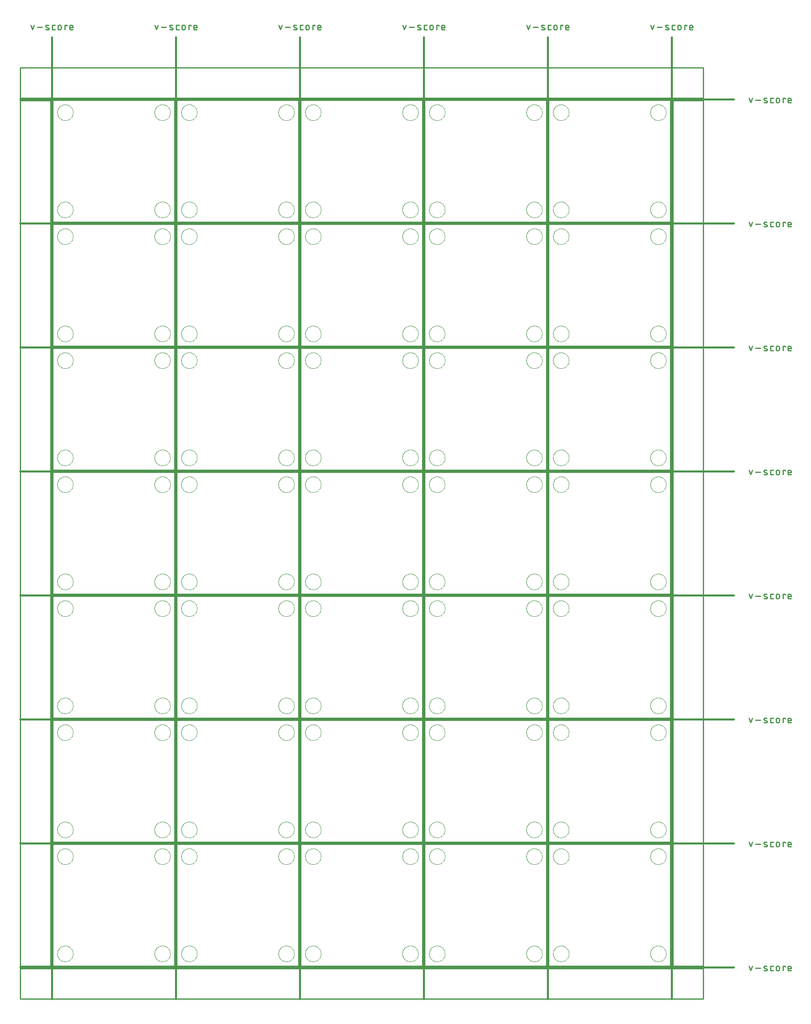
<source format=gko>
G04 EAGLE Gerber RS-274X export*
G75*
%MOMM*%
%FSLAX34Y34*%
%LPD*%
%IN*%
%IPPOS*%
%AMOC8*
5,1,8,0,0,1.08239X$1,22.5*%
G01*
%ADD10C,0.203200*%
%ADD11C,0.381000*%
%ADD12C,0.279400*%
%ADD13C,0.254000*%
%ADD14C,0.000000*%


D10*
X0Y0D02*
X254000Y0D01*
X254000Y254000D01*
X0Y254000D01*
X0Y0D01*
X259080Y0D02*
X513080Y0D01*
X513080Y254000D01*
X259080Y254000D01*
X259080Y0D01*
X518160Y0D02*
X772160Y0D01*
X772160Y254000D01*
X518160Y254000D01*
X518160Y0D01*
X777240Y0D02*
X1031240Y0D01*
X1031240Y254000D01*
X777240Y254000D01*
X777240Y0D01*
X1036320Y0D02*
X1290320Y0D01*
X1290320Y254000D01*
X1036320Y254000D01*
X1036320Y0D01*
X254000Y259080D02*
X0Y259080D01*
X254000Y259080D02*
X254000Y513080D01*
X0Y513080D01*
X0Y259080D01*
X259080Y259080D02*
X513080Y259080D01*
X513080Y513080D01*
X259080Y513080D01*
X259080Y259080D01*
X518160Y259080D02*
X772160Y259080D01*
X772160Y513080D01*
X518160Y513080D01*
X518160Y259080D01*
X777240Y259080D02*
X1031240Y259080D01*
X1031240Y513080D01*
X777240Y513080D01*
X777240Y259080D01*
X1036320Y259080D02*
X1290320Y259080D01*
X1290320Y513080D01*
X1036320Y513080D01*
X1036320Y259080D01*
X254000Y518160D02*
X0Y518160D01*
X254000Y518160D02*
X254000Y772160D01*
X0Y772160D01*
X0Y518160D01*
X259080Y518160D02*
X513080Y518160D01*
X513080Y772160D01*
X259080Y772160D01*
X259080Y518160D01*
X518160Y518160D02*
X772160Y518160D01*
X772160Y772160D01*
X518160Y772160D01*
X518160Y518160D01*
X777240Y518160D02*
X1031240Y518160D01*
X1031240Y772160D01*
X777240Y772160D01*
X777240Y518160D01*
X1036320Y518160D02*
X1290320Y518160D01*
X1290320Y772160D01*
X1036320Y772160D01*
X1036320Y518160D01*
X254000Y777240D02*
X0Y777240D01*
X254000Y777240D02*
X254000Y1031240D01*
X0Y1031240D01*
X0Y777240D01*
X259080Y777240D02*
X513080Y777240D01*
X513080Y1031240D01*
X259080Y1031240D01*
X259080Y777240D01*
X518160Y777240D02*
X772160Y777240D01*
X772160Y1031240D01*
X518160Y1031240D01*
X518160Y777240D01*
X777240Y777240D02*
X1031240Y777240D01*
X1031240Y1031240D01*
X777240Y1031240D01*
X777240Y777240D01*
X1036320Y777240D02*
X1290320Y777240D01*
X1290320Y1031240D01*
X1036320Y1031240D01*
X1036320Y777240D01*
X254000Y1036320D02*
X0Y1036320D01*
X254000Y1036320D02*
X254000Y1290320D01*
X0Y1290320D01*
X0Y1036320D01*
X259080Y1036320D02*
X513080Y1036320D01*
X513080Y1290320D01*
X259080Y1290320D01*
X259080Y1036320D01*
X518160Y1036320D02*
X772160Y1036320D01*
X772160Y1290320D01*
X518160Y1290320D01*
X518160Y1036320D01*
X777240Y1036320D02*
X1031240Y1036320D01*
X1031240Y1290320D01*
X777240Y1290320D01*
X777240Y1036320D01*
X1036320Y1036320D02*
X1290320Y1036320D01*
X1290320Y1290320D01*
X1036320Y1290320D01*
X1036320Y1036320D01*
X254000Y1295400D02*
X0Y1295400D01*
X254000Y1295400D02*
X254000Y1549400D01*
X0Y1549400D01*
X0Y1295400D01*
X259080Y1295400D02*
X513080Y1295400D01*
X513080Y1549400D01*
X259080Y1549400D01*
X259080Y1295400D01*
X518160Y1295400D02*
X772160Y1295400D01*
X772160Y1549400D01*
X518160Y1549400D01*
X518160Y1295400D01*
X777240Y1295400D02*
X1031240Y1295400D01*
X1031240Y1549400D01*
X777240Y1549400D01*
X777240Y1295400D01*
X1036320Y1295400D02*
X1290320Y1295400D01*
X1290320Y1549400D01*
X1036320Y1549400D01*
X1036320Y1295400D01*
X254000Y1554480D02*
X0Y1554480D01*
X254000Y1554480D02*
X254000Y1808480D01*
X0Y1808480D01*
X0Y1554480D01*
X259080Y1554480D02*
X513080Y1554480D01*
X513080Y1808480D01*
X259080Y1808480D01*
X259080Y1554480D01*
X518160Y1554480D02*
X772160Y1554480D01*
X772160Y1808480D01*
X518160Y1808480D01*
X518160Y1554480D01*
X777240Y1554480D02*
X1031240Y1554480D01*
X1031240Y1808480D01*
X777240Y1808480D01*
X777240Y1554480D01*
X1036320Y1554480D02*
X1290320Y1554480D01*
X1290320Y1808480D01*
X1036320Y1808480D01*
X1036320Y1554480D01*
D11*
X-2540Y1940560D02*
X-2540Y-68580D01*
D12*
X-42921Y1955927D02*
X-46251Y1965918D01*
X-39590Y1965918D02*
X-42921Y1955927D01*
X-32806Y1961755D02*
X-22815Y1961755D01*
X-14261Y1961755D02*
X-10098Y1960090D01*
X-14261Y1961754D02*
X-14346Y1961790D01*
X-14429Y1961830D01*
X-14510Y1961873D01*
X-14590Y1961920D01*
X-14667Y1961970D01*
X-14743Y1962023D01*
X-14816Y1962079D01*
X-14886Y1962139D01*
X-14954Y1962201D01*
X-15019Y1962266D01*
X-15081Y1962334D01*
X-15141Y1962405D01*
X-15197Y1962478D01*
X-15250Y1962553D01*
X-15300Y1962631D01*
X-15346Y1962710D01*
X-15389Y1962792D01*
X-15429Y1962875D01*
X-15465Y1962960D01*
X-15497Y1963046D01*
X-15526Y1963134D01*
X-15550Y1963223D01*
X-15571Y1963313D01*
X-15588Y1963403D01*
X-15602Y1963494D01*
X-15611Y1963586D01*
X-15616Y1963678D01*
X-15618Y1963770D01*
X-15616Y1963862D01*
X-15609Y1963954D01*
X-15599Y1964046D01*
X-15585Y1964137D01*
X-15567Y1964228D01*
X-15545Y1964317D01*
X-15519Y1964406D01*
X-15489Y1964493D01*
X-15456Y1964579D01*
X-15419Y1964663D01*
X-15379Y1964746D01*
X-15335Y1964827D01*
X-15288Y1964906D01*
X-15237Y1964983D01*
X-15183Y1965058D01*
X-15126Y1965131D01*
X-15066Y1965201D01*
X-15003Y1965268D01*
X-14937Y1965332D01*
X-14869Y1965394D01*
X-14798Y1965453D01*
X-14724Y1965508D01*
X-14648Y1965561D01*
X-14570Y1965610D01*
X-14490Y1965656D01*
X-14409Y1965698D01*
X-14325Y1965737D01*
X-14240Y1965772D01*
X-14153Y1965803D01*
X-14065Y1965831D01*
X-13976Y1965855D01*
X-13886Y1965875D01*
X-13796Y1965892D01*
X-13704Y1965904D01*
X-13612Y1965913D01*
X-13520Y1965917D01*
X-13428Y1965918D01*
X-13201Y1965912D01*
X-12974Y1965901D01*
X-12747Y1965884D01*
X-12521Y1965861D01*
X-12295Y1965834D01*
X-12070Y1965800D01*
X-11846Y1965762D01*
X-11623Y1965718D01*
X-11401Y1965669D01*
X-11180Y1965614D01*
X-10961Y1965554D01*
X-10743Y1965489D01*
X-10527Y1965418D01*
X-10313Y1965343D01*
X-10100Y1965262D01*
X-9890Y1965176D01*
X-9681Y1965085D01*
X-10098Y1960090D02*
X-10013Y1960054D01*
X-9930Y1960014D01*
X-9849Y1959971D01*
X-9769Y1959924D01*
X-9692Y1959874D01*
X-9616Y1959821D01*
X-9543Y1959765D01*
X-9473Y1959705D01*
X-9405Y1959643D01*
X-9340Y1959578D01*
X-9278Y1959510D01*
X-9218Y1959439D01*
X-9162Y1959366D01*
X-9109Y1959291D01*
X-9059Y1959213D01*
X-9013Y1959134D01*
X-8970Y1959052D01*
X-8930Y1958969D01*
X-8894Y1958884D01*
X-8862Y1958798D01*
X-8833Y1958710D01*
X-8809Y1958621D01*
X-8788Y1958531D01*
X-8771Y1958441D01*
X-8757Y1958350D01*
X-8748Y1958258D01*
X-8743Y1958166D01*
X-8741Y1958074D01*
X-8743Y1957982D01*
X-8750Y1957890D01*
X-8760Y1957798D01*
X-8774Y1957707D01*
X-8792Y1957616D01*
X-8814Y1957527D01*
X-8840Y1957438D01*
X-8870Y1957351D01*
X-8903Y1957265D01*
X-8940Y1957181D01*
X-8980Y1957098D01*
X-9024Y1957017D01*
X-9071Y1956938D01*
X-9122Y1956861D01*
X-9176Y1956786D01*
X-9233Y1956713D01*
X-9293Y1956643D01*
X-9356Y1956576D01*
X-9422Y1956512D01*
X-9490Y1956450D01*
X-9561Y1956391D01*
X-9635Y1956336D01*
X-9711Y1956283D01*
X-9789Y1956234D01*
X-9869Y1956188D01*
X-9950Y1956146D01*
X-10034Y1956107D01*
X-10119Y1956072D01*
X-10206Y1956041D01*
X-10294Y1956013D01*
X-10383Y1955989D01*
X-10473Y1955969D01*
X-10563Y1955952D01*
X-10655Y1955940D01*
X-10747Y1955931D01*
X-10839Y1955927D01*
X-10931Y1955926D01*
X-10931Y1955927D02*
X-11265Y1955936D01*
X-11598Y1955953D01*
X-11931Y1955977D01*
X-12264Y1956010D01*
X-12595Y1956050D01*
X-12926Y1956098D01*
X-13255Y1956154D01*
X-13583Y1956217D01*
X-13909Y1956289D01*
X-14233Y1956368D01*
X-14556Y1956454D01*
X-14876Y1956549D01*
X-15194Y1956651D01*
X-15510Y1956760D01*
X562Y1955927D02*
X3892Y1955927D01*
X562Y1955927D02*
X464Y1955929D01*
X366Y1955935D01*
X268Y1955944D01*
X171Y1955958D01*
X75Y1955975D01*
X-21Y1955996D01*
X-116Y1956021D01*
X-210Y1956049D01*
X-303Y1956081D01*
X-394Y1956117D01*
X-484Y1956156D01*
X-572Y1956199D01*
X-659Y1956246D01*
X-743Y1956295D01*
X-826Y1956348D01*
X-906Y1956404D01*
X-985Y1956463D01*
X-1060Y1956526D01*
X-1134Y1956591D01*
X-1204Y1956659D01*
X-1272Y1956729D01*
X-1338Y1956803D01*
X-1400Y1956879D01*
X-1459Y1956957D01*
X-1515Y1957037D01*
X-1568Y1957120D01*
X-1618Y1957204D01*
X-1664Y1957291D01*
X-1707Y1957379D01*
X-1746Y1957469D01*
X-1782Y1957560D01*
X-1814Y1957653D01*
X-1842Y1957747D01*
X-1867Y1957842D01*
X-1888Y1957938D01*
X-1905Y1958034D01*
X-1919Y1958131D01*
X-1928Y1958229D01*
X-1934Y1958327D01*
X-1936Y1958425D01*
X-1936Y1963420D01*
X-1934Y1963518D01*
X-1928Y1963616D01*
X-1919Y1963714D01*
X-1905Y1963811D01*
X-1888Y1963907D01*
X-1867Y1964003D01*
X-1842Y1964098D01*
X-1814Y1964192D01*
X-1782Y1964285D01*
X-1746Y1964376D01*
X-1707Y1964466D01*
X-1664Y1964554D01*
X-1617Y1964641D01*
X-1568Y1964725D01*
X-1515Y1964808D01*
X-1459Y1964888D01*
X-1400Y1964966D01*
X-1337Y1965042D01*
X-1272Y1965116D01*
X-1204Y1965186D01*
X-1134Y1965254D01*
X-1060Y1965319D01*
X-984Y1965382D01*
X-906Y1965441D01*
X-826Y1965497D01*
X-743Y1965550D01*
X-659Y1965599D01*
X-572Y1965646D01*
X-484Y1965689D01*
X-394Y1965728D01*
X-303Y1965764D01*
X-210Y1965796D01*
X-116Y1965824D01*
X-21Y1965849D01*
X75Y1965870D01*
X171Y1965887D01*
X268Y1965901D01*
X366Y1965910D01*
X464Y1965916D01*
X562Y1965918D01*
X3892Y1965918D01*
X10022Y1962587D02*
X10022Y1959257D01*
X10022Y1962587D02*
X10024Y1962701D01*
X10030Y1962814D01*
X10039Y1962928D01*
X10053Y1963040D01*
X10070Y1963153D01*
X10092Y1963265D01*
X10117Y1963375D01*
X10145Y1963485D01*
X10178Y1963594D01*
X10214Y1963702D01*
X10254Y1963809D01*
X10298Y1963914D01*
X10345Y1964017D01*
X10395Y1964119D01*
X10449Y1964219D01*
X10507Y1964317D01*
X10568Y1964413D01*
X10631Y1964507D01*
X10699Y1964599D01*
X10769Y1964689D01*
X10842Y1964775D01*
X10918Y1964860D01*
X10997Y1964942D01*
X11079Y1965021D01*
X11164Y1965097D01*
X11250Y1965170D01*
X11340Y1965240D01*
X11432Y1965308D01*
X11526Y1965371D01*
X11622Y1965432D01*
X11720Y1965490D01*
X11820Y1965544D01*
X11922Y1965594D01*
X12025Y1965641D01*
X12130Y1965685D01*
X12237Y1965725D01*
X12345Y1965761D01*
X12454Y1965794D01*
X12564Y1965822D01*
X12674Y1965847D01*
X12786Y1965869D01*
X12899Y1965886D01*
X13011Y1965900D01*
X13125Y1965909D01*
X13238Y1965915D01*
X13352Y1965917D01*
X13466Y1965915D01*
X13579Y1965909D01*
X13693Y1965900D01*
X13805Y1965886D01*
X13918Y1965869D01*
X14030Y1965847D01*
X14140Y1965822D01*
X14250Y1965794D01*
X14359Y1965761D01*
X14467Y1965725D01*
X14574Y1965685D01*
X14679Y1965641D01*
X14782Y1965594D01*
X14884Y1965544D01*
X14984Y1965490D01*
X15082Y1965432D01*
X15178Y1965371D01*
X15272Y1965308D01*
X15364Y1965240D01*
X15454Y1965170D01*
X15540Y1965097D01*
X15625Y1965021D01*
X15707Y1964942D01*
X15786Y1964860D01*
X15862Y1964775D01*
X15935Y1964689D01*
X16005Y1964599D01*
X16073Y1964507D01*
X16136Y1964413D01*
X16197Y1964317D01*
X16255Y1964219D01*
X16309Y1964119D01*
X16359Y1964017D01*
X16406Y1963914D01*
X16450Y1963809D01*
X16490Y1963702D01*
X16526Y1963594D01*
X16559Y1963485D01*
X16587Y1963375D01*
X16612Y1963265D01*
X16634Y1963153D01*
X16651Y1963040D01*
X16665Y1962928D01*
X16674Y1962814D01*
X16680Y1962701D01*
X16682Y1962587D01*
X16682Y1959257D01*
X16680Y1959143D01*
X16674Y1959030D01*
X16665Y1958916D01*
X16651Y1958804D01*
X16634Y1958691D01*
X16612Y1958579D01*
X16587Y1958469D01*
X16559Y1958359D01*
X16526Y1958250D01*
X16490Y1958142D01*
X16450Y1958035D01*
X16406Y1957930D01*
X16359Y1957827D01*
X16309Y1957725D01*
X16255Y1957625D01*
X16197Y1957527D01*
X16136Y1957431D01*
X16073Y1957337D01*
X16005Y1957245D01*
X15935Y1957155D01*
X15862Y1957069D01*
X15786Y1956984D01*
X15707Y1956902D01*
X15625Y1956823D01*
X15540Y1956747D01*
X15454Y1956674D01*
X15364Y1956604D01*
X15272Y1956536D01*
X15178Y1956473D01*
X15082Y1956412D01*
X14984Y1956354D01*
X14884Y1956300D01*
X14782Y1956250D01*
X14679Y1956203D01*
X14574Y1956159D01*
X14467Y1956119D01*
X14359Y1956083D01*
X14250Y1956050D01*
X14140Y1956022D01*
X14030Y1955997D01*
X13918Y1955975D01*
X13805Y1955958D01*
X13693Y1955944D01*
X13579Y1955935D01*
X13466Y1955929D01*
X13352Y1955927D01*
X13238Y1955929D01*
X13125Y1955935D01*
X13011Y1955944D01*
X12899Y1955958D01*
X12786Y1955975D01*
X12674Y1955997D01*
X12564Y1956022D01*
X12454Y1956050D01*
X12345Y1956083D01*
X12237Y1956119D01*
X12130Y1956159D01*
X12025Y1956203D01*
X11922Y1956250D01*
X11820Y1956300D01*
X11720Y1956354D01*
X11622Y1956412D01*
X11526Y1956473D01*
X11432Y1956536D01*
X11340Y1956604D01*
X11250Y1956674D01*
X11164Y1956747D01*
X11079Y1956823D01*
X10997Y1956902D01*
X10918Y1956984D01*
X10842Y1957069D01*
X10769Y1957155D01*
X10699Y1957245D01*
X10631Y1957337D01*
X10568Y1957431D01*
X10507Y1957527D01*
X10449Y1957625D01*
X10395Y1957725D01*
X10345Y1957827D01*
X10298Y1957930D01*
X10254Y1958035D01*
X10214Y1958142D01*
X10178Y1958250D01*
X10145Y1958359D01*
X10117Y1958469D01*
X10092Y1958579D01*
X10070Y1958691D01*
X10053Y1958804D01*
X10039Y1958916D01*
X10030Y1959030D01*
X10024Y1959143D01*
X10022Y1959257D01*
X24218Y1955927D02*
X24218Y1965918D01*
X29213Y1965918D01*
X29213Y1964253D01*
X37008Y1955927D02*
X41171Y1955927D01*
X37008Y1955927D02*
X36910Y1955929D01*
X36812Y1955935D01*
X36714Y1955944D01*
X36617Y1955958D01*
X36521Y1955975D01*
X36425Y1955996D01*
X36330Y1956021D01*
X36236Y1956049D01*
X36143Y1956081D01*
X36052Y1956117D01*
X35962Y1956156D01*
X35874Y1956199D01*
X35787Y1956246D01*
X35703Y1956295D01*
X35620Y1956348D01*
X35540Y1956404D01*
X35462Y1956463D01*
X35386Y1956526D01*
X35312Y1956591D01*
X35242Y1956659D01*
X35174Y1956729D01*
X35109Y1956803D01*
X35046Y1956879D01*
X34987Y1956957D01*
X34931Y1957037D01*
X34878Y1957120D01*
X34829Y1957204D01*
X34782Y1957291D01*
X34739Y1957379D01*
X34700Y1957469D01*
X34664Y1957560D01*
X34632Y1957653D01*
X34604Y1957747D01*
X34579Y1957842D01*
X34558Y1957938D01*
X34541Y1958034D01*
X34527Y1958131D01*
X34518Y1958229D01*
X34512Y1958327D01*
X34510Y1958425D01*
X34510Y1962587D01*
X34511Y1962587D02*
X34513Y1962701D01*
X34519Y1962814D01*
X34528Y1962928D01*
X34542Y1963040D01*
X34559Y1963153D01*
X34581Y1963265D01*
X34606Y1963375D01*
X34634Y1963485D01*
X34667Y1963594D01*
X34703Y1963702D01*
X34743Y1963809D01*
X34787Y1963914D01*
X34834Y1964017D01*
X34884Y1964119D01*
X34938Y1964219D01*
X34996Y1964317D01*
X35057Y1964413D01*
X35120Y1964507D01*
X35188Y1964599D01*
X35258Y1964689D01*
X35331Y1964775D01*
X35407Y1964860D01*
X35486Y1964942D01*
X35568Y1965021D01*
X35653Y1965097D01*
X35739Y1965170D01*
X35829Y1965240D01*
X35921Y1965308D01*
X36015Y1965371D01*
X36111Y1965432D01*
X36209Y1965490D01*
X36309Y1965544D01*
X36411Y1965594D01*
X36514Y1965641D01*
X36619Y1965685D01*
X36726Y1965725D01*
X36834Y1965761D01*
X36943Y1965794D01*
X37053Y1965822D01*
X37163Y1965847D01*
X37275Y1965869D01*
X37388Y1965886D01*
X37500Y1965900D01*
X37614Y1965909D01*
X37727Y1965915D01*
X37841Y1965917D01*
X37955Y1965915D01*
X38068Y1965909D01*
X38182Y1965900D01*
X38294Y1965886D01*
X38407Y1965869D01*
X38519Y1965847D01*
X38629Y1965822D01*
X38739Y1965794D01*
X38848Y1965761D01*
X38956Y1965725D01*
X39063Y1965685D01*
X39168Y1965641D01*
X39271Y1965594D01*
X39373Y1965544D01*
X39473Y1965490D01*
X39571Y1965432D01*
X39667Y1965371D01*
X39761Y1965308D01*
X39853Y1965240D01*
X39943Y1965170D01*
X40029Y1965097D01*
X40114Y1965021D01*
X40196Y1964942D01*
X40275Y1964860D01*
X40351Y1964775D01*
X40424Y1964689D01*
X40494Y1964599D01*
X40562Y1964507D01*
X40625Y1964413D01*
X40686Y1964317D01*
X40744Y1964219D01*
X40798Y1964119D01*
X40848Y1964017D01*
X40895Y1963914D01*
X40939Y1963809D01*
X40979Y1963702D01*
X41015Y1963594D01*
X41048Y1963485D01*
X41076Y1963375D01*
X41101Y1963265D01*
X41123Y1963153D01*
X41140Y1963040D01*
X41154Y1962928D01*
X41163Y1962814D01*
X41169Y1962701D01*
X41171Y1962587D01*
X41171Y1960922D01*
X34510Y1960922D01*
D11*
X256540Y1940560D02*
X256540Y-68580D01*
D12*
X216159Y1955927D02*
X212829Y1965918D01*
X219490Y1965918D02*
X216159Y1955927D01*
X226274Y1961755D02*
X236265Y1961755D01*
X244819Y1961755D02*
X248982Y1960090D01*
X244819Y1961754D02*
X244734Y1961790D01*
X244651Y1961830D01*
X244570Y1961873D01*
X244490Y1961920D01*
X244413Y1961970D01*
X244337Y1962023D01*
X244264Y1962079D01*
X244194Y1962139D01*
X244126Y1962201D01*
X244061Y1962266D01*
X243999Y1962334D01*
X243939Y1962405D01*
X243883Y1962478D01*
X243830Y1962553D01*
X243780Y1962631D01*
X243734Y1962710D01*
X243691Y1962792D01*
X243651Y1962875D01*
X243615Y1962960D01*
X243583Y1963046D01*
X243554Y1963134D01*
X243530Y1963223D01*
X243509Y1963313D01*
X243492Y1963403D01*
X243478Y1963494D01*
X243469Y1963586D01*
X243464Y1963678D01*
X243462Y1963770D01*
X243464Y1963862D01*
X243471Y1963954D01*
X243481Y1964046D01*
X243495Y1964137D01*
X243513Y1964228D01*
X243535Y1964317D01*
X243561Y1964406D01*
X243591Y1964493D01*
X243624Y1964579D01*
X243661Y1964663D01*
X243701Y1964746D01*
X243745Y1964827D01*
X243792Y1964906D01*
X243843Y1964983D01*
X243897Y1965058D01*
X243954Y1965131D01*
X244014Y1965201D01*
X244077Y1965268D01*
X244143Y1965332D01*
X244211Y1965394D01*
X244282Y1965453D01*
X244356Y1965508D01*
X244432Y1965561D01*
X244510Y1965610D01*
X244590Y1965656D01*
X244671Y1965698D01*
X244755Y1965737D01*
X244840Y1965772D01*
X244927Y1965803D01*
X245015Y1965831D01*
X245104Y1965855D01*
X245194Y1965875D01*
X245284Y1965892D01*
X245376Y1965904D01*
X245468Y1965913D01*
X245560Y1965917D01*
X245652Y1965918D01*
X245879Y1965912D01*
X246106Y1965901D01*
X246333Y1965884D01*
X246559Y1965861D01*
X246785Y1965834D01*
X247010Y1965800D01*
X247234Y1965762D01*
X247457Y1965718D01*
X247679Y1965669D01*
X247900Y1965614D01*
X248119Y1965554D01*
X248337Y1965489D01*
X248553Y1965418D01*
X248767Y1965343D01*
X248980Y1965262D01*
X249190Y1965176D01*
X249399Y1965085D01*
X248982Y1960090D02*
X249067Y1960054D01*
X249150Y1960014D01*
X249231Y1959971D01*
X249311Y1959924D01*
X249388Y1959874D01*
X249464Y1959821D01*
X249537Y1959765D01*
X249607Y1959705D01*
X249675Y1959643D01*
X249740Y1959578D01*
X249802Y1959510D01*
X249862Y1959439D01*
X249918Y1959366D01*
X249971Y1959291D01*
X250021Y1959213D01*
X250067Y1959134D01*
X250110Y1959052D01*
X250150Y1958969D01*
X250186Y1958884D01*
X250218Y1958798D01*
X250247Y1958710D01*
X250271Y1958621D01*
X250292Y1958531D01*
X250309Y1958441D01*
X250323Y1958350D01*
X250332Y1958258D01*
X250337Y1958166D01*
X250339Y1958074D01*
X250337Y1957982D01*
X250330Y1957890D01*
X250320Y1957798D01*
X250306Y1957707D01*
X250288Y1957616D01*
X250266Y1957527D01*
X250240Y1957438D01*
X250210Y1957351D01*
X250177Y1957265D01*
X250140Y1957181D01*
X250100Y1957098D01*
X250056Y1957017D01*
X250009Y1956938D01*
X249958Y1956861D01*
X249904Y1956786D01*
X249847Y1956713D01*
X249787Y1956643D01*
X249724Y1956576D01*
X249658Y1956512D01*
X249590Y1956450D01*
X249519Y1956391D01*
X249445Y1956336D01*
X249369Y1956283D01*
X249291Y1956234D01*
X249211Y1956188D01*
X249130Y1956146D01*
X249046Y1956107D01*
X248961Y1956072D01*
X248874Y1956041D01*
X248786Y1956013D01*
X248697Y1955989D01*
X248607Y1955969D01*
X248517Y1955952D01*
X248425Y1955940D01*
X248333Y1955931D01*
X248241Y1955927D01*
X248149Y1955926D01*
X248149Y1955927D02*
X247815Y1955936D01*
X247482Y1955953D01*
X247149Y1955977D01*
X246816Y1956010D01*
X246485Y1956050D01*
X246154Y1956098D01*
X245825Y1956154D01*
X245497Y1956217D01*
X245171Y1956289D01*
X244847Y1956368D01*
X244524Y1956454D01*
X244204Y1956549D01*
X243886Y1956651D01*
X243570Y1956760D01*
X259642Y1955927D02*
X262972Y1955927D01*
X259642Y1955927D02*
X259544Y1955929D01*
X259446Y1955935D01*
X259348Y1955944D01*
X259251Y1955958D01*
X259155Y1955975D01*
X259059Y1955996D01*
X258964Y1956021D01*
X258870Y1956049D01*
X258777Y1956081D01*
X258686Y1956117D01*
X258596Y1956156D01*
X258508Y1956199D01*
X258421Y1956246D01*
X258337Y1956295D01*
X258254Y1956348D01*
X258174Y1956404D01*
X258096Y1956463D01*
X258020Y1956526D01*
X257946Y1956591D01*
X257876Y1956659D01*
X257808Y1956729D01*
X257743Y1956803D01*
X257680Y1956879D01*
X257621Y1956957D01*
X257565Y1957037D01*
X257512Y1957120D01*
X257463Y1957204D01*
X257416Y1957291D01*
X257373Y1957379D01*
X257334Y1957469D01*
X257298Y1957560D01*
X257266Y1957653D01*
X257238Y1957747D01*
X257213Y1957842D01*
X257192Y1957938D01*
X257175Y1958034D01*
X257161Y1958131D01*
X257152Y1958229D01*
X257146Y1958327D01*
X257144Y1958425D01*
X257144Y1963420D01*
X257146Y1963518D01*
X257152Y1963616D01*
X257161Y1963714D01*
X257175Y1963811D01*
X257192Y1963907D01*
X257213Y1964003D01*
X257238Y1964098D01*
X257266Y1964192D01*
X257298Y1964285D01*
X257334Y1964376D01*
X257373Y1964466D01*
X257416Y1964554D01*
X257463Y1964641D01*
X257512Y1964725D01*
X257565Y1964808D01*
X257621Y1964888D01*
X257680Y1964967D01*
X257743Y1965042D01*
X257808Y1965116D01*
X257876Y1965186D01*
X257946Y1965254D01*
X258020Y1965320D01*
X258096Y1965382D01*
X258174Y1965441D01*
X258254Y1965497D01*
X258337Y1965550D01*
X258421Y1965600D01*
X258508Y1965646D01*
X258596Y1965689D01*
X258686Y1965728D01*
X258777Y1965764D01*
X258870Y1965796D01*
X258964Y1965824D01*
X259059Y1965849D01*
X259155Y1965870D01*
X259251Y1965887D01*
X259348Y1965901D01*
X259446Y1965910D01*
X259544Y1965916D01*
X259642Y1965918D01*
X262972Y1965918D01*
X269102Y1962587D02*
X269102Y1959257D01*
X269102Y1962587D02*
X269104Y1962701D01*
X269110Y1962814D01*
X269119Y1962928D01*
X269133Y1963040D01*
X269150Y1963153D01*
X269172Y1963265D01*
X269197Y1963375D01*
X269225Y1963485D01*
X269258Y1963594D01*
X269294Y1963702D01*
X269334Y1963809D01*
X269378Y1963914D01*
X269425Y1964017D01*
X269475Y1964119D01*
X269529Y1964219D01*
X269587Y1964317D01*
X269648Y1964413D01*
X269711Y1964507D01*
X269779Y1964599D01*
X269849Y1964689D01*
X269922Y1964775D01*
X269998Y1964860D01*
X270077Y1964942D01*
X270159Y1965021D01*
X270244Y1965097D01*
X270330Y1965170D01*
X270420Y1965240D01*
X270512Y1965308D01*
X270606Y1965371D01*
X270702Y1965432D01*
X270800Y1965490D01*
X270900Y1965544D01*
X271002Y1965594D01*
X271105Y1965641D01*
X271210Y1965685D01*
X271317Y1965725D01*
X271425Y1965761D01*
X271534Y1965794D01*
X271644Y1965822D01*
X271754Y1965847D01*
X271866Y1965869D01*
X271979Y1965886D01*
X272091Y1965900D01*
X272205Y1965909D01*
X272318Y1965915D01*
X272432Y1965917D01*
X272546Y1965915D01*
X272659Y1965909D01*
X272773Y1965900D01*
X272885Y1965886D01*
X272998Y1965869D01*
X273110Y1965847D01*
X273220Y1965822D01*
X273330Y1965794D01*
X273439Y1965761D01*
X273547Y1965725D01*
X273654Y1965685D01*
X273759Y1965641D01*
X273862Y1965594D01*
X273964Y1965544D01*
X274064Y1965490D01*
X274162Y1965432D01*
X274258Y1965371D01*
X274352Y1965308D01*
X274444Y1965240D01*
X274534Y1965170D01*
X274620Y1965097D01*
X274705Y1965021D01*
X274787Y1964942D01*
X274866Y1964860D01*
X274942Y1964775D01*
X275015Y1964689D01*
X275085Y1964599D01*
X275153Y1964507D01*
X275216Y1964413D01*
X275277Y1964317D01*
X275335Y1964219D01*
X275389Y1964119D01*
X275439Y1964017D01*
X275486Y1963914D01*
X275530Y1963809D01*
X275570Y1963702D01*
X275606Y1963594D01*
X275639Y1963485D01*
X275667Y1963375D01*
X275692Y1963265D01*
X275714Y1963153D01*
X275731Y1963040D01*
X275745Y1962928D01*
X275754Y1962814D01*
X275760Y1962701D01*
X275762Y1962587D01*
X275762Y1959257D01*
X275760Y1959143D01*
X275754Y1959030D01*
X275745Y1958916D01*
X275731Y1958804D01*
X275714Y1958691D01*
X275692Y1958579D01*
X275667Y1958469D01*
X275639Y1958359D01*
X275606Y1958250D01*
X275570Y1958142D01*
X275530Y1958035D01*
X275486Y1957930D01*
X275439Y1957827D01*
X275389Y1957725D01*
X275335Y1957625D01*
X275277Y1957527D01*
X275216Y1957431D01*
X275153Y1957337D01*
X275085Y1957245D01*
X275015Y1957155D01*
X274942Y1957069D01*
X274866Y1956984D01*
X274787Y1956902D01*
X274705Y1956823D01*
X274620Y1956747D01*
X274534Y1956674D01*
X274444Y1956604D01*
X274352Y1956536D01*
X274258Y1956473D01*
X274162Y1956412D01*
X274064Y1956354D01*
X273964Y1956300D01*
X273862Y1956250D01*
X273759Y1956203D01*
X273654Y1956159D01*
X273547Y1956119D01*
X273439Y1956083D01*
X273330Y1956050D01*
X273220Y1956022D01*
X273110Y1955997D01*
X272998Y1955975D01*
X272885Y1955958D01*
X272773Y1955944D01*
X272659Y1955935D01*
X272546Y1955929D01*
X272432Y1955927D01*
X272318Y1955929D01*
X272205Y1955935D01*
X272091Y1955944D01*
X271979Y1955958D01*
X271866Y1955975D01*
X271754Y1955997D01*
X271644Y1956022D01*
X271534Y1956050D01*
X271425Y1956083D01*
X271317Y1956119D01*
X271210Y1956159D01*
X271105Y1956203D01*
X271002Y1956250D01*
X270900Y1956300D01*
X270800Y1956354D01*
X270702Y1956412D01*
X270606Y1956473D01*
X270512Y1956536D01*
X270420Y1956604D01*
X270330Y1956674D01*
X270244Y1956747D01*
X270159Y1956823D01*
X270077Y1956902D01*
X269998Y1956984D01*
X269922Y1957069D01*
X269849Y1957155D01*
X269779Y1957245D01*
X269711Y1957337D01*
X269648Y1957431D01*
X269587Y1957527D01*
X269529Y1957625D01*
X269475Y1957725D01*
X269425Y1957827D01*
X269378Y1957930D01*
X269334Y1958035D01*
X269294Y1958142D01*
X269258Y1958250D01*
X269225Y1958359D01*
X269197Y1958469D01*
X269172Y1958579D01*
X269150Y1958691D01*
X269133Y1958804D01*
X269119Y1958916D01*
X269110Y1959030D01*
X269104Y1959143D01*
X269102Y1959257D01*
X283298Y1955927D02*
X283298Y1965918D01*
X288293Y1965918D01*
X288293Y1964253D01*
X296088Y1955927D02*
X300251Y1955927D01*
X296088Y1955927D02*
X295990Y1955929D01*
X295892Y1955935D01*
X295794Y1955944D01*
X295697Y1955958D01*
X295601Y1955975D01*
X295505Y1955996D01*
X295410Y1956021D01*
X295316Y1956049D01*
X295223Y1956081D01*
X295132Y1956117D01*
X295042Y1956156D01*
X294954Y1956199D01*
X294867Y1956246D01*
X294783Y1956295D01*
X294700Y1956348D01*
X294620Y1956404D01*
X294542Y1956463D01*
X294466Y1956526D01*
X294392Y1956591D01*
X294322Y1956659D01*
X294254Y1956729D01*
X294189Y1956803D01*
X294126Y1956879D01*
X294067Y1956957D01*
X294011Y1957037D01*
X293958Y1957120D01*
X293909Y1957204D01*
X293862Y1957291D01*
X293819Y1957379D01*
X293780Y1957469D01*
X293744Y1957560D01*
X293712Y1957653D01*
X293684Y1957747D01*
X293659Y1957842D01*
X293638Y1957938D01*
X293621Y1958034D01*
X293607Y1958131D01*
X293598Y1958229D01*
X293592Y1958327D01*
X293590Y1958425D01*
X293590Y1962587D01*
X293591Y1962587D02*
X293593Y1962701D01*
X293599Y1962814D01*
X293608Y1962928D01*
X293622Y1963040D01*
X293639Y1963153D01*
X293661Y1963265D01*
X293686Y1963375D01*
X293714Y1963485D01*
X293747Y1963594D01*
X293783Y1963702D01*
X293823Y1963809D01*
X293867Y1963914D01*
X293914Y1964017D01*
X293964Y1964119D01*
X294018Y1964219D01*
X294076Y1964317D01*
X294137Y1964413D01*
X294200Y1964507D01*
X294268Y1964599D01*
X294338Y1964689D01*
X294411Y1964775D01*
X294487Y1964860D01*
X294566Y1964942D01*
X294648Y1965021D01*
X294733Y1965097D01*
X294819Y1965170D01*
X294909Y1965240D01*
X295001Y1965308D01*
X295095Y1965371D01*
X295191Y1965432D01*
X295289Y1965490D01*
X295389Y1965544D01*
X295491Y1965594D01*
X295594Y1965641D01*
X295699Y1965685D01*
X295806Y1965725D01*
X295914Y1965761D01*
X296023Y1965794D01*
X296133Y1965822D01*
X296243Y1965847D01*
X296355Y1965869D01*
X296468Y1965886D01*
X296580Y1965900D01*
X296694Y1965909D01*
X296807Y1965915D01*
X296921Y1965917D01*
X297035Y1965915D01*
X297148Y1965909D01*
X297262Y1965900D01*
X297374Y1965886D01*
X297487Y1965869D01*
X297599Y1965847D01*
X297709Y1965822D01*
X297819Y1965794D01*
X297928Y1965761D01*
X298036Y1965725D01*
X298143Y1965685D01*
X298248Y1965641D01*
X298351Y1965594D01*
X298453Y1965544D01*
X298553Y1965490D01*
X298651Y1965432D01*
X298747Y1965371D01*
X298841Y1965308D01*
X298933Y1965240D01*
X299023Y1965170D01*
X299109Y1965097D01*
X299194Y1965021D01*
X299276Y1964942D01*
X299355Y1964860D01*
X299431Y1964775D01*
X299504Y1964689D01*
X299574Y1964599D01*
X299642Y1964507D01*
X299705Y1964413D01*
X299766Y1964317D01*
X299824Y1964219D01*
X299878Y1964119D01*
X299928Y1964017D01*
X299975Y1963914D01*
X300019Y1963809D01*
X300059Y1963702D01*
X300095Y1963594D01*
X300128Y1963485D01*
X300156Y1963375D01*
X300181Y1963265D01*
X300203Y1963153D01*
X300220Y1963040D01*
X300234Y1962928D01*
X300243Y1962814D01*
X300249Y1962701D01*
X300251Y1962587D01*
X300251Y1960922D01*
X293590Y1960922D01*
D11*
X515620Y1940560D02*
X515620Y-68580D01*
D12*
X475239Y1955927D02*
X471909Y1965918D01*
X478570Y1965918D02*
X475239Y1955927D01*
X485354Y1961755D02*
X495345Y1961755D01*
X503899Y1961755D02*
X508062Y1960090D01*
X503899Y1961754D02*
X503814Y1961790D01*
X503731Y1961830D01*
X503650Y1961873D01*
X503570Y1961920D01*
X503493Y1961970D01*
X503417Y1962023D01*
X503344Y1962079D01*
X503274Y1962139D01*
X503206Y1962201D01*
X503141Y1962266D01*
X503079Y1962334D01*
X503019Y1962405D01*
X502963Y1962478D01*
X502910Y1962553D01*
X502860Y1962631D01*
X502814Y1962710D01*
X502771Y1962792D01*
X502731Y1962875D01*
X502695Y1962960D01*
X502663Y1963046D01*
X502634Y1963134D01*
X502610Y1963223D01*
X502589Y1963313D01*
X502572Y1963403D01*
X502558Y1963494D01*
X502549Y1963586D01*
X502544Y1963678D01*
X502542Y1963770D01*
X502544Y1963862D01*
X502551Y1963954D01*
X502561Y1964046D01*
X502575Y1964137D01*
X502593Y1964228D01*
X502615Y1964317D01*
X502641Y1964406D01*
X502671Y1964493D01*
X502704Y1964579D01*
X502741Y1964663D01*
X502781Y1964746D01*
X502825Y1964827D01*
X502872Y1964906D01*
X502923Y1964983D01*
X502977Y1965058D01*
X503034Y1965131D01*
X503094Y1965201D01*
X503157Y1965268D01*
X503223Y1965332D01*
X503291Y1965394D01*
X503362Y1965453D01*
X503436Y1965508D01*
X503512Y1965561D01*
X503590Y1965610D01*
X503670Y1965656D01*
X503751Y1965698D01*
X503835Y1965737D01*
X503920Y1965772D01*
X504007Y1965803D01*
X504095Y1965831D01*
X504184Y1965855D01*
X504274Y1965875D01*
X504364Y1965892D01*
X504456Y1965904D01*
X504548Y1965913D01*
X504640Y1965917D01*
X504732Y1965918D01*
X504959Y1965912D01*
X505186Y1965901D01*
X505413Y1965884D01*
X505639Y1965861D01*
X505865Y1965834D01*
X506090Y1965800D01*
X506314Y1965762D01*
X506537Y1965718D01*
X506759Y1965669D01*
X506980Y1965614D01*
X507199Y1965554D01*
X507417Y1965489D01*
X507633Y1965418D01*
X507847Y1965343D01*
X508060Y1965262D01*
X508270Y1965176D01*
X508479Y1965085D01*
X508062Y1960090D02*
X508147Y1960054D01*
X508230Y1960014D01*
X508311Y1959971D01*
X508391Y1959924D01*
X508468Y1959874D01*
X508544Y1959821D01*
X508617Y1959765D01*
X508687Y1959705D01*
X508755Y1959643D01*
X508820Y1959578D01*
X508882Y1959510D01*
X508942Y1959439D01*
X508998Y1959366D01*
X509051Y1959291D01*
X509101Y1959213D01*
X509147Y1959134D01*
X509190Y1959052D01*
X509230Y1958969D01*
X509266Y1958884D01*
X509298Y1958798D01*
X509327Y1958710D01*
X509351Y1958621D01*
X509372Y1958531D01*
X509389Y1958441D01*
X509403Y1958350D01*
X509412Y1958258D01*
X509417Y1958166D01*
X509419Y1958074D01*
X509417Y1957982D01*
X509410Y1957890D01*
X509400Y1957798D01*
X509386Y1957707D01*
X509368Y1957616D01*
X509346Y1957527D01*
X509320Y1957438D01*
X509290Y1957351D01*
X509257Y1957265D01*
X509220Y1957181D01*
X509180Y1957098D01*
X509136Y1957017D01*
X509089Y1956938D01*
X509038Y1956861D01*
X508984Y1956786D01*
X508927Y1956713D01*
X508867Y1956643D01*
X508804Y1956576D01*
X508738Y1956512D01*
X508670Y1956450D01*
X508599Y1956391D01*
X508525Y1956336D01*
X508449Y1956283D01*
X508371Y1956234D01*
X508291Y1956188D01*
X508210Y1956146D01*
X508126Y1956107D01*
X508041Y1956072D01*
X507954Y1956041D01*
X507866Y1956013D01*
X507777Y1955989D01*
X507687Y1955969D01*
X507597Y1955952D01*
X507505Y1955940D01*
X507413Y1955931D01*
X507321Y1955927D01*
X507229Y1955926D01*
X507229Y1955927D02*
X506895Y1955936D01*
X506562Y1955953D01*
X506229Y1955977D01*
X505896Y1956010D01*
X505565Y1956050D01*
X505234Y1956098D01*
X504905Y1956154D01*
X504577Y1956217D01*
X504251Y1956289D01*
X503927Y1956368D01*
X503604Y1956454D01*
X503284Y1956549D01*
X502966Y1956651D01*
X502650Y1956760D01*
X518722Y1955927D02*
X522052Y1955927D01*
X518722Y1955927D02*
X518624Y1955929D01*
X518526Y1955935D01*
X518428Y1955944D01*
X518331Y1955958D01*
X518235Y1955975D01*
X518139Y1955996D01*
X518044Y1956021D01*
X517950Y1956049D01*
X517857Y1956081D01*
X517766Y1956117D01*
X517676Y1956156D01*
X517588Y1956199D01*
X517501Y1956246D01*
X517417Y1956295D01*
X517334Y1956348D01*
X517254Y1956404D01*
X517176Y1956463D01*
X517100Y1956526D01*
X517026Y1956591D01*
X516956Y1956659D01*
X516888Y1956729D01*
X516823Y1956803D01*
X516760Y1956879D01*
X516701Y1956957D01*
X516645Y1957037D01*
X516592Y1957120D01*
X516543Y1957204D01*
X516496Y1957291D01*
X516453Y1957379D01*
X516414Y1957469D01*
X516378Y1957560D01*
X516346Y1957653D01*
X516318Y1957747D01*
X516293Y1957842D01*
X516272Y1957938D01*
X516255Y1958034D01*
X516241Y1958131D01*
X516232Y1958229D01*
X516226Y1958327D01*
X516224Y1958425D01*
X516224Y1963420D01*
X516226Y1963518D01*
X516232Y1963616D01*
X516241Y1963714D01*
X516255Y1963811D01*
X516272Y1963907D01*
X516293Y1964003D01*
X516318Y1964098D01*
X516346Y1964192D01*
X516378Y1964285D01*
X516414Y1964376D01*
X516453Y1964466D01*
X516496Y1964554D01*
X516543Y1964641D01*
X516592Y1964725D01*
X516645Y1964808D01*
X516701Y1964888D01*
X516760Y1964967D01*
X516823Y1965042D01*
X516888Y1965116D01*
X516956Y1965186D01*
X517026Y1965254D01*
X517100Y1965320D01*
X517176Y1965382D01*
X517254Y1965441D01*
X517334Y1965497D01*
X517417Y1965550D01*
X517501Y1965600D01*
X517588Y1965646D01*
X517676Y1965689D01*
X517766Y1965728D01*
X517857Y1965764D01*
X517950Y1965796D01*
X518044Y1965824D01*
X518139Y1965849D01*
X518235Y1965870D01*
X518331Y1965887D01*
X518428Y1965901D01*
X518526Y1965910D01*
X518624Y1965916D01*
X518722Y1965918D01*
X522052Y1965918D01*
X528182Y1962587D02*
X528182Y1959257D01*
X528182Y1962587D02*
X528184Y1962701D01*
X528190Y1962814D01*
X528199Y1962928D01*
X528213Y1963040D01*
X528230Y1963153D01*
X528252Y1963265D01*
X528277Y1963375D01*
X528305Y1963485D01*
X528338Y1963594D01*
X528374Y1963702D01*
X528414Y1963809D01*
X528458Y1963914D01*
X528505Y1964017D01*
X528555Y1964119D01*
X528609Y1964219D01*
X528667Y1964317D01*
X528728Y1964413D01*
X528791Y1964507D01*
X528859Y1964599D01*
X528929Y1964689D01*
X529002Y1964775D01*
X529078Y1964860D01*
X529157Y1964942D01*
X529239Y1965021D01*
X529324Y1965097D01*
X529410Y1965170D01*
X529500Y1965240D01*
X529592Y1965308D01*
X529686Y1965371D01*
X529782Y1965432D01*
X529880Y1965490D01*
X529980Y1965544D01*
X530082Y1965594D01*
X530185Y1965641D01*
X530290Y1965685D01*
X530397Y1965725D01*
X530505Y1965761D01*
X530614Y1965794D01*
X530724Y1965822D01*
X530834Y1965847D01*
X530946Y1965869D01*
X531059Y1965886D01*
X531171Y1965900D01*
X531285Y1965909D01*
X531398Y1965915D01*
X531512Y1965917D01*
X531626Y1965915D01*
X531739Y1965909D01*
X531853Y1965900D01*
X531965Y1965886D01*
X532078Y1965869D01*
X532190Y1965847D01*
X532300Y1965822D01*
X532410Y1965794D01*
X532519Y1965761D01*
X532627Y1965725D01*
X532734Y1965685D01*
X532839Y1965641D01*
X532942Y1965594D01*
X533044Y1965544D01*
X533144Y1965490D01*
X533242Y1965432D01*
X533338Y1965371D01*
X533432Y1965308D01*
X533524Y1965240D01*
X533614Y1965170D01*
X533700Y1965097D01*
X533785Y1965021D01*
X533867Y1964942D01*
X533946Y1964860D01*
X534022Y1964775D01*
X534095Y1964689D01*
X534165Y1964599D01*
X534233Y1964507D01*
X534296Y1964413D01*
X534357Y1964317D01*
X534415Y1964219D01*
X534469Y1964119D01*
X534519Y1964017D01*
X534566Y1963914D01*
X534610Y1963809D01*
X534650Y1963702D01*
X534686Y1963594D01*
X534719Y1963485D01*
X534747Y1963375D01*
X534772Y1963265D01*
X534794Y1963153D01*
X534811Y1963040D01*
X534825Y1962928D01*
X534834Y1962814D01*
X534840Y1962701D01*
X534842Y1962587D01*
X534842Y1959257D01*
X534840Y1959143D01*
X534834Y1959030D01*
X534825Y1958916D01*
X534811Y1958804D01*
X534794Y1958691D01*
X534772Y1958579D01*
X534747Y1958469D01*
X534719Y1958359D01*
X534686Y1958250D01*
X534650Y1958142D01*
X534610Y1958035D01*
X534566Y1957930D01*
X534519Y1957827D01*
X534469Y1957725D01*
X534415Y1957625D01*
X534357Y1957527D01*
X534296Y1957431D01*
X534233Y1957337D01*
X534165Y1957245D01*
X534095Y1957155D01*
X534022Y1957069D01*
X533946Y1956984D01*
X533867Y1956902D01*
X533785Y1956823D01*
X533700Y1956747D01*
X533614Y1956674D01*
X533524Y1956604D01*
X533432Y1956536D01*
X533338Y1956473D01*
X533242Y1956412D01*
X533144Y1956354D01*
X533044Y1956300D01*
X532942Y1956250D01*
X532839Y1956203D01*
X532734Y1956159D01*
X532627Y1956119D01*
X532519Y1956083D01*
X532410Y1956050D01*
X532300Y1956022D01*
X532190Y1955997D01*
X532078Y1955975D01*
X531965Y1955958D01*
X531853Y1955944D01*
X531739Y1955935D01*
X531626Y1955929D01*
X531512Y1955927D01*
X531398Y1955929D01*
X531285Y1955935D01*
X531171Y1955944D01*
X531059Y1955958D01*
X530946Y1955975D01*
X530834Y1955997D01*
X530724Y1956022D01*
X530614Y1956050D01*
X530505Y1956083D01*
X530397Y1956119D01*
X530290Y1956159D01*
X530185Y1956203D01*
X530082Y1956250D01*
X529980Y1956300D01*
X529880Y1956354D01*
X529782Y1956412D01*
X529686Y1956473D01*
X529592Y1956536D01*
X529500Y1956604D01*
X529410Y1956674D01*
X529324Y1956747D01*
X529239Y1956823D01*
X529157Y1956902D01*
X529078Y1956984D01*
X529002Y1957069D01*
X528929Y1957155D01*
X528859Y1957245D01*
X528791Y1957337D01*
X528728Y1957431D01*
X528667Y1957527D01*
X528609Y1957625D01*
X528555Y1957725D01*
X528505Y1957827D01*
X528458Y1957930D01*
X528414Y1958035D01*
X528374Y1958142D01*
X528338Y1958250D01*
X528305Y1958359D01*
X528277Y1958469D01*
X528252Y1958579D01*
X528230Y1958691D01*
X528213Y1958804D01*
X528199Y1958916D01*
X528190Y1959030D01*
X528184Y1959143D01*
X528182Y1959257D01*
X542378Y1955927D02*
X542378Y1965918D01*
X547373Y1965918D01*
X547373Y1964253D01*
X555168Y1955927D02*
X559331Y1955927D01*
X555168Y1955927D02*
X555070Y1955929D01*
X554972Y1955935D01*
X554874Y1955944D01*
X554777Y1955958D01*
X554681Y1955975D01*
X554585Y1955996D01*
X554490Y1956021D01*
X554396Y1956049D01*
X554303Y1956081D01*
X554212Y1956117D01*
X554122Y1956156D01*
X554034Y1956199D01*
X553947Y1956246D01*
X553863Y1956295D01*
X553780Y1956348D01*
X553700Y1956404D01*
X553622Y1956463D01*
X553546Y1956526D01*
X553472Y1956591D01*
X553402Y1956659D01*
X553334Y1956729D01*
X553269Y1956803D01*
X553206Y1956879D01*
X553147Y1956957D01*
X553091Y1957037D01*
X553038Y1957120D01*
X552989Y1957204D01*
X552942Y1957291D01*
X552899Y1957379D01*
X552860Y1957469D01*
X552824Y1957560D01*
X552792Y1957653D01*
X552764Y1957747D01*
X552739Y1957842D01*
X552718Y1957938D01*
X552701Y1958034D01*
X552687Y1958131D01*
X552678Y1958229D01*
X552672Y1958327D01*
X552670Y1958425D01*
X552670Y1962587D01*
X552671Y1962587D02*
X552673Y1962701D01*
X552679Y1962814D01*
X552688Y1962928D01*
X552702Y1963040D01*
X552719Y1963153D01*
X552741Y1963265D01*
X552766Y1963375D01*
X552794Y1963485D01*
X552827Y1963594D01*
X552863Y1963702D01*
X552903Y1963809D01*
X552947Y1963914D01*
X552994Y1964017D01*
X553044Y1964119D01*
X553098Y1964219D01*
X553156Y1964317D01*
X553217Y1964413D01*
X553280Y1964507D01*
X553348Y1964599D01*
X553418Y1964689D01*
X553491Y1964775D01*
X553567Y1964860D01*
X553646Y1964942D01*
X553728Y1965021D01*
X553813Y1965097D01*
X553899Y1965170D01*
X553989Y1965240D01*
X554081Y1965308D01*
X554175Y1965371D01*
X554271Y1965432D01*
X554369Y1965490D01*
X554469Y1965544D01*
X554571Y1965594D01*
X554674Y1965641D01*
X554779Y1965685D01*
X554886Y1965725D01*
X554994Y1965761D01*
X555103Y1965794D01*
X555213Y1965822D01*
X555323Y1965847D01*
X555435Y1965869D01*
X555548Y1965886D01*
X555660Y1965900D01*
X555774Y1965909D01*
X555887Y1965915D01*
X556001Y1965917D01*
X556115Y1965915D01*
X556228Y1965909D01*
X556342Y1965900D01*
X556454Y1965886D01*
X556567Y1965869D01*
X556679Y1965847D01*
X556789Y1965822D01*
X556899Y1965794D01*
X557008Y1965761D01*
X557116Y1965725D01*
X557223Y1965685D01*
X557328Y1965641D01*
X557431Y1965594D01*
X557533Y1965544D01*
X557633Y1965490D01*
X557731Y1965432D01*
X557827Y1965371D01*
X557921Y1965308D01*
X558013Y1965240D01*
X558103Y1965170D01*
X558189Y1965097D01*
X558274Y1965021D01*
X558356Y1964942D01*
X558435Y1964860D01*
X558511Y1964775D01*
X558584Y1964689D01*
X558654Y1964599D01*
X558722Y1964507D01*
X558785Y1964413D01*
X558846Y1964317D01*
X558904Y1964219D01*
X558958Y1964119D01*
X559008Y1964017D01*
X559055Y1963914D01*
X559099Y1963809D01*
X559139Y1963702D01*
X559175Y1963594D01*
X559208Y1963485D01*
X559236Y1963375D01*
X559261Y1963265D01*
X559283Y1963153D01*
X559300Y1963040D01*
X559314Y1962928D01*
X559323Y1962814D01*
X559329Y1962701D01*
X559331Y1962587D01*
X559331Y1960922D01*
X552670Y1960922D01*
D11*
X774700Y1940560D02*
X774700Y-68580D01*
D12*
X734319Y1955927D02*
X730989Y1965918D01*
X737650Y1965918D02*
X734319Y1955927D01*
X744434Y1961755D02*
X754425Y1961755D01*
X762979Y1961755D02*
X767142Y1960090D01*
X762979Y1961754D02*
X762894Y1961790D01*
X762811Y1961830D01*
X762730Y1961873D01*
X762650Y1961920D01*
X762573Y1961970D01*
X762497Y1962023D01*
X762424Y1962079D01*
X762354Y1962139D01*
X762286Y1962201D01*
X762221Y1962266D01*
X762159Y1962334D01*
X762099Y1962405D01*
X762043Y1962478D01*
X761990Y1962553D01*
X761940Y1962631D01*
X761894Y1962710D01*
X761851Y1962792D01*
X761811Y1962875D01*
X761775Y1962960D01*
X761743Y1963046D01*
X761714Y1963134D01*
X761690Y1963223D01*
X761669Y1963313D01*
X761652Y1963403D01*
X761638Y1963494D01*
X761629Y1963586D01*
X761624Y1963678D01*
X761622Y1963770D01*
X761624Y1963862D01*
X761631Y1963954D01*
X761641Y1964046D01*
X761655Y1964137D01*
X761673Y1964228D01*
X761695Y1964317D01*
X761721Y1964406D01*
X761751Y1964493D01*
X761784Y1964579D01*
X761821Y1964663D01*
X761861Y1964746D01*
X761905Y1964827D01*
X761952Y1964906D01*
X762003Y1964983D01*
X762057Y1965058D01*
X762114Y1965131D01*
X762174Y1965201D01*
X762237Y1965268D01*
X762303Y1965332D01*
X762371Y1965394D01*
X762442Y1965453D01*
X762516Y1965508D01*
X762592Y1965561D01*
X762670Y1965610D01*
X762750Y1965656D01*
X762831Y1965698D01*
X762915Y1965737D01*
X763000Y1965772D01*
X763087Y1965803D01*
X763175Y1965831D01*
X763264Y1965855D01*
X763354Y1965875D01*
X763444Y1965892D01*
X763536Y1965904D01*
X763628Y1965913D01*
X763720Y1965917D01*
X763812Y1965918D01*
X764039Y1965912D01*
X764266Y1965901D01*
X764493Y1965884D01*
X764719Y1965861D01*
X764945Y1965834D01*
X765170Y1965800D01*
X765394Y1965762D01*
X765617Y1965718D01*
X765839Y1965669D01*
X766060Y1965614D01*
X766279Y1965554D01*
X766497Y1965489D01*
X766713Y1965418D01*
X766927Y1965343D01*
X767140Y1965262D01*
X767350Y1965176D01*
X767559Y1965085D01*
X767142Y1960090D02*
X767227Y1960054D01*
X767310Y1960014D01*
X767391Y1959971D01*
X767471Y1959924D01*
X767548Y1959874D01*
X767624Y1959821D01*
X767697Y1959765D01*
X767767Y1959705D01*
X767835Y1959643D01*
X767900Y1959578D01*
X767962Y1959510D01*
X768022Y1959439D01*
X768078Y1959366D01*
X768131Y1959291D01*
X768181Y1959213D01*
X768227Y1959134D01*
X768270Y1959052D01*
X768310Y1958969D01*
X768346Y1958884D01*
X768378Y1958798D01*
X768407Y1958710D01*
X768431Y1958621D01*
X768452Y1958531D01*
X768469Y1958441D01*
X768483Y1958350D01*
X768492Y1958258D01*
X768497Y1958166D01*
X768499Y1958074D01*
X768497Y1957982D01*
X768490Y1957890D01*
X768480Y1957798D01*
X768466Y1957707D01*
X768448Y1957616D01*
X768426Y1957527D01*
X768400Y1957438D01*
X768370Y1957351D01*
X768337Y1957265D01*
X768300Y1957181D01*
X768260Y1957098D01*
X768216Y1957017D01*
X768169Y1956938D01*
X768118Y1956861D01*
X768064Y1956786D01*
X768007Y1956713D01*
X767947Y1956643D01*
X767884Y1956576D01*
X767818Y1956512D01*
X767750Y1956450D01*
X767679Y1956391D01*
X767605Y1956336D01*
X767529Y1956283D01*
X767451Y1956234D01*
X767371Y1956188D01*
X767290Y1956146D01*
X767206Y1956107D01*
X767121Y1956072D01*
X767034Y1956041D01*
X766946Y1956013D01*
X766857Y1955989D01*
X766767Y1955969D01*
X766677Y1955952D01*
X766585Y1955940D01*
X766493Y1955931D01*
X766401Y1955927D01*
X766309Y1955926D01*
X766309Y1955927D02*
X765975Y1955936D01*
X765642Y1955953D01*
X765309Y1955977D01*
X764976Y1956010D01*
X764645Y1956050D01*
X764314Y1956098D01*
X763985Y1956154D01*
X763657Y1956217D01*
X763331Y1956289D01*
X763007Y1956368D01*
X762684Y1956454D01*
X762364Y1956549D01*
X762046Y1956651D01*
X761730Y1956760D01*
X777802Y1955927D02*
X781132Y1955927D01*
X777802Y1955927D02*
X777704Y1955929D01*
X777606Y1955935D01*
X777508Y1955944D01*
X777411Y1955958D01*
X777315Y1955975D01*
X777219Y1955996D01*
X777124Y1956021D01*
X777030Y1956049D01*
X776937Y1956081D01*
X776846Y1956117D01*
X776756Y1956156D01*
X776668Y1956199D01*
X776581Y1956246D01*
X776497Y1956295D01*
X776414Y1956348D01*
X776334Y1956404D01*
X776256Y1956463D01*
X776180Y1956526D01*
X776106Y1956591D01*
X776036Y1956659D01*
X775968Y1956729D01*
X775903Y1956803D01*
X775840Y1956879D01*
X775781Y1956957D01*
X775725Y1957037D01*
X775672Y1957120D01*
X775623Y1957204D01*
X775576Y1957291D01*
X775533Y1957379D01*
X775494Y1957469D01*
X775458Y1957560D01*
X775426Y1957653D01*
X775398Y1957747D01*
X775373Y1957842D01*
X775352Y1957938D01*
X775335Y1958034D01*
X775321Y1958131D01*
X775312Y1958229D01*
X775306Y1958327D01*
X775304Y1958425D01*
X775304Y1963420D01*
X775306Y1963518D01*
X775312Y1963616D01*
X775321Y1963714D01*
X775335Y1963811D01*
X775352Y1963907D01*
X775373Y1964003D01*
X775398Y1964098D01*
X775426Y1964192D01*
X775458Y1964285D01*
X775494Y1964376D01*
X775533Y1964466D01*
X775576Y1964554D01*
X775623Y1964641D01*
X775672Y1964725D01*
X775725Y1964808D01*
X775781Y1964888D01*
X775840Y1964967D01*
X775903Y1965042D01*
X775968Y1965116D01*
X776036Y1965186D01*
X776106Y1965254D01*
X776180Y1965320D01*
X776256Y1965382D01*
X776334Y1965441D01*
X776414Y1965497D01*
X776497Y1965550D01*
X776581Y1965600D01*
X776668Y1965646D01*
X776756Y1965689D01*
X776846Y1965728D01*
X776937Y1965764D01*
X777030Y1965796D01*
X777124Y1965824D01*
X777219Y1965849D01*
X777315Y1965870D01*
X777411Y1965887D01*
X777508Y1965901D01*
X777606Y1965910D01*
X777704Y1965916D01*
X777802Y1965918D01*
X781132Y1965918D01*
X787262Y1962587D02*
X787262Y1959257D01*
X787262Y1962587D02*
X787264Y1962701D01*
X787270Y1962814D01*
X787279Y1962928D01*
X787293Y1963040D01*
X787310Y1963153D01*
X787332Y1963265D01*
X787357Y1963375D01*
X787385Y1963485D01*
X787418Y1963594D01*
X787454Y1963702D01*
X787494Y1963809D01*
X787538Y1963914D01*
X787585Y1964017D01*
X787635Y1964119D01*
X787689Y1964219D01*
X787747Y1964317D01*
X787808Y1964413D01*
X787871Y1964507D01*
X787939Y1964599D01*
X788009Y1964689D01*
X788082Y1964775D01*
X788158Y1964860D01*
X788237Y1964942D01*
X788319Y1965021D01*
X788404Y1965097D01*
X788490Y1965170D01*
X788580Y1965240D01*
X788672Y1965308D01*
X788766Y1965371D01*
X788862Y1965432D01*
X788960Y1965490D01*
X789060Y1965544D01*
X789162Y1965594D01*
X789265Y1965641D01*
X789370Y1965685D01*
X789477Y1965725D01*
X789585Y1965761D01*
X789694Y1965794D01*
X789804Y1965822D01*
X789914Y1965847D01*
X790026Y1965869D01*
X790139Y1965886D01*
X790251Y1965900D01*
X790365Y1965909D01*
X790478Y1965915D01*
X790592Y1965917D01*
X790706Y1965915D01*
X790819Y1965909D01*
X790933Y1965900D01*
X791045Y1965886D01*
X791158Y1965869D01*
X791270Y1965847D01*
X791380Y1965822D01*
X791490Y1965794D01*
X791599Y1965761D01*
X791707Y1965725D01*
X791814Y1965685D01*
X791919Y1965641D01*
X792022Y1965594D01*
X792124Y1965544D01*
X792224Y1965490D01*
X792322Y1965432D01*
X792418Y1965371D01*
X792512Y1965308D01*
X792604Y1965240D01*
X792694Y1965170D01*
X792780Y1965097D01*
X792865Y1965021D01*
X792947Y1964942D01*
X793026Y1964860D01*
X793102Y1964775D01*
X793175Y1964689D01*
X793245Y1964599D01*
X793313Y1964507D01*
X793376Y1964413D01*
X793437Y1964317D01*
X793495Y1964219D01*
X793549Y1964119D01*
X793599Y1964017D01*
X793646Y1963914D01*
X793690Y1963809D01*
X793730Y1963702D01*
X793766Y1963594D01*
X793799Y1963485D01*
X793827Y1963375D01*
X793852Y1963265D01*
X793874Y1963153D01*
X793891Y1963040D01*
X793905Y1962928D01*
X793914Y1962814D01*
X793920Y1962701D01*
X793922Y1962587D01*
X793922Y1959257D01*
X793920Y1959143D01*
X793914Y1959030D01*
X793905Y1958916D01*
X793891Y1958804D01*
X793874Y1958691D01*
X793852Y1958579D01*
X793827Y1958469D01*
X793799Y1958359D01*
X793766Y1958250D01*
X793730Y1958142D01*
X793690Y1958035D01*
X793646Y1957930D01*
X793599Y1957827D01*
X793549Y1957725D01*
X793495Y1957625D01*
X793437Y1957527D01*
X793376Y1957431D01*
X793313Y1957337D01*
X793245Y1957245D01*
X793175Y1957155D01*
X793102Y1957069D01*
X793026Y1956984D01*
X792947Y1956902D01*
X792865Y1956823D01*
X792780Y1956747D01*
X792694Y1956674D01*
X792604Y1956604D01*
X792512Y1956536D01*
X792418Y1956473D01*
X792322Y1956412D01*
X792224Y1956354D01*
X792124Y1956300D01*
X792022Y1956250D01*
X791919Y1956203D01*
X791814Y1956159D01*
X791707Y1956119D01*
X791599Y1956083D01*
X791490Y1956050D01*
X791380Y1956022D01*
X791270Y1955997D01*
X791158Y1955975D01*
X791045Y1955958D01*
X790933Y1955944D01*
X790819Y1955935D01*
X790706Y1955929D01*
X790592Y1955927D01*
X790478Y1955929D01*
X790365Y1955935D01*
X790251Y1955944D01*
X790139Y1955958D01*
X790026Y1955975D01*
X789914Y1955997D01*
X789804Y1956022D01*
X789694Y1956050D01*
X789585Y1956083D01*
X789477Y1956119D01*
X789370Y1956159D01*
X789265Y1956203D01*
X789162Y1956250D01*
X789060Y1956300D01*
X788960Y1956354D01*
X788862Y1956412D01*
X788766Y1956473D01*
X788672Y1956536D01*
X788580Y1956604D01*
X788490Y1956674D01*
X788404Y1956747D01*
X788319Y1956823D01*
X788237Y1956902D01*
X788158Y1956984D01*
X788082Y1957069D01*
X788009Y1957155D01*
X787939Y1957245D01*
X787871Y1957337D01*
X787808Y1957431D01*
X787747Y1957527D01*
X787689Y1957625D01*
X787635Y1957725D01*
X787585Y1957827D01*
X787538Y1957930D01*
X787494Y1958035D01*
X787454Y1958142D01*
X787418Y1958250D01*
X787385Y1958359D01*
X787357Y1958469D01*
X787332Y1958579D01*
X787310Y1958691D01*
X787293Y1958804D01*
X787279Y1958916D01*
X787270Y1959030D01*
X787264Y1959143D01*
X787262Y1959257D01*
X801458Y1955927D02*
X801458Y1965918D01*
X806453Y1965918D01*
X806453Y1964253D01*
X814248Y1955927D02*
X818411Y1955927D01*
X814248Y1955927D02*
X814150Y1955929D01*
X814052Y1955935D01*
X813954Y1955944D01*
X813857Y1955958D01*
X813761Y1955975D01*
X813665Y1955996D01*
X813570Y1956021D01*
X813476Y1956049D01*
X813383Y1956081D01*
X813292Y1956117D01*
X813202Y1956156D01*
X813114Y1956199D01*
X813027Y1956246D01*
X812943Y1956295D01*
X812860Y1956348D01*
X812780Y1956404D01*
X812702Y1956463D01*
X812626Y1956526D01*
X812552Y1956591D01*
X812482Y1956659D01*
X812414Y1956729D01*
X812349Y1956803D01*
X812286Y1956879D01*
X812227Y1956957D01*
X812171Y1957037D01*
X812118Y1957120D01*
X812069Y1957204D01*
X812022Y1957291D01*
X811979Y1957379D01*
X811940Y1957469D01*
X811904Y1957560D01*
X811872Y1957653D01*
X811844Y1957747D01*
X811819Y1957842D01*
X811798Y1957938D01*
X811781Y1958034D01*
X811767Y1958131D01*
X811758Y1958229D01*
X811752Y1958327D01*
X811750Y1958425D01*
X811750Y1962587D01*
X811751Y1962587D02*
X811753Y1962701D01*
X811759Y1962814D01*
X811768Y1962928D01*
X811782Y1963040D01*
X811799Y1963153D01*
X811821Y1963265D01*
X811846Y1963375D01*
X811874Y1963485D01*
X811907Y1963594D01*
X811943Y1963702D01*
X811983Y1963809D01*
X812027Y1963914D01*
X812074Y1964017D01*
X812124Y1964119D01*
X812178Y1964219D01*
X812236Y1964317D01*
X812297Y1964413D01*
X812360Y1964507D01*
X812428Y1964599D01*
X812498Y1964689D01*
X812571Y1964775D01*
X812647Y1964860D01*
X812726Y1964942D01*
X812808Y1965021D01*
X812893Y1965097D01*
X812979Y1965170D01*
X813069Y1965240D01*
X813161Y1965308D01*
X813255Y1965371D01*
X813351Y1965432D01*
X813449Y1965490D01*
X813549Y1965544D01*
X813651Y1965594D01*
X813754Y1965641D01*
X813859Y1965685D01*
X813966Y1965725D01*
X814074Y1965761D01*
X814183Y1965794D01*
X814293Y1965822D01*
X814403Y1965847D01*
X814515Y1965869D01*
X814628Y1965886D01*
X814740Y1965900D01*
X814854Y1965909D01*
X814967Y1965915D01*
X815081Y1965917D01*
X815195Y1965915D01*
X815308Y1965909D01*
X815422Y1965900D01*
X815534Y1965886D01*
X815647Y1965869D01*
X815759Y1965847D01*
X815869Y1965822D01*
X815979Y1965794D01*
X816088Y1965761D01*
X816196Y1965725D01*
X816303Y1965685D01*
X816408Y1965641D01*
X816511Y1965594D01*
X816613Y1965544D01*
X816713Y1965490D01*
X816811Y1965432D01*
X816907Y1965371D01*
X817001Y1965308D01*
X817093Y1965240D01*
X817183Y1965170D01*
X817269Y1965097D01*
X817354Y1965021D01*
X817436Y1964942D01*
X817515Y1964860D01*
X817591Y1964775D01*
X817664Y1964689D01*
X817734Y1964599D01*
X817802Y1964507D01*
X817865Y1964413D01*
X817926Y1964317D01*
X817984Y1964219D01*
X818038Y1964119D01*
X818088Y1964017D01*
X818135Y1963914D01*
X818179Y1963809D01*
X818219Y1963702D01*
X818255Y1963594D01*
X818288Y1963485D01*
X818316Y1963375D01*
X818341Y1963265D01*
X818363Y1963153D01*
X818380Y1963040D01*
X818394Y1962928D01*
X818403Y1962814D01*
X818409Y1962701D01*
X818411Y1962587D01*
X818411Y1960922D01*
X811750Y1960922D01*
D11*
X1033780Y1940560D02*
X1033780Y-68580D01*
D12*
X993399Y1955927D02*
X990069Y1965918D01*
X996730Y1965918D02*
X993399Y1955927D01*
X1003514Y1961755D02*
X1013505Y1961755D01*
X1022059Y1961755D02*
X1026222Y1960090D01*
X1022059Y1961754D02*
X1021974Y1961790D01*
X1021891Y1961830D01*
X1021810Y1961873D01*
X1021730Y1961920D01*
X1021653Y1961970D01*
X1021577Y1962023D01*
X1021504Y1962079D01*
X1021434Y1962139D01*
X1021366Y1962201D01*
X1021301Y1962266D01*
X1021239Y1962334D01*
X1021179Y1962405D01*
X1021123Y1962478D01*
X1021070Y1962553D01*
X1021020Y1962631D01*
X1020974Y1962710D01*
X1020931Y1962792D01*
X1020891Y1962875D01*
X1020855Y1962960D01*
X1020823Y1963046D01*
X1020794Y1963134D01*
X1020770Y1963223D01*
X1020749Y1963313D01*
X1020732Y1963403D01*
X1020718Y1963494D01*
X1020709Y1963586D01*
X1020704Y1963678D01*
X1020702Y1963770D01*
X1020704Y1963862D01*
X1020711Y1963954D01*
X1020721Y1964046D01*
X1020735Y1964137D01*
X1020753Y1964228D01*
X1020775Y1964317D01*
X1020801Y1964406D01*
X1020831Y1964493D01*
X1020864Y1964579D01*
X1020901Y1964663D01*
X1020941Y1964746D01*
X1020985Y1964827D01*
X1021032Y1964906D01*
X1021083Y1964983D01*
X1021137Y1965058D01*
X1021194Y1965131D01*
X1021254Y1965201D01*
X1021317Y1965268D01*
X1021383Y1965332D01*
X1021451Y1965394D01*
X1021522Y1965453D01*
X1021596Y1965508D01*
X1021672Y1965561D01*
X1021750Y1965610D01*
X1021830Y1965656D01*
X1021911Y1965698D01*
X1021995Y1965737D01*
X1022080Y1965772D01*
X1022167Y1965803D01*
X1022255Y1965831D01*
X1022344Y1965855D01*
X1022434Y1965875D01*
X1022524Y1965892D01*
X1022616Y1965904D01*
X1022708Y1965913D01*
X1022800Y1965917D01*
X1022892Y1965918D01*
X1023119Y1965912D01*
X1023346Y1965901D01*
X1023573Y1965884D01*
X1023799Y1965861D01*
X1024025Y1965834D01*
X1024250Y1965800D01*
X1024474Y1965762D01*
X1024697Y1965718D01*
X1024919Y1965669D01*
X1025140Y1965614D01*
X1025359Y1965554D01*
X1025577Y1965489D01*
X1025793Y1965418D01*
X1026007Y1965343D01*
X1026220Y1965262D01*
X1026430Y1965176D01*
X1026639Y1965085D01*
X1026222Y1960090D02*
X1026307Y1960054D01*
X1026390Y1960014D01*
X1026471Y1959971D01*
X1026551Y1959924D01*
X1026628Y1959874D01*
X1026704Y1959821D01*
X1026777Y1959765D01*
X1026847Y1959705D01*
X1026915Y1959643D01*
X1026980Y1959578D01*
X1027042Y1959510D01*
X1027102Y1959439D01*
X1027158Y1959366D01*
X1027211Y1959291D01*
X1027261Y1959213D01*
X1027307Y1959134D01*
X1027350Y1959052D01*
X1027390Y1958969D01*
X1027426Y1958884D01*
X1027458Y1958798D01*
X1027487Y1958710D01*
X1027511Y1958621D01*
X1027532Y1958531D01*
X1027549Y1958441D01*
X1027563Y1958350D01*
X1027572Y1958258D01*
X1027577Y1958166D01*
X1027579Y1958074D01*
X1027577Y1957982D01*
X1027570Y1957890D01*
X1027560Y1957798D01*
X1027546Y1957707D01*
X1027528Y1957616D01*
X1027506Y1957527D01*
X1027480Y1957438D01*
X1027450Y1957351D01*
X1027417Y1957265D01*
X1027380Y1957181D01*
X1027340Y1957098D01*
X1027296Y1957017D01*
X1027249Y1956938D01*
X1027198Y1956861D01*
X1027144Y1956786D01*
X1027087Y1956713D01*
X1027027Y1956643D01*
X1026964Y1956576D01*
X1026898Y1956512D01*
X1026830Y1956450D01*
X1026759Y1956391D01*
X1026685Y1956336D01*
X1026609Y1956283D01*
X1026531Y1956234D01*
X1026451Y1956188D01*
X1026370Y1956146D01*
X1026286Y1956107D01*
X1026201Y1956072D01*
X1026114Y1956041D01*
X1026026Y1956013D01*
X1025937Y1955989D01*
X1025847Y1955969D01*
X1025757Y1955952D01*
X1025665Y1955940D01*
X1025573Y1955931D01*
X1025481Y1955927D01*
X1025389Y1955926D01*
X1025389Y1955927D02*
X1025055Y1955936D01*
X1024722Y1955953D01*
X1024389Y1955977D01*
X1024056Y1956010D01*
X1023725Y1956050D01*
X1023394Y1956098D01*
X1023065Y1956154D01*
X1022737Y1956217D01*
X1022411Y1956289D01*
X1022087Y1956368D01*
X1021764Y1956454D01*
X1021444Y1956549D01*
X1021126Y1956651D01*
X1020810Y1956760D01*
X1036882Y1955927D02*
X1040212Y1955927D01*
X1036882Y1955927D02*
X1036784Y1955929D01*
X1036686Y1955935D01*
X1036588Y1955944D01*
X1036491Y1955958D01*
X1036395Y1955975D01*
X1036299Y1955996D01*
X1036204Y1956021D01*
X1036110Y1956049D01*
X1036017Y1956081D01*
X1035926Y1956117D01*
X1035836Y1956156D01*
X1035748Y1956199D01*
X1035661Y1956246D01*
X1035577Y1956295D01*
X1035494Y1956348D01*
X1035414Y1956404D01*
X1035336Y1956463D01*
X1035260Y1956526D01*
X1035186Y1956591D01*
X1035116Y1956659D01*
X1035048Y1956729D01*
X1034983Y1956803D01*
X1034920Y1956879D01*
X1034861Y1956957D01*
X1034805Y1957037D01*
X1034752Y1957120D01*
X1034703Y1957204D01*
X1034656Y1957291D01*
X1034613Y1957379D01*
X1034574Y1957469D01*
X1034538Y1957560D01*
X1034506Y1957653D01*
X1034478Y1957747D01*
X1034453Y1957842D01*
X1034432Y1957938D01*
X1034415Y1958034D01*
X1034401Y1958131D01*
X1034392Y1958229D01*
X1034386Y1958327D01*
X1034384Y1958425D01*
X1034384Y1963420D01*
X1034386Y1963518D01*
X1034392Y1963616D01*
X1034401Y1963714D01*
X1034415Y1963811D01*
X1034432Y1963907D01*
X1034453Y1964003D01*
X1034478Y1964098D01*
X1034506Y1964192D01*
X1034538Y1964285D01*
X1034574Y1964376D01*
X1034613Y1964466D01*
X1034656Y1964554D01*
X1034703Y1964641D01*
X1034752Y1964725D01*
X1034805Y1964808D01*
X1034861Y1964888D01*
X1034920Y1964967D01*
X1034983Y1965042D01*
X1035048Y1965116D01*
X1035116Y1965186D01*
X1035186Y1965254D01*
X1035260Y1965320D01*
X1035336Y1965382D01*
X1035414Y1965441D01*
X1035494Y1965497D01*
X1035577Y1965550D01*
X1035661Y1965600D01*
X1035748Y1965646D01*
X1035836Y1965689D01*
X1035926Y1965728D01*
X1036017Y1965764D01*
X1036110Y1965796D01*
X1036204Y1965824D01*
X1036299Y1965849D01*
X1036395Y1965870D01*
X1036491Y1965887D01*
X1036588Y1965901D01*
X1036686Y1965910D01*
X1036784Y1965916D01*
X1036882Y1965918D01*
X1040212Y1965918D01*
X1046342Y1962587D02*
X1046342Y1959257D01*
X1046342Y1962587D02*
X1046344Y1962701D01*
X1046350Y1962814D01*
X1046359Y1962928D01*
X1046373Y1963040D01*
X1046390Y1963153D01*
X1046412Y1963265D01*
X1046437Y1963375D01*
X1046465Y1963485D01*
X1046498Y1963594D01*
X1046534Y1963702D01*
X1046574Y1963809D01*
X1046618Y1963914D01*
X1046665Y1964017D01*
X1046715Y1964119D01*
X1046769Y1964219D01*
X1046827Y1964317D01*
X1046888Y1964413D01*
X1046951Y1964507D01*
X1047019Y1964599D01*
X1047089Y1964689D01*
X1047162Y1964775D01*
X1047238Y1964860D01*
X1047317Y1964942D01*
X1047399Y1965021D01*
X1047484Y1965097D01*
X1047570Y1965170D01*
X1047660Y1965240D01*
X1047752Y1965308D01*
X1047846Y1965371D01*
X1047942Y1965432D01*
X1048040Y1965490D01*
X1048140Y1965544D01*
X1048242Y1965594D01*
X1048345Y1965641D01*
X1048450Y1965685D01*
X1048557Y1965725D01*
X1048665Y1965761D01*
X1048774Y1965794D01*
X1048884Y1965822D01*
X1048994Y1965847D01*
X1049106Y1965869D01*
X1049219Y1965886D01*
X1049331Y1965900D01*
X1049445Y1965909D01*
X1049558Y1965915D01*
X1049672Y1965917D01*
X1049786Y1965915D01*
X1049899Y1965909D01*
X1050013Y1965900D01*
X1050125Y1965886D01*
X1050238Y1965869D01*
X1050350Y1965847D01*
X1050460Y1965822D01*
X1050570Y1965794D01*
X1050679Y1965761D01*
X1050787Y1965725D01*
X1050894Y1965685D01*
X1050999Y1965641D01*
X1051102Y1965594D01*
X1051204Y1965544D01*
X1051304Y1965490D01*
X1051402Y1965432D01*
X1051498Y1965371D01*
X1051592Y1965308D01*
X1051684Y1965240D01*
X1051774Y1965170D01*
X1051860Y1965097D01*
X1051945Y1965021D01*
X1052027Y1964942D01*
X1052106Y1964860D01*
X1052182Y1964775D01*
X1052255Y1964689D01*
X1052325Y1964599D01*
X1052393Y1964507D01*
X1052456Y1964413D01*
X1052517Y1964317D01*
X1052575Y1964219D01*
X1052629Y1964119D01*
X1052679Y1964017D01*
X1052726Y1963914D01*
X1052770Y1963809D01*
X1052810Y1963702D01*
X1052846Y1963594D01*
X1052879Y1963485D01*
X1052907Y1963375D01*
X1052932Y1963265D01*
X1052954Y1963153D01*
X1052971Y1963040D01*
X1052985Y1962928D01*
X1052994Y1962814D01*
X1053000Y1962701D01*
X1053002Y1962587D01*
X1053002Y1959257D01*
X1053000Y1959143D01*
X1052994Y1959030D01*
X1052985Y1958916D01*
X1052971Y1958804D01*
X1052954Y1958691D01*
X1052932Y1958579D01*
X1052907Y1958469D01*
X1052879Y1958359D01*
X1052846Y1958250D01*
X1052810Y1958142D01*
X1052770Y1958035D01*
X1052726Y1957930D01*
X1052679Y1957827D01*
X1052629Y1957725D01*
X1052575Y1957625D01*
X1052517Y1957527D01*
X1052456Y1957431D01*
X1052393Y1957337D01*
X1052325Y1957245D01*
X1052255Y1957155D01*
X1052182Y1957069D01*
X1052106Y1956984D01*
X1052027Y1956902D01*
X1051945Y1956823D01*
X1051860Y1956747D01*
X1051774Y1956674D01*
X1051684Y1956604D01*
X1051592Y1956536D01*
X1051498Y1956473D01*
X1051402Y1956412D01*
X1051304Y1956354D01*
X1051204Y1956300D01*
X1051102Y1956250D01*
X1050999Y1956203D01*
X1050894Y1956159D01*
X1050787Y1956119D01*
X1050679Y1956083D01*
X1050570Y1956050D01*
X1050460Y1956022D01*
X1050350Y1955997D01*
X1050238Y1955975D01*
X1050125Y1955958D01*
X1050013Y1955944D01*
X1049899Y1955935D01*
X1049786Y1955929D01*
X1049672Y1955927D01*
X1049558Y1955929D01*
X1049445Y1955935D01*
X1049331Y1955944D01*
X1049219Y1955958D01*
X1049106Y1955975D01*
X1048994Y1955997D01*
X1048884Y1956022D01*
X1048774Y1956050D01*
X1048665Y1956083D01*
X1048557Y1956119D01*
X1048450Y1956159D01*
X1048345Y1956203D01*
X1048242Y1956250D01*
X1048140Y1956300D01*
X1048040Y1956354D01*
X1047942Y1956412D01*
X1047846Y1956473D01*
X1047752Y1956536D01*
X1047660Y1956604D01*
X1047570Y1956674D01*
X1047484Y1956747D01*
X1047399Y1956823D01*
X1047317Y1956902D01*
X1047238Y1956984D01*
X1047162Y1957069D01*
X1047089Y1957155D01*
X1047019Y1957245D01*
X1046951Y1957337D01*
X1046888Y1957431D01*
X1046827Y1957527D01*
X1046769Y1957625D01*
X1046715Y1957725D01*
X1046665Y1957827D01*
X1046618Y1957930D01*
X1046574Y1958035D01*
X1046534Y1958142D01*
X1046498Y1958250D01*
X1046465Y1958359D01*
X1046437Y1958469D01*
X1046412Y1958579D01*
X1046390Y1958691D01*
X1046373Y1958804D01*
X1046359Y1958916D01*
X1046350Y1959030D01*
X1046344Y1959143D01*
X1046342Y1959257D01*
X1060538Y1955927D02*
X1060538Y1965918D01*
X1065533Y1965918D01*
X1065533Y1964253D01*
X1073328Y1955927D02*
X1077491Y1955927D01*
X1073328Y1955927D02*
X1073230Y1955929D01*
X1073132Y1955935D01*
X1073034Y1955944D01*
X1072937Y1955958D01*
X1072841Y1955975D01*
X1072745Y1955996D01*
X1072650Y1956021D01*
X1072556Y1956049D01*
X1072463Y1956081D01*
X1072372Y1956117D01*
X1072282Y1956156D01*
X1072194Y1956199D01*
X1072107Y1956246D01*
X1072023Y1956295D01*
X1071940Y1956348D01*
X1071860Y1956404D01*
X1071782Y1956463D01*
X1071706Y1956526D01*
X1071632Y1956591D01*
X1071562Y1956659D01*
X1071494Y1956729D01*
X1071429Y1956803D01*
X1071366Y1956879D01*
X1071307Y1956957D01*
X1071251Y1957037D01*
X1071198Y1957120D01*
X1071149Y1957204D01*
X1071102Y1957291D01*
X1071059Y1957379D01*
X1071020Y1957469D01*
X1070984Y1957560D01*
X1070952Y1957653D01*
X1070924Y1957747D01*
X1070899Y1957842D01*
X1070878Y1957938D01*
X1070861Y1958034D01*
X1070847Y1958131D01*
X1070838Y1958229D01*
X1070832Y1958327D01*
X1070830Y1958425D01*
X1070830Y1962587D01*
X1070831Y1962587D02*
X1070833Y1962701D01*
X1070839Y1962814D01*
X1070848Y1962928D01*
X1070862Y1963040D01*
X1070879Y1963153D01*
X1070901Y1963265D01*
X1070926Y1963375D01*
X1070954Y1963485D01*
X1070987Y1963594D01*
X1071023Y1963702D01*
X1071063Y1963809D01*
X1071107Y1963914D01*
X1071154Y1964017D01*
X1071204Y1964119D01*
X1071258Y1964219D01*
X1071316Y1964317D01*
X1071377Y1964413D01*
X1071440Y1964507D01*
X1071508Y1964599D01*
X1071578Y1964689D01*
X1071651Y1964775D01*
X1071727Y1964860D01*
X1071806Y1964942D01*
X1071888Y1965021D01*
X1071973Y1965097D01*
X1072059Y1965170D01*
X1072149Y1965240D01*
X1072241Y1965308D01*
X1072335Y1965371D01*
X1072431Y1965432D01*
X1072529Y1965490D01*
X1072629Y1965544D01*
X1072731Y1965594D01*
X1072834Y1965641D01*
X1072939Y1965685D01*
X1073046Y1965725D01*
X1073154Y1965761D01*
X1073263Y1965794D01*
X1073373Y1965822D01*
X1073483Y1965847D01*
X1073595Y1965869D01*
X1073708Y1965886D01*
X1073820Y1965900D01*
X1073934Y1965909D01*
X1074047Y1965915D01*
X1074161Y1965917D01*
X1074275Y1965915D01*
X1074388Y1965909D01*
X1074502Y1965900D01*
X1074614Y1965886D01*
X1074727Y1965869D01*
X1074839Y1965847D01*
X1074949Y1965822D01*
X1075059Y1965794D01*
X1075168Y1965761D01*
X1075276Y1965725D01*
X1075383Y1965685D01*
X1075488Y1965641D01*
X1075591Y1965594D01*
X1075693Y1965544D01*
X1075793Y1965490D01*
X1075891Y1965432D01*
X1075987Y1965371D01*
X1076081Y1965308D01*
X1076173Y1965240D01*
X1076263Y1965170D01*
X1076349Y1965097D01*
X1076434Y1965021D01*
X1076516Y1964942D01*
X1076595Y1964860D01*
X1076671Y1964775D01*
X1076744Y1964689D01*
X1076814Y1964599D01*
X1076882Y1964507D01*
X1076945Y1964413D01*
X1077006Y1964317D01*
X1077064Y1964219D01*
X1077118Y1964119D01*
X1077168Y1964017D01*
X1077215Y1963914D01*
X1077259Y1963809D01*
X1077299Y1963702D01*
X1077335Y1963594D01*
X1077368Y1963485D01*
X1077396Y1963375D01*
X1077421Y1963265D01*
X1077443Y1963153D01*
X1077460Y1963040D01*
X1077474Y1962928D01*
X1077483Y1962814D01*
X1077489Y1962701D01*
X1077491Y1962587D01*
X1077491Y1960922D01*
X1070830Y1960922D01*
D11*
X1292860Y1940560D02*
X1292860Y-68580D01*
D12*
X1252479Y1955927D02*
X1249149Y1965918D01*
X1255810Y1965918D02*
X1252479Y1955927D01*
X1262594Y1961755D02*
X1272585Y1961755D01*
X1281139Y1961755D02*
X1285302Y1960090D01*
X1281139Y1961754D02*
X1281054Y1961790D01*
X1280971Y1961830D01*
X1280890Y1961873D01*
X1280810Y1961920D01*
X1280733Y1961970D01*
X1280657Y1962023D01*
X1280584Y1962079D01*
X1280514Y1962139D01*
X1280446Y1962201D01*
X1280381Y1962266D01*
X1280319Y1962334D01*
X1280259Y1962405D01*
X1280203Y1962478D01*
X1280150Y1962553D01*
X1280100Y1962631D01*
X1280054Y1962710D01*
X1280011Y1962792D01*
X1279971Y1962875D01*
X1279935Y1962960D01*
X1279903Y1963046D01*
X1279874Y1963134D01*
X1279850Y1963223D01*
X1279829Y1963313D01*
X1279812Y1963403D01*
X1279798Y1963494D01*
X1279789Y1963586D01*
X1279784Y1963678D01*
X1279782Y1963770D01*
X1279784Y1963862D01*
X1279791Y1963954D01*
X1279801Y1964046D01*
X1279815Y1964137D01*
X1279833Y1964228D01*
X1279855Y1964317D01*
X1279881Y1964406D01*
X1279911Y1964493D01*
X1279944Y1964579D01*
X1279981Y1964663D01*
X1280021Y1964746D01*
X1280065Y1964827D01*
X1280112Y1964906D01*
X1280163Y1964983D01*
X1280217Y1965058D01*
X1280274Y1965131D01*
X1280334Y1965201D01*
X1280397Y1965268D01*
X1280463Y1965332D01*
X1280531Y1965394D01*
X1280602Y1965453D01*
X1280676Y1965508D01*
X1280752Y1965561D01*
X1280830Y1965610D01*
X1280910Y1965656D01*
X1280991Y1965698D01*
X1281075Y1965737D01*
X1281160Y1965772D01*
X1281247Y1965803D01*
X1281335Y1965831D01*
X1281424Y1965855D01*
X1281514Y1965875D01*
X1281604Y1965892D01*
X1281696Y1965904D01*
X1281788Y1965913D01*
X1281880Y1965917D01*
X1281972Y1965918D01*
X1282199Y1965912D01*
X1282426Y1965901D01*
X1282653Y1965884D01*
X1282879Y1965861D01*
X1283105Y1965834D01*
X1283330Y1965800D01*
X1283554Y1965762D01*
X1283777Y1965718D01*
X1283999Y1965669D01*
X1284220Y1965614D01*
X1284439Y1965554D01*
X1284657Y1965489D01*
X1284873Y1965418D01*
X1285087Y1965343D01*
X1285300Y1965262D01*
X1285510Y1965176D01*
X1285719Y1965085D01*
X1285302Y1960090D02*
X1285387Y1960054D01*
X1285470Y1960014D01*
X1285551Y1959971D01*
X1285631Y1959924D01*
X1285708Y1959874D01*
X1285784Y1959821D01*
X1285857Y1959765D01*
X1285927Y1959705D01*
X1285995Y1959643D01*
X1286060Y1959578D01*
X1286122Y1959510D01*
X1286182Y1959439D01*
X1286238Y1959366D01*
X1286291Y1959291D01*
X1286341Y1959213D01*
X1286387Y1959134D01*
X1286430Y1959052D01*
X1286470Y1958969D01*
X1286506Y1958884D01*
X1286538Y1958798D01*
X1286567Y1958710D01*
X1286591Y1958621D01*
X1286612Y1958531D01*
X1286629Y1958441D01*
X1286643Y1958350D01*
X1286652Y1958258D01*
X1286657Y1958166D01*
X1286659Y1958074D01*
X1286657Y1957982D01*
X1286650Y1957890D01*
X1286640Y1957798D01*
X1286626Y1957707D01*
X1286608Y1957616D01*
X1286586Y1957527D01*
X1286560Y1957438D01*
X1286530Y1957351D01*
X1286497Y1957265D01*
X1286460Y1957181D01*
X1286420Y1957098D01*
X1286376Y1957017D01*
X1286329Y1956938D01*
X1286278Y1956861D01*
X1286224Y1956786D01*
X1286167Y1956713D01*
X1286107Y1956643D01*
X1286044Y1956576D01*
X1285978Y1956512D01*
X1285910Y1956450D01*
X1285839Y1956391D01*
X1285765Y1956336D01*
X1285689Y1956283D01*
X1285611Y1956234D01*
X1285531Y1956188D01*
X1285450Y1956146D01*
X1285366Y1956107D01*
X1285281Y1956072D01*
X1285194Y1956041D01*
X1285106Y1956013D01*
X1285017Y1955989D01*
X1284927Y1955969D01*
X1284837Y1955952D01*
X1284745Y1955940D01*
X1284653Y1955931D01*
X1284561Y1955927D01*
X1284469Y1955926D01*
X1284469Y1955927D02*
X1284135Y1955936D01*
X1283802Y1955953D01*
X1283469Y1955977D01*
X1283136Y1956010D01*
X1282805Y1956050D01*
X1282474Y1956098D01*
X1282145Y1956154D01*
X1281817Y1956217D01*
X1281491Y1956289D01*
X1281167Y1956368D01*
X1280844Y1956454D01*
X1280524Y1956549D01*
X1280206Y1956651D01*
X1279890Y1956760D01*
X1295962Y1955927D02*
X1299292Y1955927D01*
X1295962Y1955927D02*
X1295864Y1955929D01*
X1295766Y1955935D01*
X1295668Y1955944D01*
X1295571Y1955958D01*
X1295475Y1955975D01*
X1295379Y1955996D01*
X1295284Y1956021D01*
X1295190Y1956049D01*
X1295097Y1956081D01*
X1295006Y1956117D01*
X1294916Y1956156D01*
X1294828Y1956199D01*
X1294741Y1956246D01*
X1294657Y1956295D01*
X1294574Y1956348D01*
X1294494Y1956404D01*
X1294416Y1956463D01*
X1294340Y1956526D01*
X1294266Y1956591D01*
X1294196Y1956659D01*
X1294128Y1956729D01*
X1294063Y1956803D01*
X1294000Y1956879D01*
X1293941Y1956957D01*
X1293885Y1957037D01*
X1293832Y1957120D01*
X1293783Y1957204D01*
X1293736Y1957291D01*
X1293693Y1957379D01*
X1293654Y1957469D01*
X1293618Y1957560D01*
X1293586Y1957653D01*
X1293558Y1957747D01*
X1293533Y1957842D01*
X1293512Y1957938D01*
X1293495Y1958034D01*
X1293481Y1958131D01*
X1293472Y1958229D01*
X1293466Y1958327D01*
X1293464Y1958425D01*
X1293464Y1963420D01*
X1293466Y1963518D01*
X1293472Y1963616D01*
X1293481Y1963714D01*
X1293495Y1963811D01*
X1293512Y1963907D01*
X1293533Y1964003D01*
X1293558Y1964098D01*
X1293586Y1964192D01*
X1293618Y1964285D01*
X1293654Y1964376D01*
X1293693Y1964466D01*
X1293736Y1964554D01*
X1293783Y1964641D01*
X1293832Y1964725D01*
X1293885Y1964808D01*
X1293941Y1964888D01*
X1294000Y1964967D01*
X1294063Y1965042D01*
X1294128Y1965116D01*
X1294196Y1965186D01*
X1294266Y1965254D01*
X1294340Y1965320D01*
X1294416Y1965382D01*
X1294494Y1965441D01*
X1294574Y1965497D01*
X1294657Y1965550D01*
X1294741Y1965600D01*
X1294828Y1965646D01*
X1294916Y1965689D01*
X1295006Y1965728D01*
X1295097Y1965764D01*
X1295190Y1965796D01*
X1295284Y1965824D01*
X1295379Y1965849D01*
X1295475Y1965870D01*
X1295571Y1965887D01*
X1295668Y1965901D01*
X1295766Y1965910D01*
X1295864Y1965916D01*
X1295962Y1965918D01*
X1299292Y1965918D01*
X1305422Y1962587D02*
X1305422Y1959257D01*
X1305422Y1962587D02*
X1305424Y1962701D01*
X1305430Y1962814D01*
X1305439Y1962928D01*
X1305453Y1963040D01*
X1305470Y1963153D01*
X1305492Y1963265D01*
X1305517Y1963375D01*
X1305545Y1963485D01*
X1305578Y1963594D01*
X1305614Y1963702D01*
X1305654Y1963809D01*
X1305698Y1963914D01*
X1305745Y1964017D01*
X1305795Y1964119D01*
X1305849Y1964219D01*
X1305907Y1964317D01*
X1305968Y1964413D01*
X1306031Y1964507D01*
X1306099Y1964599D01*
X1306169Y1964689D01*
X1306242Y1964775D01*
X1306318Y1964860D01*
X1306397Y1964942D01*
X1306479Y1965021D01*
X1306564Y1965097D01*
X1306650Y1965170D01*
X1306740Y1965240D01*
X1306832Y1965308D01*
X1306926Y1965371D01*
X1307022Y1965432D01*
X1307120Y1965490D01*
X1307220Y1965544D01*
X1307322Y1965594D01*
X1307425Y1965641D01*
X1307530Y1965685D01*
X1307637Y1965725D01*
X1307745Y1965761D01*
X1307854Y1965794D01*
X1307964Y1965822D01*
X1308074Y1965847D01*
X1308186Y1965869D01*
X1308299Y1965886D01*
X1308411Y1965900D01*
X1308525Y1965909D01*
X1308638Y1965915D01*
X1308752Y1965917D01*
X1308866Y1965915D01*
X1308979Y1965909D01*
X1309093Y1965900D01*
X1309205Y1965886D01*
X1309318Y1965869D01*
X1309430Y1965847D01*
X1309540Y1965822D01*
X1309650Y1965794D01*
X1309759Y1965761D01*
X1309867Y1965725D01*
X1309974Y1965685D01*
X1310079Y1965641D01*
X1310182Y1965594D01*
X1310284Y1965544D01*
X1310384Y1965490D01*
X1310482Y1965432D01*
X1310578Y1965371D01*
X1310672Y1965308D01*
X1310764Y1965240D01*
X1310854Y1965170D01*
X1310940Y1965097D01*
X1311025Y1965021D01*
X1311107Y1964942D01*
X1311186Y1964860D01*
X1311262Y1964775D01*
X1311335Y1964689D01*
X1311405Y1964599D01*
X1311473Y1964507D01*
X1311536Y1964413D01*
X1311597Y1964317D01*
X1311655Y1964219D01*
X1311709Y1964119D01*
X1311759Y1964017D01*
X1311806Y1963914D01*
X1311850Y1963809D01*
X1311890Y1963702D01*
X1311926Y1963594D01*
X1311959Y1963485D01*
X1311987Y1963375D01*
X1312012Y1963265D01*
X1312034Y1963153D01*
X1312051Y1963040D01*
X1312065Y1962928D01*
X1312074Y1962814D01*
X1312080Y1962701D01*
X1312082Y1962587D01*
X1312082Y1959257D01*
X1312080Y1959143D01*
X1312074Y1959030D01*
X1312065Y1958916D01*
X1312051Y1958804D01*
X1312034Y1958691D01*
X1312012Y1958579D01*
X1311987Y1958469D01*
X1311959Y1958359D01*
X1311926Y1958250D01*
X1311890Y1958142D01*
X1311850Y1958035D01*
X1311806Y1957930D01*
X1311759Y1957827D01*
X1311709Y1957725D01*
X1311655Y1957625D01*
X1311597Y1957527D01*
X1311536Y1957431D01*
X1311473Y1957337D01*
X1311405Y1957245D01*
X1311335Y1957155D01*
X1311262Y1957069D01*
X1311186Y1956984D01*
X1311107Y1956902D01*
X1311025Y1956823D01*
X1310940Y1956747D01*
X1310854Y1956674D01*
X1310764Y1956604D01*
X1310672Y1956536D01*
X1310578Y1956473D01*
X1310482Y1956412D01*
X1310384Y1956354D01*
X1310284Y1956300D01*
X1310182Y1956250D01*
X1310079Y1956203D01*
X1309974Y1956159D01*
X1309867Y1956119D01*
X1309759Y1956083D01*
X1309650Y1956050D01*
X1309540Y1956022D01*
X1309430Y1955997D01*
X1309318Y1955975D01*
X1309205Y1955958D01*
X1309093Y1955944D01*
X1308979Y1955935D01*
X1308866Y1955929D01*
X1308752Y1955927D01*
X1308638Y1955929D01*
X1308525Y1955935D01*
X1308411Y1955944D01*
X1308299Y1955958D01*
X1308186Y1955975D01*
X1308074Y1955997D01*
X1307964Y1956022D01*
X1307854Y1956050D01*
X1307745Y1956083D01*
X1307637Y1956119D01*
X1307530Y1956159D01*
X1307425Y1956203D01*
X1307322Y1956250D01*
X1307220Y1956300D01*
X1307120Y1956354D01*
X1307022Y1956412D01*
X1306926Y1956473D01*
X1306832Y1956536D01*
X1306740Y1956604D01*
X1306650Y1956674D01*
X1306564Y1956747D01*
X1306479Y1956823D01*
X1306397Y1956902D01*
X1306318Y1956984D01*
X1306242Y1957069D01*
X1306169Y1957155D01*
X1306099Y1957245D01*
X1306031Y1957337D01*
X1305968Y1957431D01*
X1305907Y1957527D01*
X1305849Y1957625D01*
X1305795Y1957725D01*
X1305745Y1957827D01*
X1305698Y1957930D01*
X1305654Y1958035D01*
X1305614Y1958142D01*
X1305578Y1958250D01*
X1305545Y1958359D01*
X1305517Y1958469D01*
X1305492Y1958579D01*
X1305470Y1958691D01*
X1305453Y1958804D01*
X1305439Y1958916D01*
X1305430Y1959030D01*
X1305424Y1959143D01*
X1305422Y1959257D01*
X1319618Y1955927D02*
X1319618Y1965918D01*
X1324613Y1965918D01*
X1324613Y1964253D01*
X1332408Y1955927D02*
X1336571Y1955927D01*
X1332408Y1955927D02*
X1332310Y1955929D01*
X1332212Y1955935D01*
X1332114Y1955944D01*
X1332017Y1955958D01*
X1331921Y1955975D01*
X1331825Y1955996D01*
X1331730Y1956021D01*
X1331636Y1956049D01*
X1331543Y1956081D01*
X1331452Y1956117D01*
X1331362Y1956156D01*
X1331274Y1956199D01*
X1331187Y1956246D01*
X1331103Y1956295D01*
X1331020Y1956348D01*
X1330940Y1956404D01*
X1330862Y1956463D01*
X1330786Y1956526D01*
X1330712Y1956591D01*
X1330642Y1956659D01*
X1330574Y1956729D01*
X1330509Y1956803D01*
X1330446Y1956879D01*
X1330387Y1956957D01*
X1330331Y1957037D01*
X1330278Y1957120D01*
X1330229Y1957204D01*
X1330182Y1957291D01*
X1330139Y1957379D01*
X1330100Y1957469D01*
X1330064Y1957560D01*
X1330032Y1957653D01*
X1330004Y1957747D01*
X1329979Y1957842D01*
X1329958Y1957938D01*
X1329941Y1958034D01*
X1329927Y1958131D01*
X1329918Y1958229D01*
X1329912Y1958327D01*
X1329910Y1958425D01*
X1329910Y1962587D01*
X1329911Y1962587D02*
X1329913Y1962701D01*
X1329919Y1962814D01*
X1329928Y1962928D01*
X1329942Y1963040D01*
X1329959Y1963153D01*
X1329981Y1963265D01*
X1330006Y1963375D01*
X1330034Y1963485D01*
X1330067Y1963594D01*
X1330103Y1963702D01*
X1330143Y1963809D01*
X1330187Y1963914D01*
X1330234Y1964017D01*
X1330284Y1964119D01*
X1330338Y1964219D01*
X1330396Y1964317D01*
X1330457Y1964413D01*
X1330520Y1964507D01*
X1330588Y1964599D01*
X1330658Y1964689D01*
X1330731Y1964775D01*
X1330807Y1964860D01*
X1330886Y1964942D01*
X1330968Y1965021D01*
X1331053Y1965097D01*
X1331139Y1965170D01*
X1331229Y1965240D01*
X1331321Y1965308D01*
X1331415Y1965371D01*
X1331511Y1965432D01*
X1331609Y1965490D01*
X1331709Y1965544D01*
X1331811Y1965594D01*
X1331914Y1965641D01*
X1332019Y1965685D01*
X1332126Y1965725D01*
X1332234Y1965761D01*
X1332343Y1965794D01*
X1332453Y1965822D01*
X1332563Y1965847D01*
X1332675Y1965869D01*
X1332788Y1965886D01*
X1332900Y1965900D01*
X1333014Y1965909D01*
X1333127Y1965915D01*
X1333241Y1965917D01*
X1333355Y1965915D01*
X1333468Y1965909D01*
X1333582Y1965900D01*
X1333694Y1965886D01*
X1333807Y1965869D01*
X1333919Y1965847D01*
X1334029Y1965822D01*
X1334139Y1965794D01*
X1334248Y1965761D01*
X1334356Y1965725D01*
X1334463Y1965685D01*
X1334568Y1965641D01*
X1334671Y1965594D01*
X1334773Y1965544D01*
X1334873Y1965490D01*
X1334971Y1965432D01*
X1335067Y1965371D01*
X1335161Y1965308D01*
X1335253Y1965240D01*
X1335343Y1965170D01*
X1335429Y1965097D01*
X1335514Y1965021D01*
X1335596Y1964942D01*
X1335675Y1964860D01*
X1335751Y1964775D01*
X1335824Y1964689D01*
X1335894Y1964599D01*
X1335962Y1964507D01*
X1336025Y1964413D01*
X1336086Y1964317D01*
X1336144Y1964219D01*
X1336198Y1964119D01*
X1336248Y1964017D01*
X1336295Y1963914D01*
X1336339Y1963809D01*
X1336379Y1963702D01*
X1336415Y1963594D01*
X1336448Y1963485D01*
X1336476Y1963375D01*
X1336501Y1963265D01*
X1336523Y1963153D01*
X1336540Y1963040D01*
X1336554Y1962928D01*
X1336563Y1962814D01*
X1336569Y1962701D01*
X1336571Y1962587D01*
X1336571Y1960922D01*
X1329910Y1960922D01*
D11*
X1422400Y-2540D02*
X-68580Y-2540D01*
D12*
X1454889Y-42D02*
X1458219Y-10033D01*
X1461550Y-42D01*
X1468334Y-4205D02*
X1478325Y-4205D01*
X1486879Y-4205D02*
X1491042Y-5870D01*
X1486879Y-4206D02*
X1486794Y-4170D01*
X1486711Y-4130D01*
X1486630Y-4087D01*
X1486550Y-4040D01*
X1486473Y-3990D01*
X1486397Y-3937D01*
X1486324Y-3881D01*
X1486254Y-3821D01*
X1486186Y-3759D01*
X1486121Y-3694D01*
X1486059Y-3626D01*
X1485999Y-3555D01*
X1485943Y-3482D01*
X1485890Y-3407D01*
X1485840Y-3329D01*
X1485794Y-3250D01*
X1485751Y-3168D01*
X1485711Y-3085D01*
X1485675Y-3000D01*
X1485643Y-2914D01*
X1485614Y-2826D01*
X1485590Y-2737D01*
X1485569Y-2647D01*
X1485552Y-2557D01*
X1485538Y-2466D01*
X1485529Y-2374D01*
X1485524Y-2282D01*
X1485522Y-2190D01*
X1485524Y-2098D01*
X1485531Y-2006D01*
X1485541Y-1914D01*
X1485555Y-1823D01*
X1485573Y-1732D01*
X1485595Y-1643D01*
X1485621Y-1554D01*
X1485651Y-1467D01*
X1485684Y-1381D01*
X1485721Y-1297D01*
X1485761Y-1214D01*
X1485805Y-1133D01*
X1485852Y-1054D01*
X1485903Y-977D01*
X1485957Y-902D01*
X1486014Y-829D01*
X1486074Y-759D01*
X1486137Y-692D01*
X1486203Y-628D01*
X1486271Y-566D01*
X1486342Y-507D01*
X1486416Y-452D01*
X1486492Y-399D01*
X1486570Y-350D01*
X1486650Y-304D01*
X1486731Y-262D01*
X1486815Y-223D01*
X1486900Y-188D01*
X1486987Y-157D01*
X1487075Y-129D01*
X1487164Y-105D01*
X1487254Y-85D01*
X1487344Y-68D01*
X1487436Y-56D01*
X1487528Y-47D01*
X1487620Y-43D01*
X1487712Y-42D01*
X1487939Y-48D01*
X1488166Y-59D01*
X1488393Y-76D01*
X1488619Y-99D01*
X1488845Y-126D01*
X1489070Y-160D01*
X1489294Y-198D01*
X1489517Y-242D01*
X1489739Y-291D01*
X1489960Y-346D01*
X1490179Y-406D01*
X1490397Y-471D01*
X1490613Y-542D01*
X1490827Y-617D01*
X1491040Y-698D01*
X1491250Y-784D01*
X1491459Y-875D01*
X1491042Y-5870D02*
X1491127Y-5906D01*
X1491210Y-5946D01*
X1491291Y-5989D01*
X1491371Y-6036D01*
X1491448Y-6086D01*
X1491524Y-6139D01*
X1491597Y-6195D01*
X1491667Y-6255D01*
X1491735Y-6317D01*
X1491800Y-6382D01*
X1491862Y-6450D01*
X1491922Y-6521D01*
X1491978Y-6594D01*
X1492031Y-6669D01*
X1492081Y-6747D01*
X1492127Y-6826D01*
X1492170Y-6908D01*
X1492210Y-6991D01*
X1492246Y-7076D01*
X1492278Y-7162D01*
X1492307Y-7250D01*
X1492331Y-7339D01*
X1492352Y-7429D01*
X1492369Y-7519D01*
X1492383Y-7610D01*
X1492392Y-7702D01*
X1492397Y-7794D01*
X1492399Y-7886D01*
X1492397Y-7978D01*
X1492390Y-8070D01*
X1492380Y-8162D01*
X1492366Y-8253D01*
X1492348Y-8344D01*
X1492326Y-8433D01*
X1492300Y-8522D01*
X1492270Y-8609D01*
X1492237Y-8695D01*
X1492200Y-8779D01*
X1492160Y-8862D01*
X1492116Y-8943D01*
X1492069Y-9022D01*
X1492018Y-9099D01*
X1491964Y-9174D01*
X1491907Y-9247D01*
X1491847Y-9317D01*
X1491784Y-9384D01*
X1491718Y-9448D01*
X1491650Y-9510D01*
X1491579Y-9569D01*
X1491505Y-9624D01*
X1491429Y-9677D01*
X1491351Y-9726D01*
X1491271Y-9772D01*
X1491190Y-9814D01*
X1491106Y-9853D01*
X1491021Y-9888D01*
X1490934Y-9919D01*
X1490846Y-9947D01*
X1490757Y-9971D01*
X1490667Y-9991D01*
X1490577Y-10008D01*
X1490485Y-10020D01*
X1490393Y-10029D01*
X1490301Y-10033D01*
X1490209Y-10034D01*
X1490209Y-10033D02*
X1489875Y-10024D01*
X1489542Y-10007D01*
X1489209Y-9983D01*
X1488876Y-9950D01*
X1488545Y-9910D01*
X1488214Y-9862D01*
X1487885Y-9806D01*
X1487557Y-9743D01*
X1487231Y-9671D01*
X1486907Y-9592D01*
X1486584Y-9506D01*
X1486264Y-9411D01*
X1485946Y-9309D01*
X1485630Y-9200D01*
X1501702Y-10033D02*
X1505032Y-10033D01*
X1501702Y-10033D02*
X1501604Y-10031D01*
X1501506Y-10025D01*
X1501408Y-10016D01*
X1501311Y-10002D01*
X1501215Y-9985D01*
X1501119Y-9964D01*
X1501024Y-9939D01*
X1500930Y-9911D01*
X1500837Y-9879D01*
X1500746Y-9843D01*
X1500656Y-9804D01*
X1500568Y-9761D01*
X1500481Y-9714D01*
X1500397Y-9665D01*
X1500314Y-9612D01*
X1500234Y-9556D01*
X1500156Y-9497D01*
X1500080Y-9435D01*
X1500006Y-9369D01*
X1499936Y-9301D01*
X1499868Y-9231D01*
X1499803Y-9157D01*
X1499740Y-9082D01*
X1499681Y-9003D01*
X1499625Y-8923D01*
X1499572Y-8840D01*
X1499523Y-8756D01*
X1499476Y-8669D01*
X1499433Y-8581D01*
X1499394Y-8491D01*
X1499358Y-8400D01*
X1499326Y-8307D01*
X1499298Y-8213D01*
X1499273Y-8118D01*
X1499252Y-8022D01*
X1499235Y-7926D01*
X1499221Y-7829D01*
X1499212Y-7731D01*
X1499206Y-7633D01*
X1499204Y-7535D01*
X1499204Y-2540D01*
X1499206Y-2442D01*
X1499212Y-2344D01*
X1499221Y-2246D01*
X1499235Y-2149D01*
X1499252Y-2053D01*
X1499273Y-1957D01*
X1499298Y-1862D01*
X1499326Y-1768D01*
X1499358Y-1675D01*
X1499394Y-1584D01*
X1499433Y-1494D01*
X1499476Y-1406D01*
X1499523Y-1319D01*
X1499572Y-1235D01*
X1499625Y-1152D01*
X1499681Y-1072D01*
X1499740Y-994D01*
X1499803Y-918D01*
X1499868Y-844D01*
X1499936Y-774D01*
X1500006Y-706D01*
X1500080Y-641D01*
X1500156Y-578D01*
X1500234Y-519D01*
X1500314Y-463D01*
X1500397Y-410D01*
X1500481Y-361D01*
X1500568Y-314D01*
X1500656Y-271D01*
X1500746Y-232D01*
X1500837Y-196D01*
X1500930Y-164D01*
X1501024Y-136D01*
X1501119Y-111D01*
X1501215Y-90D01*
X1501311Y-73D01*
X1501408Y-59D01*
X1501506Y-50D01*
X1501604Y-44D01*
X1501702Y-42D01*
X1505032Y-42D01*
X1511162Y-3373D02*
X1511162Y-6703D01*
X1511162Y-3373D02*
X1511164Y-3259D01*
X1511170Y-3146D01*
X1511179Y-3032D01*
X1511193Y-2920D01*
X1511210Y-2807D01*
X1511232Y-2695D01*
X1511257Y-2585D01*
X1511285Y-2475D01*
X1511318Y-2366D01*
X1511354Y-2258D01*
X1511394Y-2151D01*
X1511438Y-2046D01*
X1511485Y-1943D01*
X1511535Y-1841D01*
X1511589Y-1741D01*
X1511647Y-1643D01*
X1511708Y-1547D01*
X1511771Y-1453D01*
X1511839Y-1361D01*
X1511909Y-1271D01*
X1511982Y-1185D01*
X1512058Y-1100D01*
X1512137Y-1018D01*
X1512219Y-939D01*
X1512304Y-863D01*
X1512390Y-790D01*
X1512480Y-720D01*
X1512572Y-652D01*
X1512666Y-589D01*
X1512762Y-528D01*
X1512860Y-470D01*
X1512960Y-416D01*
X1513062Y-366D01*
X1513165Y-319D01*
X1513270Y-275D01*
X1513377Y-235D01*
X1513485Y-199D01*
X1513594Y-166D01*
X1513704Y-138D01*
X1513814Y-113D01*
X1513926Y-91D01*
X1514039Y-74D01*
X1514151Y-60D01*
X1514265Y-51D01*
X1514378Y-45D01*
X1514492Y-43D01*
X1514606Y-45D01*
X1514719Y-51D01*
X1514833Y-60D01*
X1514945Y-74D01*
X1515058Y-91D01*
X1515170Y-113D01*
X1515280Y-138D01*
X1515390Y-166D01*
X1515499Y-199D01*
X1515607Y-235D01*
X1515714Y-275D01*
X1515819Y-319D01*
X1515922Y-366D01*
X1516024Y-416D01*
X1516124Y-470D01*
X1516222Y-528D01*
X1516318Y-589D01*
X1516412Y-652D01*
X1516504Y-720D01*
X1516594Y-790D01*
X1516680Y-863D01*
X1516765Y-939D01*
X1516847Y-1018D01*
X1516926Y-1100D01*
X1517002Y-1185D01*
X1517075Y-1271D01*
X1517145Y-1361D01*
X1517213Y-1453D01*
X1517276Y-1547D01*
X1517337Y-1643D01*
X1517395Y-1741D01*
X1517449Y-1841D01*
X1517499Y-1943D01*
X1517546Y-2046D01*
X1517590Y-2151D01*
X1517630Y-2258D01*
X1517666Y-2366D01*
X1517699Y-2475D01*
X1517727Y-2585D01*
X1517752Y-2695D01*
X1517774Y-2807D01*
X1517791Y-2920D01*
X1517805Y-3032D01*
X1517814Y-3146D01*
X1517820Y-3259D01*
X1517822Y-3373D01*
X1517822Y-6703D01*
X1517820Y-6817D01*
X1517814Y-6930D01*
X1517805Y-7044D01*
X1517791Y-7156D01*
X1517774Y-7269D01*
X1517752Y-7381D01*
X1517727Y-7491D01*
X1517699Y-7601D01*
X1517666Y-7710D01*
X1517630Y-7818D01*
X1517590Y-7925D01*
X1517546Y-8030D01*
X1517499Y-8133D01*
X1517449Y-8235D01*
X1517395Y-8335D01*
X1517337Y-8433D01*
X1517276Y-8529D01*
X1517213Y-8623D01*
X1517145Y-8715D01*
X1517075Y-8805D01*
X1517002Y-8891D01*
X1516926Y-8976D01*
X1516847Y-9058D01*
X1516765Y-9137D01*
X1516680Y-9213D01*
X1516594Y-9286D01*
X1516504Y-9356D01*
X1516412Y-9424D01*
X1516318Y-9487D01*
X1516222Y-9548D01*
X1516124Y-9606D01*
X1516024Y-9660D01*
X1515922Y-9710D01*
X1515819Y-9757D01*
X1515714Y-9801D01*
X1515607Y-9841D01*
X1515499Y-9877D01*
X1515390Y-9910D01*
X1515280Y-9938D01*
X1515170Y-9963D01*
X1515058Y-9985D01*
X1514945Y-10002D01*
X1514833Y-10016D01*
X1514719Y-10025D01*
X1514606Y-10031D01*
X1514492Y-10033D01*
X1514378Y-10031D01*
X1514265Y-10025D01*
X1514151Y-10016D01*
X1514039Y-10002D01*
X1513926Y-9985D01*
X1513814Y-9963D01*
X1513704Y-9938D01*
X1513594Y-9910D01*
X1513485Y-9877D01*
X1513377Y-9841D01*
X1513270Y-9801D01*
X1513165Y-9757D01*
X1513062Y-9710D01*
X1512960Y-9660D01*
X1512860Y-9606D01*
X1512762Y-9548D01*
X1512666Y-9487D01*
X1512572Y-9424D01*
X1512480Y-9356D01*
X1512390Y-9286D01*
X1512304Y-9213D01*
X1512219Y-9137D01*
X1512137Y-9058D01*
X1512058Y-8976D01*
X1511982Y-8891D01*
X1511909Y-8805D01*
X1511839Y-8715D01*
X1511771Y-8623D01*
X1511708Y-8529D01*
X1511647Y-8433D01*
X1511589Y-8335D01*
X1511535Y-8235D01*
X1511485Y-8133D01*
X1511438Y-8030D01*
X1511394Y-7925D01*
X1511354Y-7818D01*
X1511318Y-7710D01*
X1511285Y-7601D01*
X1511257Y-7491D01*
X1511232Y-7381D01*
X1511210Y-7269D01*
X1511193Y-7156D01*
X1511179Y-7044D01*
X1511170Y-6930D01*
X1511164Y-6817D01*
X1511162Y-6703D01*
X1525358Y-10033D02*
X1525358Y-42D01*
X1530353Y-42D01*
X1530353Y-1707D01*
X1538148Y-10033D02*
X1542311Y-10033D01*
X1538148Y-10033D02*
X1538050Y-10031D01*
X1537952Y-10025D01*
X1537854Y-10016D01*
X1537757Y-10002D01*
X1537661Y-9985D01*
X1537565Y-9964D01*
X1537470Y-9939D01*
X1537376Y-9911D01*
X1537283Y-9879D01*
X1537192Y-9843D01*
X1537102Y-9804D01*
X1537014Y-9761D01*
X1536927Y-9714D01*
X1536843Y-9665D01*
X1536760Y-9612D01*
X1536680Y-9556D01*
X1536602Y-9497D01*
X1536526Y-9435D01*
X1536452Y-9369D01*
X1536382Y-9301D01*
X1536314Y-9231D01*
X1536249Y-9157D01*
X1536186Y-9082D01*
X1536127Y-9003D01*
X1536071Y-8923D01*
X1536018Y-8840D01*
X1535969Y-8756D01*
X1535922Y-8669D01*
X1535879Y-8581D01*
X1535840Y-8491D01*
X1535804Y-8400D01*
X1535772Y-8307D01*
X1535744Y-8213D01*
X1535719Y-8118D01*
X1535698Y-8022D01*
X1535681Y-7926D01*
X1535667Y-7829D01*
X1535658Y-7731D01*
X1535652Y-7633D01*
X1535650Y-7535D01*
X1535650Y-3373D01*
X1535651Y-3373D02*
X1535653Y-3259D01*
X1535659Y-3146D01*
X1535668Y-3032D01*
X1535682Y-2920D01*
X1535699Y-2807D01*
X1535721Y-2695D01*
X1535746Y-2585D01*
X1535774Y-2475D01*
X1535807Y-2366D01*
X1535843Y-2258D01*
X1535883Y-2151D01*
X1535927Y-2046D01*
X1535974Y-1943D01*
X1536024Y-1841D01*
X1536078Y-1741D01*
X1536136Y-1643D01*
X1536197Y-1547D01*
X1536260Y-1453D01*
X1536328Y-1361D01*
X1536398Y-1271D01*
X1536471Y-1185D01*
X1536547Y-1100D01*
X1536626Y-1018D01*
X1536708Y-939D01*
X1536793Y-863D01*
X1536879Y-790D01*
X1536969Y-720D01*
X1537061Y-652D01*
X1537155Y-589D01*
X1537251Y-528D01*
X1537349Y-470D01*
X1537449Y-416D01*
X1537551Y-366D01*
X1537654Y-319D01*
X1537759Y-275D01*
X1537866Y-235D01*
X1537974Y-199D01*
X1538083Y-166D01*
X1538193Y-138D01*
X1538303Y-113D01*
X1538415Y-91D01*
X1538528Y-74D01*
X1538640Y-60D01*
X1538754Y-51D01*
X1538867Y-45D01*
X1538981Y-43D01*
X1539095Y-45D01*
X1539208Y-51D01*
X1539322Y-60D01*
X1539434Y-74D01*
X1539547Y-91D01*
X1539659Y-113D01*
X1539769Y-138D01*
X1539879Y-166D01*
X1539988Y-199D01*
X1540096Y-235D01*
X1540203Y-275D01*
X1540308Y-319D01*
X1540411Y-366D01*
X1540513Y-416D01*
X1540613Y-470D01*
X1540711Y-528D01*
X1540807Y-589D01*
X1540901Y-652D01*
X1540993Y-720D01*
X1541083Y-790D01*
X1541169Y-863D01*
X1541254Y-939D01*
X1541336Y-1018D01*
X1541415Y-1100D01*
X1541491Y-1185D01*
X1541564Y-1271D01*
X1541634Y-1361D01*
X1541702Y-1453D01*
X1541765Y-1547D01*
X1541826Y-1643D01*
X1541884Y-1741D01*
X1541938Y-1841D01*
X1541988Y-1943D01*
X1542035Y-2046D01*
X1542079Y-2151D01*
X1542119Y-2258D01*
X1542155Y-2366D01*
X1542188Y-2475D01*
X1542216Y-2585D01*
X1542241Y-2695D01*
X1542263Y-2807D01*
X1542280Y-2920D01*
X1542294Y-3032D01*
X1542303Y-3146D01*
X1542309Y-3259D01*
X1542311Y-3373D01*
X1542311Y-5038D01*
X1535650Y-5038D01*
D11*
X1422400Y256540D02*
X-68580Y256540D01*
D12*
X1454889Y259038D02*
X1458219Y249047D01*
X1461550Y259038D01*
X1468334Y254875D02*
X1478325Y254875D01*
X1486879Y254875D02*
X1491042Y253210D01*
X1486879Y254874D02*
X1486794Y254910D01*
X1486711Y254950D01*
X1486630Y254993D01*
X1486550Y255040D01*
X1486473Y255090D01*
X1486397Y255143D01*
X1486324Y255199D01*
X1486254Y255259D01*
X1486186Y255321D01*
X1486121Y255386D01*
X1486059Y255454D01*
X1485999Y255525D01*
X1485943Y255598D01*
X1485890Y255673D01*
X1485840Y255751D01*
X1485794Y255830D01*
X1485751Y255912D01*
X1485711Y255995D01*
X1485675Y256080D01*
X1485643Y256166D01*
X1485614Y256254D01*
X1485590Y256343D01*
X1485569Y256433D01*
X1485552Y256523D01*
X1485538Y256614D01*
X1485529Y256706D01*
X1485524Y256798D01*
X1485522Y256890D01*
X1485524Y256982D01*
X1485531Y257074D01*
X1485541Y257166D01*
X1485555Y257257D01*
X1485573Y257348D01*
X1485595Y257437D01*
X1485621Y257526D01*
X1485651Y257613D01*
X1485684Y257699D01*
X1485721Y257783D01*
X1485761Y257866D01*
X1485805Y257947D01*
X1485852Y258026D01*
X1485903Y258103D01*
X1485957Y258178D01*
X1486014Y258251D01*
X1486074Y258321D01*
X1486137Y258388D01*
X1486203Y258452D01*
X1486271Y258514D01*
X1486342Y258573D01*
X1486416Y258628D01*
X1486492Y258681D01*
X1486570Y258730D01*
X1486650Y258776D01*
X1486731Y258818D01*
X1486815Y258857D01*
X1486900Y258892D01*
X1486987Y258923D01*
X1487075Y258951D01*
X1487164Y258975D01*
X1487254Y258995D01*
X1487344Y259012D01*
X1487436Y259024D01*
X1487528Y259033D01*
X1487620Y259037D01*
X1487712Y259038D01*
X1487939Y259032D01*
X1488166Y259021D01*
X1488393Y259004D01*
X1488619Y258981D01*
X1488845Y258954D01*
X1489070Y258920D01*
X1489294Y258882D01*
X1489517Y258838D01*
X1489739Y258789D01*
X1489960Y258734D01*
X1490179Y258674D01*
X1490397Y258609D01*
X1490613Y258538D01*
X1490827Y258463D01*
X1491040Y258382D01*
X1491250Y258296D01*
X1491459Y258205D01*
X1491042Y253210D02*
X1491127Y253174D01*
X1491210Y253134D01*
X1491291Y253091D01*
X1491371Y253044D01*
X1491448Y252994D01*
X1491524Y252941D01*
X1491597Y252885D01*
X1491667Y252825D01*
X1491735Y252763D01*
X1491800Y252698D01*
X1491862Y252630D01*
X1491922Y252559D01*
X1491978Y252486D01*
X1492031Y252411D01*
X1492081Y252333D01*
X1492127Y252254D01*
X1492170Y252172D01*
X1492210Y252089D01*
X1492246Y252004D01*
X1492278Y251918D01*
X1492307Y251830D01*
X1492331Y251741D01*
X1492352Y251651D01*
X1492369Y251561D01*
X1492383Y251470D01*
X1492392Y251378D01*
X1492397Y251286D01*
X1492399Y251194D01*
X1492397Y251102D01*
X1492390Y251010D01*
X1492380Y250918D01*
X1492366Y250827D01*
X1492348Y250736D01*
X1492326Y250647D01*
X1492300Y250558D01*
X1492270Y250471D01*
X1492237Y250385D01*
X1492200Y250301D01*
X1492160Y250218D01*
X1492116Y250137D01*
X1492069Y250058D01*
X1492018Y249981D01*
X1491964Y249906D01*
X1491907Y249833D01*
X1491847Y249763D01*
X1491784Y249696D01*
X1491718Y249632D01*
X1491650Y249570D01*
X1491579Y249511D01*
X1491505Y249456D01*
X1491429Y249403D01*
X1491351Y249354D01*
X1491271Y249308D01*
X1491190Y249266D01*
X1491106Y249227D01*
X1491021Y249192D01*
X1490934Y249161D01*
X1490846Y249133D01*
X1490757Y249109D01*
X1490667Y249089D01*
X1490577Y249072D01*
X1490485Y249060D01*
X1490393Y249051D01*
X1490301Y249047D01*
X1490209Y249046D01*
X1490209Y249047D02*
X1489875Y249056D01*
X1489542Y249073D01*
X1489209Y249097D01*
X1488876Y249130D01*
X1488545Y249170D01*
X1488214Y249218D01*
X1487885Y249274D01*
X1487557Y249337D01*
X1487231Y249409D01*
X1486907Y249488D01*
X1486584Y249574D01*
X1486264Y249669D01*
X1485946Y249771D01*
X1485630Y249880D01*
X1501702Y249047D02*
X1505032Y249047D01*
X1501702Y249047D02*
X1501604Y249049D01*
X1501506Y249055D01*
X1501408Y249064D01*
X1501311Y249078D01*
X1501215Y249095D01*
X1501119Y249116D01*
X1501024Y249141D01*
X1500930Y249169D01*
X1500837Y249201D01*
X1500746Y249237D01*
X1500656Y249276D01*
X1500568Y249319D01*
X1500481Y249366D01*
X1500397Y249415D01*
X1500314Y249468D01*
X1500234Y249524D01*
X1500156Y249583D01*
X1500080Y249646D01*
X1500006Y249711D01*
X1499936Y249779D01*
X1499868Y249849D01*
X1499803Y249923D01*
X1499740Y249999D01*
X1499681Y250077D01*
X1499625Y250157D01*
X1499572Y250240D01*
X1499523Y250324D01*
X1499476Y250411D01*
X1499433Y250499D01*
X1499394Y250589D01*
X1499358Y250680D01*
X1499326Y250773D01*
X1499298Y250867D01*
X1499273Y250962D01*
X1499252Y251058D01*
X1499235Y251154D01*
X1499221Y251251D01*
X1499212Y251349D01*
X1499206Y251447D01*
X1499204Y251545D01*
X1499204Y256540D01*
X1499206Y256638D01*
X1499212Y256736D01*
X1499221Y256834D01*
X1499235Y256931D01*
X1499252Y257027D01*
X1499273Y257123D01*
X1499298Y257218D01*
X1499326Y257312D01*
X1499358Y257405D01*
X1499394Y257496D01*
X1499433Y257586D01*
X1499476Y257674D01*
X1499523Y257761D01*
X1499572Y257845D01*
X1499625Y257928D01*
X1499681Y258008D01*
X1499740Y258087D01*
X1499803Y258162D01*
X1499868Y258236D01*
X1499936Y258306D01*
X1500006Y258374D01*
X1500080Y258440D01*
X1500156Y258502D01*
X1500234Y258561D01*
X1500314Y258617D01*
X1500397Y258670D01*
X1500481Y258720D01*
X1500568Y258766D01*
X1500656Y258809D01*
X1500746Y258848D01*
X1500837Y258884D01*
X1500930Y258916D01*
X1501024Y258944D01*
X1501119Y258969D01*
X1501215Y258990D01*
X1501311Y259007D01*
X1501408Y259021D01*
X1501506Y259030D01*
X1501604Y259036D01*
X1501702Y259038D01*
X1505032Y259038D01*
X1511162Y255707D02*
X1511162Y252377D01*
X1511162Y255707D02*
X1511164Y255821D01*
X1511170Y255934D01*
X1511179Y256048D01*
X1511193Y256160D01*
X1511210Y256273D01*
X1511232Y256385D01*
X1511257Y256495D01*
X1511285Y256605D01*
X1511318Y256714D01*
X1511354Y256822D01*
X1511394Y256929D01*
X1511438Y257034D01*
X1511485Y257137D01*
X1511535Y257239D01*
X1511589Y257339D01*
X1511647Y257437D01*
X1511708Y257533D01*
X1511771Y257627D01*
X1511839Y257719D01*
X1511909Y257809D01*
X1511982Y257895D01*
X1512058Y257980D01*
X1512137Y258062D01*
X1512219Y258141D01*
X1512304Y258217D01*
X1512390Y258290D01*
X1512480Y258360D01*
X1512572Y258428D01*
X1512666Y258491D01*
X1512762Y258552D01*
X1512860Y258610D01*
X1512960Y258664D01*
X1513062Y258714D01*
X1513165Y258761D01*
X1513270Y258805D01*
X1513377Y258845D01*
X1513485Y258881D01*
X1513594Y258914D01*
X1513704Y258942D01*
X1513814Y258967D01*
X1513926Y258989D01*
X1514039Y259006D01*
X1514151Y259020D01*
X1514265Y259029D01*
X1514378Y259035D01*
X1514492Y259037D01*
X1514606Y259035D01*
X1514719Y259029D01*
X1514833Y259020D01*
X1514945Y259006D01*
X1515058Y258989D01*
X1515170Y258967D01*
X1515280Y258942D01*
X1515390Y258914D01*
X1515499Y258881D01*
X1515607Y258845D01*
X1515714Y258805D01*
X1515819Y258761D01*
X1515922Y258714D01*
X1516024Y258664D01*
X1516124Y258610D01*
X1516222Y258552D01*
X1516318Y258491D01*
X1516412Y258428D01*
X1516504Y258360D01*
X1516594Y258290D01*
X1516680Y258217D01*
X1516765Y258141D01*
X1516847Y258062D01*
X1516926Y257980D01*
X1517002Y257895D01*
X1517075Y257809D01*
X1517145Y257719D01*
X1517213Y257627D01*
X1517276Y257533D01*
X1517337Y257437D01*
X1517395Y257339D01*
X1517449Y257239D01*
X1517499Y257137D01*
X1517546Y257034D01*
X1517590Y256929D01*
X1517630Y256822D01*
X1517666Y256714D01*
X1517699Y256605D01*
X1517727Y256495D01*
X1517752Y256385D01*
X1517774Y256273D01*
X1517791Y256160D01*
X1517805Y256048D01*
X1517814Y255934D01*
X1517820Y255821D01*
X1517822Y255707D01*
X1517822Y252377D01*
X1517820Y252263D01*
X1517814Y252150D01*
X1517805Y252036D01*
X1517791Y251924D01*
X1517774Y251811D01*
X1517752Y251699D01*
X1517727Y251589D01*
X1517699Y251479D01*
X1517666Y251370D01*
X1517630Y251262D01*
X1517590Y251155D01*
X1517546Y251050D01*
X1517499Y250947D01*
X1517449Y250845D01*
X1517395Y250745D01*
X1517337Y250647D01*
X1517276Y250551D01*
X1517213Y250457D01*
X1517145Y250365D01*
X1517075Y250275D01*
X1517002Y250189D01*
X1516926Y250104D01*
X1516847Y250022D01*
X1516765Y249943D01*
X1516680Y249867D01*
X1516594Y249794D01*
X1516504Y249724D01*
X1516412Y249656D01*
X1516318Y249593D01*
X1516222Y249532D01*
X1516124Y249474D01*
X1516024Y249420D01*
X1515922Y249370D01*
X1515819Y249323D01*
X1515714Y249279D01*
X1515607Y249239D01*
X1515499Y249203D01*
X1515390Y249170D01*
X1515280Y249142D01*
X1515170Y249117D01*
X1515058Y249095D01*
X1514945Y249078D01*
X1514833Y249064D01*
X1514719Y249055D01*
X1514606Y249049D01*
X1514492Y249047D01*
X1514378Y249049D01*
X1514265Y249055D01*
X1514151Y249064D01*
X1514039Y249078D01*
X1513926Y249095D01*
X1513814Y249117D01*
X1513704Y249142D01*
X1513594Y249170D01*
X1513485Y249203D01*
X1513377Y249239D01*
X1513270Y249279D01*
X1513165Y249323D01*
X1513062Y249370D01*
X1512960Y249420D01*
X1512860Y249474D01*
X1512762Y249532D01*
X1512666Y249593D01*
X1512572Y249656D01*
X1512480Y249724D01*
X1512390Y249794D01*
X1512304Y249867D01*
X1512219Y249943D01*
X1512137Y250022D01*
X1512058Y250104D01*
X1511982Y250189D01*
X1511909Y250275D01*
X1511839Y250365D01*
X1511771Y250457D01*
X1511708Y250551D01*
X1511647Y250647D01*
X1511589Y250745D01*
X1511535Y250845D01*
X1511485Y250947D01*
X1511438Y251050D01*
X1511394Y251155D01*
X1511354Y251262D01*
X1511318Y251370D01*
X1511285Y251479D01*
X1511257Y251589D01*
X1511232Y251699D01*
X1511210Y251811D01*
X1511193Y251924D01*
X1511179Y252036D01*
X1511170Y252150D01*
X1511164Y252263D01*
X1511162Y252377D01*
X1525358Y249047D02*
X1525358Y259038D01*
X1530353Y259038D01*
X1530353Y257373D01*
X1538148Y249047D02*
X1542311Y249047D01*
X1538148Y249047D02*
X1538050Y249049D01*
X1537952Y249055D01*
X1537854Y249064D01*
X1537757Y249078D01*
X1537661Y249095D01*
X1537565Y249116D01*
X1537470Y249141D01*
X1537376Y249169D01*
X1537283Y249201D01*
X1537192Y249237D01*
X1537102Y249276D01*
X1537014Y249319D01*
X1536927Y249366D01*
X1536843Y249415D01*
X1536760Y249468D01*
X1536680Y249524D01*
X1536602Y249583D01*
X1536526Y249646D01*
X1536452Y249711D01*
X1536382Y249779D01*
X1536314Y249849D01*
X1536249Y249923D01*
X1536186Y249999D01*
X1536127Y250077D01*
X1536071Y250157D01*
X1536018Y250240D01*
X1535969Y250324D01*
X1535922Y250411D01*
X1535879Y250499D01*
X1535840Y250589D01*
X1535804Y250680D01*
X1535772Y250773D01*
X1535744Y250867D01*
X1535719Y250962D01*
X1535698Y251058D01*
X1535681Y251154D01*
X1535667Y251251D01*
X1535658Y251349D01*
X1535652Y251447D01*
X1535650Y251545D01*
X1535650Y255707D01*
X1535651Y255707D02*
X1535653Y255821D01*
X1535659Y255934D01*
X1535668Y256048D01*
X1535682Y256160D01*
X1535699Y256273D01*
X1535721Y256385D01*
X1535746Y256495D01*
X1535774Y256605D01*
X1535807Y256714D01*
X1535843Y256822D01*
X1535883Y256929D01*
X1535927Y257034D01*
X1535974Y257137D01*
X1536024Y257239D01*
X1536078Y257339D01*
X1536136Y257437D01*
X1536197Y257533D01*
X1536260Y257627D01*
X1536328Y257719D01*
X1536398Y257809D01*
X1536471Y257895D01*
X1536547Y257980D01*
X1536626Y258062D01*
X1536708Y258141D01*
X1536793Y258217D01*
X1536879Y258290D01*
X1536969Y258360D01*
X1537061Y258428D01*
X1537155Y258491D01*
X1537251Y258552D01*
X1537349Y258610D01*
X1537449Y258664D01*
X1537551Y258714D01*
X1537654Y258761D01*
X1537759Y258805D01*
X1537866Y258845D01*
X1537974Y258881D01*
X1538083Y258914D01*
X1538193Y258942D01*
X1538303Y258967D01*
X1538415Y258989D01*
X1538528Y259006D01*
X1538640Y259020D01*
X1538754Y259029D01*
X1538867Y259035D01*
X1538981Y259037D01*
X1539095Y259035D01*
X1539208Y259029D01*
X1539322Y259020D01*
X1539434Y259006D01*
X1539547Y258989D01*
X1539659Y258967D01*
X1539769Y258942D01*
X1539879Y258914D01*
X1539988Y258881D01*
X1540096Y258845D01*
X1540203Y258805D01*
X1540308Y258761D01*
X1540411Y258714D01*
X1540513Y258664D01*
X1540613Y258610D01*
X1540711Y258552D01*
X1540807Y258491D01*
X1540901Y258428D01*
X1540993Y258360D01*
X1541083Y258290D01*
X1541169Y258217D01*
X1541254Y258141D01*
X1541336Y258062D01*
X1541415Y257980D01*
X1541491Y257895D01*
X1541564Y257809D01*
X1541634Y257719D01*
X1541702Y257627D01*
X1541765Y257533D01*
X1541826Y257437D01*
X1541884Y257339D01*
X1541938Y257239D01*
X1541988Y257137D01*
X1542035Y257034D01*
X1542079Y256929D01*
X1542119Y256822D01*
X1542155Y256714D01*
X1542188Y256605D01*
X1542216Y256495D01*
X1542241Y256385D01*
X1542263Y256273D01*
X1542280Y256160D01*
X1542294Y256048D01*
X1542303Y255934D01*
X1542309Y255821D01*
X1542311Y255707D01*
X1542311Y254042D01*
X1535650Y254042D01*
D11*
X1422400Y515620D02*
X-68580Y515620D01*
D12*
X1454889Y518118D02*
X1458219Y508127D01*
X1461550Y518118D01*
X1468334Y513955D02*
X1478325Y513955D01*
X1486879Y513955D02*
X1491042Y512290D01*
X1486879Y513954D02*
X1486794Y513990D01*
X1486711Y514030D01*
X1486630Y514073D01*
X1486550Y514120D01*
X1486473Y514170D01*
X1486397Y514223D01*
X1486324Y514279D01*
X1486254Y514339D01*
X1486186Y514401D01*
X1486121Y514466D01*
X1486059Y514534D01*
X1485999Y514605D01*
X1485943Y514678D01*
X1485890Y514753D01*
X1485840Y514831D01*
X1485794Y514910D01*
X1485751Y514992D01*
X1485711Y515075D01*
X1485675Y515160D01*
X1485643Y515246D01*
X1485614Y515334D01*
X1485590Y515423D01*
X1485569Y515513D01*
X1485552Y515603D01*
X1485538Y515694D01*
X1485529Y515786D01*
X1485524Y515878D01*
X1485522Y515970D01*
X1485524Y516062D01*
X1485531Y516154D01*
X1485541Y516246D01*
X1485555Y516337D01*
X1485573Y516428D01*
X1485595Y516517D01*
X1485621Y516606D01*
X1485651Y516693D01*
X1485684Y516779D01*
X1485721Y516863D01*
X1485761Y516946D01*
X1485805Y517027D01*
X1485852Y517106D01*
X1485903Y517183D01*
X1485957Y517258D01*
X1486014Y517331D01*
X1486074Y517401D01*
X1486137Y517468D01*
X1486203Y517532D01*
X1486271Y517594D01*
X1486342Y517653D01*
X1486416Y517708D01*
X1486492Y517761D01*
X1486570Y517810D01*
X1486650Y517856D01*
X1486731Y517898D01*
X1486815Y517937D01*
X1486900Y517972D01*
X1486987Y518003D01*
X1487075Y518031D01*
X1487164Y518055D01*
X1487254Y518075D01*
X1487344Y518092D01*
X1487436Y518104D01*
X1487528Y518113D01*
X1487620Y518117D01*
X1487712Y518118D01*
X1487939Y518112D01*
X1488166Y518101D01*
X1488393Y518084D01*
X1488619Y518061D01*
X1488845Y518034D01*
X1489070Y518000D01*
X1489294Y517962D01*
X1489517Y517918D01*
X1489739Y517869D01*
X1489960Y517814D01*
X1490179Y517754D01*
X1490397Y517689D01*
X1490613Y517618D01*
X1490827Y517543D01*
X1491040Y517462D01*
X1491250Y517376D01*
X1491459Y517285D01*
X1491042Y512290D02*
X1491127Y512254D01*
X1491210Y512214D01*
X1491291Y512171D01*
X1491371Y512124D01*
X1491448Y512074D01*
X1491524Y512021D01*
X1491597Y511965D01*
X1491667Y511905D01*
X1491735Y511843D01*
X1491800Y511778D01*
X1491862Y511710D01*
X1491922Y511639D01*
X1491978Y511566D01*
X1492031Y511491D01*
X1492081Y511413D01*
X1492127Y511334D01*
X1492170Y511252D01*
X1492210Y511169D01*
X1492246Y511084D01*
X1492278Y510998D01*
X1492307Y510910D01*
X1492331Y510821D01*
X1492352Y510731D01*
X1492369Y510641D01*
X1492383Y510550D01*
X1492392Y510458D01*
X1492397Y510366D01*
X1492399Y510274D01*
X1492397Y510182D01*
X1492390Y510090D01*
X1492380Y509998D01*
X1492366Y509907D01*
X1492348Y509816D01*
X1492326Y509727D01*
X1492300Y509638D01*
X1492270Y509551D01*
X1492237Y509465D01*
X1492200Y509381D01*
X1492160Y509298D01*
X1492116Y509217D01*
X1492069Y509138D01*
X1492018Y509061D01*
X1491964Y508986D01*
X1491907Y508913D01*
X1491847Y508843D01*
X1491784Y508776D01*
X1491718Y508712D01*
X1491650Y508650D01*
X1491579Y508591D01*
X1491505Y508536D01*
X1491429Y508483D01*
X1491351Y508434D01*
X1491271Y508388D01*
X1491190Y508346D01*
X1491106Y508307D01*
X1491021Y508272D01*
X1490934Y508241D01*
X1490846Y508213D01*
X1490757Y508189D01*
X1490667Y508169D01*
X1490577Y508152D01*
X1490485Y508140D01*
X1490393Y508131D01*
X1490301Y508127D01*
X1490209Y508126D01*
X1490209Y508127D02*
X1489875Y508136D01*
X1489542Y508153D01*
X1489209Y508177D01*
X1488876Y508210D01*
X1488545Y508250D01*
X1488214Y508298D01*
X1487885Y508354D01*
X1487557Y508417D01*
X1487231Y508489D01*
X1486907Y508568D01*
X1486584Y508654D01*
X1486264Y508749D01*
X1485946Y508851D01*
X1485630Y508960D01*
X1501702Y508127D02*
X1505032Y508127D01*
X1501702Y508127D02*
X1501604Y508129D01*
X1501506Y508135D01*
X1501408Y508144D01*
X1501311Y508158D01*
X1501215Y508175D01*
X1501119Y508196D01*
X1501024Y508221D01*
X1500930Y508249D01*
X1500837Y508281D01*
X1500746Y508317D01*
X1500656Y508356D01*
X1500568Y508399D01*
X1500481Y508446D01*
X1500397Y508495D01*
X1500314Y508548D01*
X1500234Y508604D01*
X1500156Y508663D01*
X1500080Y508726D01*
X1500006Y508791D01*
X1499936Y508859D01*
X1499868Y508929D01*
X1499803Y509003D01*
X1499740Y509079D01*
X1499681Y509157D01*
X1499625Y509237D01*
X1499572Y509320D01*
X1499523Y509404D01*
X1499476Y509491D01*
X1499433Y509579D01*
X1499394Y509669D01*
X1499358Y509760D01*
X1499326Y509853D01*
X1499298Y509947D01*
X1499273Y510042D01*
X1499252Y510138D01*
X1499235Y510234D01*
X1499221Y510331D01*
X1499212Y510429D01*
X1499206Y510527D01*
X1499204Y510625D01*
X1499204Y515620D01*
X1499206Y515718D01*
X1499212Y515816D01*
X1499221Y515914D01*
X1499235Y516011D01*
X1499252Y516107D01*
X1499273Y516203D01*
X1499298Y516298D01*
X1499326Y516392D01*
X1499358Y516485D01*
X1499394Y516576D01*
X1499433Y516666D01*
X1499476Y516754D01*
X1499523Y516841D01*
X1499572Y516925D01*
X1499625Y517008D01*
X1499681Y517088D01*
X1499740Y517167D01*
X1499803Y517242D01*
X1499868Y517316D01*
X1499936Y517386D01*
X1500006Y517454D01*
X1500080Y517520D01*
X1500156Y517582D01*
X1500234Y517641D01*
X1500314Y517697D01*
X1500397Y517750D01*
X1500481Y517800D01*
X1500568Y517846D01*
X1500656Y517889D01*
X1500746Y517928D01*
X1500837Y517964D01*
X1500930Y517996D01*
X1501024Y518024D01*
X1501119Y518049D01*
X1501215Y518070D01*
X1501311Y518087D01*
X1501408Y518101D01*
X1501506Y518110D01*
X1501604Y518116D01*
X1501702Y518118D01*
X1505032Y518118D01*
X1511162Y514787D02*
X1511162Y511457D01*
X1511162Y514787D02*
X1511164Y514901D01*
X1511170Y515014D01*
X1511179Y515128D01*
X1511193Y515240D01*
X1511210Y515353D01*
X1511232Y515465D01*
X1511257Y515575D01*
X1511285Y515685D01*
X1511318Y515794D01*
X1511354Y515902D01*
X1511394Y516009D01*
X1511438Y516114D01*
X1511485Y516217D01*
X1511535Y516319D01*
X1511589Y516419D01*
X1511647Y516517D01*
X1511708Y516613D01*
X1511771Y516707D01*
X1511839Y516799D01*
X1511909Y516889D01*
X1511982Y516975D01*
X1512058Y517060D01*
X1512137Y517142D01*
X1512219Y517221D01*
X1512304Y517297D01*
X1512390Y517370D01*
X1512480Y517440D01*
X1512572Y517508D01*
X1512666Y517571D01*
X1512762Y517632D01*
X1512860Y517690D01*
X1512960Y517744D01*
X1513062Y517794D01*
X1513165Y517841D01*
X1513270Y517885D01*
X1513377Y517925D01*
X1513485Y517961D01*
X1513594Y517994D01*
X1513704Y518022D01*
X1513814Y518047D01*
X1513926Y518069D01*
X1514039Y518086D01*
X1514151Y518100D01*
X1514265Y518109D01*
X1514378Y518115D01*
X1514492Y518117D01*
X1514606Y518115D01*
X1514719Y518109D01*
X1514833Y518100D01*
X1514945Y518086D01*
X1515058Y518069D01*
X1515170Y518047D01*
X1515280Y518022D01*
X1515390Y517994D01*
X1515499Y517961D01*
X1515607Y517925D01*
X1515714Y517885D01*
X1515819Y517841D01*
X1515922Y517794D01*
X1516024Y517744D01*
X1516124Y517690D01*
X1516222Y517632D01*
X1516318Y517571D01*
X1516412Y517508D01*
X1516504Y517440D01*
X1516594Y517370D01*
X1516680Y517297D01*
X1516765Y517221D01*
X1516847Y517142D01*
X1516926Y517060D01*
X1517002Y516975D01*
X1517075Y516889D01*
X1517145Y516799D01*
X1517213Y516707D01*
X1517276Y516613D01*
X1517337Y516517D01*
X1517395Y516419D01*
X1517449Y516319D01*
X1517499Y516217D01*
X1517546Y516114D01*
X1517590Y516009D01*
X1517630Y515902D01*
X1517666Y515794D01*
X1517699Y515685D01*
X1517727Y515575D01*
X1517752Y515465D01*
X1517774Y515353D01*
X1517791Y515240D01*
X1517805Y515128D01*
X1517814Y515014D01*
X1517820Y514901D01*
X1517822Y514787D01*
X1517822Y511457D01*
X1517820Y511343D01*
X1517814Y511230D01*
X1517805Y511116D01*
X1517791Y511004D01*
X1517774Y510891D01*
X1517752Y510779D01*
X1517727Y510669D01*
X1517699Y510559D01*
X1517666Y510450D01*
X1517630Y510342D01*
X1517590Y510235D01*
X1517546Y510130D01*
X1517499Y510027D01*
X1517449Y509925D01*
X1517395Y509825D01*
X1517337Y509727D01*
X1517276Y509631D01*
X1517213Y509537D01*
X1517145Y509445D01*
X1517075Y509355D01*
X1517002Y509269D01*
X1516926Y509184D01*
X1516847Y509102D01*
X1516765Y509023D01*
X1516680Y508947D01*
X1516594Y508874D01*
X1516504Y508804D01*
X1516412Y508736D01*
X1516318Y508673D01*
X1516222Y508612D01*
X1516124Y508554D01*
X1516024Y508500D01*
X1515922Y508450D01*
X1515819Y508403D01*
X1515714Y508359D01*
X1515607Y508319D01*
X1515499Y508283D01*
X1515390Y508250D01*
X1515280Y508222D01*
X1515170Y508197D01*
X1515058Y508175D01*
X1514945Y508158D01*
X1514833Y508144D01*
X1514719Y508135D01*
X1514606Y508129D01*
X1514492Y508127D01*
X1514378Y508129D01*
X1514265Y508135D01*
X1514151Y508144D01*
X1514039Y508158D01*
X1513926Y508175D01*
X1513814Y508197D01*
X1513704Y508222D01*
X1513594Y508250D01*
X1513485Y508283D01*
X1513377Y508319D01*
X1513270Y508359D01*
X1513165Y508403D01*
X1513062Y508450D01*
X1512960Y508500D01*
X1512860Y508554D01*
X1512762Y508612D01*
X1512666Y508673D01*
X1512572Y508736D01*
X1512480Y508804D01*
X1512390Y508874D01*
X1512304Y508947D01*
X1512219Y509023D01*
X1512137Y509102D01*
X1512058Y509184D01*
X1511982Y509269D01*
X1511909Y509355D01*
X1511839Y509445D01*
X1511771Y509537D01*
X1511708Y509631D01*
X1511647Y509727D01*
X1511589Y509825D01*
X1511535Y509925D01*
X1511485Y510027D01*
X1511438Y510130D01*
X1511394Y510235D01*
X1511354Y510342D01*
X1511318Y510450D01*
X1511285Y510559D01*
X1511257Y510669D01*
X1511232Y510779D01*
X1511210Y510891D01*
X1511193Y511004D01*
X1511179Y511116D01*
X1511170Y511230D01*
X1511164Y511343D01*
X1511162Y511457D01*
X1525358Y508127D02*
X1525358Y518118D01*
X1530353Y518118D01*
X1530353Y516453D01*
X1538148Y508127D02*
X1542311Y508127D01*
X1538148Y508127D02*
X1538050Y508129D01*
X1537952Y508135D01*
X1537854Y508144D01*
X1537757Y508158D01*
X1537661Y508175D01*
X1537565Y508196D01*
X1537470Y508221D01*
X1537376Y508249D01*
X1537283Y508281D01*
X1537192Y508317D01*
X1537102Y508356D01*
X1537014Y508399D01*
X1536927Y508446D01*
X1536843Y508495D01*
X1536760Y508548D01*
X1536680Y508604D01*
X1536602Y508663D01*
X1536526Y508726D01*
X1536452Y508791D01*
X1536382Y508859D01*
X1536314Y508929D01*
X1536249Y509003D01*
X1536186Y509079D01*
X1536127Y509157D01*
X1536071Y509237D01*
X1536018Y509320D01*
X1535969Y509404D01*
X1535922Y509491D01*
X1535879Y509579D01*
X1535840Y509669D01*
X1535804Y509760D01*
X1535772Y509853D01*
X1535744Y509947D01*
X1535719Y510042D01*
X1535698Y510138D01*
X1535681Y510234D01*
X1535667Y510331D01*
X1535658Y510429D01*
X1535652Y510527D01*
X1535650Y510625D01*
X1535650Y514787D01*
X1535651Y514787D02*
X1535653Y514901D01*
X1535659Y515014D01*
X1535668Y515128D01*
X1535682Y515240D01*
X1535699Y515353D01*
X1535721Y515465D01*
X1535746Y515575D01*
X1535774Y515685D01*
X1535807Y515794D01*
X1535843Y515902D01*
X1535883Y516009D01*
X1535927Y516114D01*
X1535974Y516217D01*
X1536024Y516319D01*
X1536078Y516419D01*
X1536136Y516517D01*
X1536197Y516613D01*
X1536260Y516707D01*
X1536328Y516799D01*
X1536398Y516889D01*
X1536471Y516975D01*
X1536547Y517060D01*
X1536626Y517142D01*
X1536708Y517221D01*
X1536793Y517297D01*
X1536879Y517370D01*
X1536969Y517440D01*
X1537061Y517508D01*
X1537155Y517571D01*
X1537251Y517632D01*
X1537349Y517690D01*
X1537449Y517744D01*
X1537551Y517794D01*
X1537654Y517841D01*
X1537759Y517885D01*
X1537866Y517925D01*
X1537974Y517961D01*
X1538083Y517994D01*
X1538193Y518022D01*
X1538303Y518047D01*
X1538415Y518069D01*
X1538528Y518086D01*
X1538640Y518100D01*
X1538754Y518109D01*
X1538867Y518115D01*
X1538981Y518117D01*
X1539095Y518115D01*
X1539208Y518109D01*
X1539322Y518100D01*
X1539434Y518086D01*
X1539547Y518069D01*
X1539659Y518047D01*
X1539769Y518022D01*
X1539879Y517994D01*
X1539988Y517961D01*
X1540096Y517925D01*
X1540203Y517885D01*
X1540308Y517841D01*
X1540411Y517794D01*
X1540513Y517744D01*
X1540613Y517690D01*
X1540711Y517632D01*
X1540807Y517571D01*
X1540901Y517508D01*
X1540993Y517440D01*
X1541083Y517370D01*
X1541169Y517297D01*
X1541254Y517221D01*
X1541336Y517142D01*
X1541415Y517060D01*
X1541491Y516975D01*
X1541564Y516889D01*
X1541634Y516799D01*
X1541702Y516707D01*
X1541765Y516613D01*
X1541826Y516517D01*
X1541884Y516419D01*
X1541938Y516319D01*
X1541988Y516217D01*
X1542035Y516114D01*
X1542079Y516009D01*
X1542119Y515902D01*
X1542155Y515794D01*
X1542188Y515685D01*
X1542216Y515575D01*
X1542241Y515465D01*
X1542263Y515353D01*
X1542280Y515240D01*
X1542294Y515128D01*
X1542303Y515014D01*
X1542309Y514901D01*
X1542311Y514787D01*
X1542311Y513122D01*
X1535650Y513122D01*
D11*
X1422400Y774700D02*
X-68580Y774700D01*
D12*
X1454889Y777198D02*
X1458219Y767207D01*
X1461550Y777198D01*
X1468334Y773035D02*
X1478325Y773035D01*
X1486879Y773035D02*
X1491042Y771370D01*
X1486879Y773034D02*
X1486794Y773070D01*
X1486711Y773110D01*
X1486630Y773153D01*
X1486550Y773200D01*
X1486473Y773250D01*
X1486397Y773303D01*
X1486324Y773359D01*
X1486254Y773419D01*
X1486186Y773481D01*
X1486121Y773546D01*
X1486059Y773614D01*
X1485999Y773685D01*
X1485943Y773758D01*
X1485890Y773833D01*
X1485840Y773911D01*
X1485794Y773990D01*
X1485751Y774072D01*
X1485711Y774155D01*
X1485675Y774240D01*
X1485643Y774326D01*
X1485614Y774414D01*
X1485590Y774503D01*
X1485569Y774593D01*
X1485552Y774683D01*
X1485538Y774774D01*
X1485529Y774866D01*
X1485524Y774958D01*
X1485522Y775050D01*
X1485524Y775142D01*
X1485531Y775234D01*
X1485541Y775326D01*
X1485555Y775417D01*
X1485573Y775508D01*
X1485595Y775597D01*
X1485621Y775686D01*
X1485651Y775773D01*
X1485684Y775859D01*
X1485721Y775943D01*
X1485761Y776026D01*
X1485805Y776107D01*
X1485852Y776186D01*
X1485903Y776263D01*
X1485957Y776338D01*
X1486014Y776411D01*
X1486074Y776481D01*
X1486137Y776548D01*
X1486203Y776612D01*
X1486271Y776674D01*
X1486342Y776733D01*
X1486416Y776788D01*
X1486492Y776841D01*
X1486570Y776890D01*
X1486650Y776936D01*
X1486731Y776978D01*
X1486815Y777017D01*
X1486900Y777052D01*
X1486987Y777083D01*
X1487075Y777111D01*
X1487164Y777135D01*
X1487254Y777155D01*
X1487344Y777172D01*
X1487436Y777184D01*
X1487528Y777193D01*
X1487620Y777197D01*
X1487712Y777198D01*
X1487939Y777192D01*
X1488166Y777181D01*
X1488393Y777164D01*
X1488619Y777141D01*
X1488845Y777114D01*
X1489070Y777080D01*
X1489294Y777042D01*
X1489517Y776998D01*
X1489739Y776949D01*
X1489960Y776894D01*
X1490179Y776834D01*
X1490397Y776769D01*
X1490613Y776698D01*
X1490827Y776623D01*
X1491040Y776542D01*
X1491250Y776456D01*
X1491459Y776365D01*
X1491042Y771370D02*
X1491127Y771334D01*
X1491210Y771294D01*
X1491291Y771251D01*
X1491371Y771204D01*
X1491448Y771154D01*
X1491524Y771101D01*
X1491597Y771045D01*
X1491667Y770985D01*
X1491735Y770923D01*
X1491800Y770858D01*
X1491862Y770790D01*
X1491922Y770719D01*
X1491978Y770646D01*
X1492031Y770571D01*
X1492081Y770493D01*
X1492127Y770414D01*
X1492170Y770332D01*
X1492210Y770249D01*
X1492246Y770164D01*
X1492278Y770078D01*
X1492307Y769990D01*
X1492331Y769901D01*
X1492352Y769811D01*
X1492369Y769721D01*
X1492383Y769630D01*
X1492392Y769538D01*
X1492397Y769446D01*
X1492399Y769354D01*
X1492397Y769262D01*
X1492390Y769170D01*
X1492380Y769078D01*
X1492366Y768987D01*
X1492348Y768896D01*
X1492326Y768807D01*
X1492300Y768718D01*
X1492270Y768631D01*
X1492237Y768545D01*
X1492200Y768461D01*
X1492160Y768378D01*
X1492116Y768297D01*
X1492069Y768218D01*
X1492018Y768141D01*
X1491964Y768066D01*
X1491907Y767993D01*
X1491847Y767923D01*
X1491784Y767856D01*
X1491718Y767792D01*
X1491650Y767730D01*
X1491579Y767671D01*
X1491505Y767616D01*
X1491429Y767563D01*
X1491351Y767514D01*
X1491271Y767468D01*
X1491190Y767426D01*
X1491106Y767387D01*
X1491021Y767352D01*
X1490934Y767321D01*
X1490846Y767293D01*
X1490757Y767269D01*
X1490667Y767249D01*
X1490577Y767232D01*
X1490485Y767220D01*
X1490393Y767211D01*
X1490301Y767207D01*
X1490209Y767206D01*
X1490209Y767207D02*
X1489875Y767216D01*
X1489542Y767233D01*
X1489209Y767257D01*
X1488876Y767290D01*
X1488545Y767330D01*
X1488214Y767378D01*
X1487885Y767434D01*
X1487557Y767497D01*
X1487231Y767569D01*
X1486907Y767648D01*
X1486584Y767734D01*
X1486264Y767829D01*
X1485946Y767931D01*
X1485630Y768040D01*
X1501702Y767207D02*
X1505032Y767207D01*
X1501702Y767207D02*
X1501604Y767209D01*
X1501506Y767215D01*
X1501408Y767224D01*
X1501311Y767238D01*
X1501215Y767255D01*
X1501119Y767276D01*
X1501024Y767301D01*
X1500930Y767329D01*
X1500837Y767361D01*
X1500746Y767397D01*
X1500656Y767436D01*
X1500568Y767479D01*
X1500481Y767526D01*
X1500397Y767575D01*
X1500314Y767628D01*
X1500234Y767684D01*
X1500156Y767743D01*
X1500080Y767806D01*
X1500006Y767871D01*
X1499936Y767939D01*
X1499868Y768009D01*
X1499803Y768083D01*
X1499740Y768159D01*
X1499681Y768237D01*
X1499625Y768317D01*
X1499572Y768400D01*
X1499523Y768484D01*
X1499476Y768571D01*
X1499433Y768659D01*
X1499394Y768749D01*
X1499358Y768840D01*
X1499326Y768933D01*
X1499298Y769027D01*
X1499273Y769122D01*
X1499252Y769218D01*
X1499235Y769314D01*
X1499221Y769411D01*
X1499212Y769509D01*
X1499206Y769607D01*
X1499204Y769705D01*
X1499204Y774700D01*
X1499206Y774798D01*
X1499212Y774896D01*
X1499221Y774994D01*
X1499235Y775091D01*
X1499252Y775187D01*
X1499273Y775283D01*
X1499298Y775378D01*
X1499326Y775472D01*
X1499358Y775565D01*
X1499394Y775656D01*
X1499433Y775746D01*
X1499476Y775834D01*
X1499523Y775921D01*
X1499572Y776005D01*
X1499625Y776088D01*
X1499681Y776168D01*
X1499740Y776247D01*
X1499803Y776322D01*
X1499868Y776396D01*
X1499936Y776466D01*
X1500006Y776534D01*
X1500080Y776600D01*
X1500156Y776662D01*
X1500234Y776721D01*
X1500314Y776777D01*
X1500397Y776830D01*
X1500481Y776880D01*
X1500568Y776926D01*
X1500656Y776969D01*
X1500746Y777008D01*
X1500837Y777044D01*
X1500930Y777076D01*
X1501024Y777104D01*
X1501119Y777129D01*
X1501215Y777150D01*
X1501311Y777167D01*
X1501408Y777181D01*
X1501506Y777190D01*
X1501604Y777196D01*
X1501702Y777198D01*
X1505032Y777198D01*
X1511162Y773867D02*
X1511162Y770537D01*
X1511162Y773867D02*
X1511164Y773981D01*
X1511170Y774094D01*
X1511179Y774208D01*
X1511193Y774320D01*
X1511210Y774433D01*
X1511232Y774545D01*
X1511257Y774655D01*
X1511285Y774765D01*
X1511318Y774874D01*
X1511354Y774982D01*
X1511394Y775089D01*
X1511438Y775194D01*
X1511485Y775297D01*
X1511535Y775399D01*
X1511589Y775499D01*
X1511647Y775597D01*
X1511708Y775693D01*
X1511771Y775787D01*
X1511839Y775879D01*
X1511909Y775969D01*
X1511982Y776055D01*
X1512058Y776140D01*
X1512137Y776222D01*
X1512219Y776301D01*
X1512304Y776377D01*
X1512390Y776450D01*
X1512480Y776520D01*
X1512572Y776588D01*
X1512666Y776651D01*
X1512762Y776712D01*
X1512860Y776770D01*
X1512960Y776824D01*
X1513062Y776874D01*
X1513165Y776921D01*
X1513270Y776965D01*
X1513377Y777005D01*
X1513485Y777041D01*
X1513594Y777074D01*
X1513704Y777102D01*
X1513814Y777127D01*
X1513926Y777149D01*
X1514039Y777166D01*
X1514151Y777180D01*
X1514265Y777189D01*
X1514378Y777195D01*
X1514492Y777197D01*
X1514606Y777195D01*
X1514719Y777189D01*
X1514833Y777180D01*
X1514945Y777166D01*
X1515058Y777149D01*
X1515170Y777127D01*
X1515280Y777102D01*
X1515390Y777074D01*
X1515499Y777041D01*
X1515607Y777005D01*
X1515714Y776965D01*
X1515819Y776921D01*
X1515922Y776874D01*
X1516024Y776824D01*
X1516124Y776770D01*
X1516222Y776712D01*
X1516318Y776651D01*
X1516412Y776588D01*
X1516504Y776520D01*
X1516594Y776450D01*
X1516680Y776377D01*
X1516765Y776301D01*
X1516847Y776222D01*
X1516926Y776140D01*
X1517002Y776055D01*
X1517075Y775969D01*
X1517145Y775879D01*
X1517213Y775787D01*
X1517276Y775693D01*
X1517337Y775597D01*
X1517395Y775499D01*
X1517449Y775399D01*
X1517499Y775297D01*
X1517546Y775194D01*
X1517590Y775089D01*
X1517630Y774982D01*
X1517666Y774874D01*
X1517699Y774765D01*
X1517727Y774655D01*
X1517752Y774545D01*
X1517774Y774433D01*
X1517791Y774320D01*
X1517805Y774208D01*
X1517814Y774094D01*
X1517820Y773981D01*
X1517822Y773867D01*
X1517822Y770537D01*
X1517820Y770423D01*
X1517814Y770310D01*
X1517805Y770196D01*
X1517791Y770084D01*
X1517774Y769971D01*
X1517752Y769859D01*
X1517727Y769749D01*
X1517699Y769639D01*
X1517666Y769530D01*
X1517630Y769422D01*
X1517590Y769315D01*
X1517546Y769210D01*
X1517499Y769107D01*
X1517449Y769005D01*
X1517395Y768905D01*
X1517337Y768807D01*
X1517276Y768711D01*
X1517213Y768617D01*
X1517145Y768525D01*
X1517075Y768435D01*
X1517002Y768349D01*
X1516926Y768264D01*
X1516847Y768182D01*
X1516765Y768103D01*
X1516680Y768027D01*
X1516594Y767954D01*
X1516504Y767884D01*
X1516412Y767816D01*
X1516318Y767753D01*
X1516222Y767692D01*
X1516124Y767634D01*
X1516024Y767580D01*
X1515922Y767530D01*
X1515819Y767483D01*
X1515714Y767439D01*
X1515607Y767399D01*
X1515499Y767363D01*
X1515390Y767330D01*
X1515280Y767302D01*
X1515170Y767277D01*
X1515058Y767255D01*
X1514945Y767238D01*
X1514833Y767224D01*
X1514719Y767215D01*
X1514606Y767209D01*
X1514492Y767207D01*
X1514378Y767209D01*
X1514265Y767215D01*
X1514151Y767224D01*
X1514039Y767238D01*
X1513926Y767255D01*
X1513814Y767277D01*
X1513704Y767302D01*
X1513594Y767330D01*
X1513485Y767363D01*
X1513377Y767399D01*
X1513270Y767439D01*
X1513165Y767483D01*
X1513062Y767530D01*
X1512960Y767580D01*
X1512860Y767634D01*
X1512762Y767692D01*
X1512666Y767753D01*
X1512572Y767816D01*
X1512480Y767884D01*
X1512390Y767954D01*
X1512304Y768027D01*
X1512219Y768103D01*
X1512137Y768182D01*
X1512058Y768264D01*
X1511982Y768349D01*
X1511909Y768435D01*
X1511839Y768525D01*
X1511771Y768617D01*
X1511708Y768711D01*
X1511647Y768807D01*
X1511589Y768905D01*
X1511535Y769005D01*
X1511485Y769107D01*
X1511438Y769210D01*
X1511394Y769315D01*
X1511354Y769422D01*
X1511318Y769530D01*
X1511285Y769639D01*
X1511257Y769749D01*
X1511232Y769859D01*
X1511210Y769971D01*
X1511193Y770084D01*
X1511179Y770196D01*
X1511170Y770310D01*
X1511164Y770423D01*
X1511162Y770537D01*
X1525358Y767207D02*
X1525358Y777198D01*
X1530353Y777198D01*
X1530353Y775533D01*
X1538148Y767207D02*
X1542311Y767207D01*
X1538148Y767207D02*
X1538050Y767209D01*
X1537952Y767215D01*
X1537854Y767224D01*
X1537757Y767238D01*
X1537661Y767255D01*
X1537565Y767276D01*
X1537470Y767301D01*
X1537376Y767329D01*
X1537283Y767361D01*
X1537192Y767397D01*
X1537102Y767436D01*
X1537014Y767479D01*
X1536927Y767526D01*
X1536843Y767575D01*
X1536760Y767628D01*
X1536680Y767684D01*
X1536602Y767743D01*
X1536526Y767806D01*
X1536452Y767871D01*
X1536382Y767939D01*
X1536314Y768009D01*
X1536249Y768083D01*
X1536186Y768159D01*
X1536127Y768237D01*
X1536071Y768317D01*
X1536018Y768400D01*
X1535969Y768484D01*
X1535922Y768571D01*
X1535879Y768659D01*
X1535840Y768749D01*
X1535804Y768840D01*
X1535772Y768933D01*
X1535744Y769027D01*
X1535719Y769122D01*
X1535698Y769218D01*
X1535681Y769314D01*
X1535667Y769411D01*
X1535658Y769509D01*
X1535652Y769607D01*
X1535650Y769705D01*
X1535650Y773867D01*
X1535651Y773867D02*
X1535653Y773981D01*
X1535659Y774094D01*
X1535668Y774208D01*
X1535682Y774320D01*
X1535699Y774433D01*
X1535721Y774545D01*
X1535746Y774655D01*
X1535774Y774765D01*
X1535807Y774874D01*
X1535843Y774982D01*
X1535883Y775089D01*
X1535927Y775194D01*
X1535974Y775297D01*
X1536024Y775399D01*
X1536078Y775499D01*
X1536136Y775597D01*
X1536197Y775693D01*
X1536260Y775787D01*
X1536328Y775879D01*
X1536398Y775969D01*
X1536471Y776055D01*
X1536547Y776140D01*
X1536626Y776222D01*
X1536708Y776301D01*
X1536793Y776377D01*
X1536879Y776450D01*
X1536969Y776520D01*
X1537061Y776588D01*
X1537155Y776651D01*
X1537251Y776712D01*
X1537349Y776770D01*
X1537449Y776824D01*
X1537551Y776874D01*
X1537654Y776921D01*
X1537759Y776965D01*
X1537866Y777005D01*
X1537974Y777041D01*
X1538083Y777074D01*
X1538193Y777102D01*
X1538303Y777127D01*
X1538415Y777149D01*
X1538528Y777166D01*
X1538640Y777180D01*
X1538754Y777189D01*
X1538867Y777195D01*
X1538981Y777197D01*
X1539095Y777195D01*
X1539208Y777189D01*
X1539322Y777180D01*
X1539434Y777166D01*
X1539547Y777149D01*
X1539659Y777127D01*
X1539769Y777102D01*
X1539879Y777074D01*
X1539988Y777041D01*
X1540096Y777005D01*
X1540203Y776965D01*
X1540308Y776921D01*
X1540411Y776874D01*
X1540513Y776824D01*
X1540613Y776770D01*
X1540711Y776712D01*
X1540807Y776651D01*
X1540901Y776588D01*
X1540993Y776520D01*
X1541083Y776450D01*
X1541169Y776377D01*
X1541254Y776301D01*
X1541336Y776222D01*
X1541415Y776140D01*
X1541491Y776055D01*
X1541564Y775969D01*
X1541634Y775879D01*
X1541702Y775787D01*
X1541765Y775693D01*
X1541826Y775597D01*
X1541884Y775499D01*
X1541938Y775399D01*
X1541988Y775297D01*
X1542035Y775194D01*
X1542079Y775089D01*
X1542119Y774982D01*
X1542155Y774874D01*
X1542188Y774765D01*
X1542216Y774655D01*
X1542241Y774545D01*
X1542263Y774433D01*
X1542280Y774320D01*
X1542294Y774208D01*
X1542303Y774094D01*
X1542309Y773981D01*
X1542311Y773867D01*
X1542311Y772202D01*
X1535650Y772202D01*
D11*
X1422400Y1033780D02*
X-68580Y1033780D01*
D12*
X1454889Y1036278D02*
X1458219Y1026287D01*
X1461550Y1036278D01*
X1468334Y1032115D02*
X1478325Y1032115D01*
X1486879Y1032115D02*
X1491042Y1030450D01*
X1486879Y1032114D02*
X1486794Y1032150D01*
X1486711Y1032190D01*
X1486630Y1032233D01*
X1486550Y1032280D01*
X1486473Y1032330D01*
X1486397Y1032383D01*
X1486324Y1032439D01*
X1486254Y1032499D01*
X1486186Y1032561D01*
X1486121Y1032626D01*
X1486059Y1032694D01*
X1485999Y1032765D01*
X1485943Y1032838D01*
X1485890Y1032913D01*
X1485840Y1032991D01*
X1485794Y1033070D01*
X1485751Y1033152D01*
X1485711Y1033235D01*
X1485675Y1033320D01*
X1485643Y1033406D01*
X1485614Y1033494D01*
X1485590Y1033583D01*
X1485569Y1033673D01*
X1485552Y1033763D01*
X1485538Y1033854D01*
X1485529Y1033946D01*
X1485524Y1034038D01*
X1485522Y1034130D01*
X1485524Y1034222D01*
X1485531Y1034314D01*
X1485541Y1034406D01*
X1485555Y1034497D01*
X1485573Y1034588D01*
X1485595Y1034677D01*
X1485621Y1034766D01*
X1485651Y1034853D01*
X1485684Y1034939D01*
X1485721Y1035023D01*
X1485761Y1035106D01*
X1485805Y1035187D01*
X1485852Y1035266D01*
X1485903Y1035343D01*
X1485957Y1035418D01*
X1486014Y1035491D01*
X1486074Y1035561D01*
X1486137Y1035628D01*
X1486203Y1035692D01*
X1486271Y1035754D01*
X1486342Y1035813D01*
X1486416Y1035868D01*
X1486492Y1035921D01*
X1486570Y1035970D01*
X1486650Y1036016D01*
X1486731Y1036058D01*
X1486815Y1036097D01*
X1486900Y1036132D01*
X1486987Y1036163D01*
X1487075Y1036191D01*
X1487164Y1036215D01*
X1487254Y1036235D01*
X1487344Y1036252D01*
X1487436Y1036264D01*
X1487528Y1036273D01*
X1487620Y1036277D01*
X1487712Y1036278D01*
X1487939Y1036272D01*
X1488166Y1036261D01*
X1488393Y1036244D01*
X1488619Y1036221D01*
X1488845Y1036194D01*
X1489070Y1036160D01*
X1489294Y1036122D01*
X1489517Y1036078D01*
X1489739Y1036029D01*
X1489960Y1035974D01*
X1490179Y1035914D01*
X1490397Y1035849D01*
X1490613Y1035778D01*
X1490827Y1035703D01*
X1491040Y1035622D01*
X1491250Y1035536D01*
X1491459Y1035445D01*
X1491042Y1030450D02*
X1491127Y1030414D01*
X1491210Y1030374D01*
X1491291Y1030331D01*
X1491371Y1030284D01*
X1491448Y1030234D01*
X1491524Y1030181D01*
X1491597Y1030125D01*
X1491667Y1030065D01*
X1491735Y1030003D01*
X1491800Y1029938D01*
X1491862Y1029870D01*
X1491922Y1029799D01*
X1491978Y1029726D01*
X1492031Y1029651D01*
X1492081Y1029573D01*
X1492127Y1029494D01*
X1492170Y1029412D01*
X1492210Y1029329D01*
X1492246Y1029244D01*
X1492278Y1029158D01*
X1492307Y1029070D01*
X1492331Y1028981D01*
X1492352Y1028891D01*
X1492369Y1028801D01*
X1492383Y1028710D01*
X1492392Y1028618D01*
X1492397Y1028526D01*
X1492399Y1028434D01*
X1492397Y1028342D01*
X1492390Y1028250D01*
X1492380Y1028158D01*
X1492366Y1028067D01*
X1492348Y1027976D01*
X1492326Y1027887D01*
X1492300Y1027798D01*
X1492270Y1027711D01*
X1492237Y1027625D01*
X1492200Y1027541D01*
X1492160Y1027458D01*
X1492116Y1027377D01*
X1492069Y1027298D01*
X1492018Y1027221D01*
X1491964Y1027146D01*
X1491907Y1027073D01*
X1491847Y1027003D01*
X1491784Y1026936D01*
X1491718Y1026872D01*
X1491650Y1026810D01*
X1491579Y1026751D01*
X1491505Y1026696D01*
X1491429Y1026643D01*
X1491351Y1026594D01*
X1491271Y1026548D01*
X1491190Y1026506D01*
X1491106Y1026467D01*
X1491021Y1026432D01*
X1490934Y1026401D01*
X1490846Y1026373D01*
X1490757Y1026349D01*
X1490667Y1026329D01*
X1490577Y1026312D01*
X1490485Y1026300D01*
X1490393Y1026291D01*
X1490301Y1026287D01*
X1490209Y1026286D01*
X1490209Y1026287D02*
X1489875Y1026296D01*
X1489542Y1026313D01*
X1489209Y1026337D01*
X1488876Y1026370D01*
X1488545Y1026410D01*
X1488214Y1026458D01*
X1487885Y1026514D01*
X1487557Y1026577D01*
X1487231Y1026649D01*
X1486907Y1026728D01*
X1486584Y1026814D01*
X1486264Y1026909D01*
X1485946Y1027011D01*
X1485630Y1027120D01*
X1501702Y1026287D02*
X1505032Y1026287D01*
X1501702Y1026287D02*
X1501604Y1026289D01*
X1501506Y1026295D01*
X1501408Y1026304D01*
X1501311Y1026318D01*
X1501215Y1026335D01*
X1501119Y1026356D01*
X1501024Y1026381D01*
X1500930Y1026409D01*
X1500837Y1026441D01*
X1500746Y1026477D01*
X1500656Y1026516D01*
X1500568Y1026559D01*
X1500481Y1026606D01*
X1500397Y1026655D01*
X1500314Y1026708D01*
X1500234Y1026764D01*
X1500156Y1026823D01*
X1500080Y1026886D01*
X1500006Y1026951D01*
X1499936Y1027019D01*
X1499868Y1027089D01*
X1499803Y1027163D01*
X1499740Y1027239D01*
X1499681Y1027317D01*
X1499625Y1027397D01*
X1499572Y1027480D01*
X1499523Y1027564D01*
X1499476Y1027651D01*
X1499433Y1027739D01*
X1499394Y1027829D01*
X1499358Y1027920D01*
X1499326Y1028013D01*
X1499298Y1028107D01*
X1499273Y1028202D01*
X1499252Y1028298D01*
X1499235Y1028394D01*
X1499221Y1028491D01*
X1499212Y1028589D01*
X1499206Y1028687D01*
X1499204Y1028785D01*
X1499204Y1033780D01*
X1499206Y1033878D01*
X1499212Y1033976D01*
X1499221Y1034074D01*
X1499235Y1034171D01*
X1499252Y1034267D01*
X1499273Y1034363D01*
X1499298Y1034458D01*
X1499326Y1034552D01*
X1499358Y1034645D01*
X1499394Y1034736D01*
X1499433Y1034826D01*
X1499476Y1034914D01*
X1499523Y1035001D01*
X1499572Y1035085D01*
X1499625Y1035168D01*
X1499681Y1035248D01*
X1499740Y1035327D01*
X1499803Y1035402D01*
X1499868Y1035476D01*
X1499936Y1035546D01*
X1500006Y1035614D01*
X1500080Y1035680D01*
X1500156Y1035742D01*
X1500234Y1035801D01*
X1500314Y1035857D01*
X1500397Y1035910D01*
X1500481Y1035960D01*
X1500568Y1036006D01*
X1500656Y1036049D01*
X1500746Y1036088D01*
X1500837Y1036124D01*
X1500930Y1036156D01*
X1501024Y1036184D01*
X1501119Y1036209D01*
X1501215Y1036230D01*
X1501311Y1036247D01*
X1501408Y1036261D01*
X1501506Y1036270D01*
X1501604Y1036276D01*
X1501702Y1036278D01*
X1505032Y1036278D01*
X1511162Y1032947D02*
X1511162Y1029617D01*
X1511162Y1032947D02*
X1511164Y1033061D01*
X1511170Y1033174D01*
X1511179Y1033288D01*
X1511193Y1033400D01*
X1511210Y1033513D01*
X1511232Y1033625D01*
X1511257Y1033735D01*
X1511285Y1033845D01*
X1511318Y1033954D01*
X1511354Y1034062D01*
X1511394Y1034169D01*
X1511438Y1034274D01*
X1511485Y1034377D01*
X1511535Y1034479D01*
X1511589Y1034579D01*
X1511647Y1034677D01*
X1511708Y1034773D01*
X1511771Y1034867D01*
X1511839Y1034959D01*
X1511909Y1035049D01*
X1511982Y1035135D01*
X1512058Y1035220D01*
X1512137Y1035302D01*
X1512219Y1035381D01*
X1512304Y1035457D01*
X1512390Y1035530D01*
X1512480Y1035600D01*
X1512572Y1035668D01*
X1512666Y1035731D01*
X1512762Y1035792D01*
X1512860Y1035850D01*
X1512960Y1035904D01*
X1513062Y1035954D01*
X1513165Y1036001D01*
X1513270Y1036045D01*
X1513377Y1036085D01*
X1513485Y1036121D01*
X1513594Y1036154D01*
X1513704Y1036182D01*
X1513814Y1036207D01*
X1513926Y1036229D01*
X1514039Y1036246D01*
X1514151Y1036260D01*
X1514265Y1036269D01*
X1514378Y1036275D01*
X1514492Y1036277D01*
X1514606Y1036275D01*
X1514719Y1036269D01*
X1514833Y1036260D01*
X1514945Y1036246D01*
X1515058Y1036229D01*
X1515170Y1036207D01*
X1515280Y1036182D01*
X1515390Y1036154D01*
X1515499Y1036121D01*
X1515607Y1036085D01*
X1515714Y1036045D01*
X1515819Y1036001D01*
X1515922Y1035954D01*
X1516024Y1035904D01*
X1516124Y1035850D01*
X1516222Y1035792D01*
X1516318Y1035731D01*
X1516412Y1035668D01*
X1516504Y1035600D01*
X1516594Y1035530D01*
X1516680Y1035457D01*
X1516765Y1035381D01*
X1516847Y1035302D01*
X1516926Y1035220D01*
X1517002Y1035135D01*
X1517075Y1035049D01*
X1517145Y1034959D01*
X1517213Y1034867D01*
X1517276Y1034773D01*
X1517337Y1034677D01*
X1517395Y1034579D01*
X1517449Y1034479D01*
X1517499Y1034377D01*
X1517546Y1034274D01*
X1517590Y1034169D01*
X1517630Y1034062D01*
X1517666Y1033954D01*
X1517699Y1033845D01*
X1517727Y1033735D01*
X1517752Y1033625D01*
X1517774Y1033513D01*
X1517791Y1033400D01*
X1517805Y1033288D01*
X1517814Y1033174D01*
X1517820Y1033061D01*
X1517822Y1032947D01*
X1517822Y1029617D01*
X1517820Y1029503D01*
X1517814Y1029390D01*
X1517805Y1029276D01*
X1517791Y1029164D01*
X1517774Y1029051D01*
X1517752Y1028939D01*
X1517727Y1028829D01*
X1517699Y1028719D01*
X1517666Y1028610D01*
X1517630Y1028502D01*
X1517590Y1028395D01*
X1517546Y1028290D01*
X1517499Y1028187D01*
X1517449Y1028085D01*
X1517395Y1027985D01*
X1517337Y1027887D01*
X1517276Y1027791D01*
X1517213Y1027697D01*
X1517145Y1027605D01*
X1517075Y1027515D01*
X1517002Y1027429D01*
X1516926Y1027344D01*
X1516847Y1027262D01*
X1516765Y1027183D01*
X1516680Y1027107D01*
X1516594Y1027034D01*
X1516504Y1026964D01*
X1516412Y1026896D01*
X1516318Y1026833D01*
X1516222Y1026772D01*
X1516124Y1026714D01*
X1516024Y1026660D01*
X1515922Y1026610D01*
X1515819Y1026563D01*
X1515714Y1026519D01*
X1515607Y1026479D01*
X1515499Y1026443D01*
X1515390Y1026410D01*
X1515280Y1026382D01*
X1515170Y1026357D01*
X1515058Y1026335D01*
X1514945Y1026318D01*
X1514833Y1026304D01*
X1514719Y1026295D01*
X1514606Y1026289D01*
X1514492Y1026287D01*
X1514378Y1026289D01*
X1514265Y1026295D01*
X1514151Y1026304D01*
X1514039Y1026318D01*
X1513926Y1026335D01*
X1513814Y1026357D01*
X1513704Y1026382D01*
X1513594Y1026410D01*
X1513485Y1026443D01*
X1513377Y1026479D01*
X1513270Y1026519D01*
X1513165Y1026563D01*
X1513062Y1026610D01*
X1512960Y1026660D01*
X1512860Y1026714D01*
X1512762Y1026772D01*
X1512666Y1026833D01*
X1512572Y1026896D01*
X1512480Y1026964D01*
X1512390Y1027034D01*
X1512304Y1027107D01*
X1512219Y1027183D01*
X1512137Y1027262D01*
X1512058Y1027344D01*
X1511982Y1027429D01*
X1511909Y1027515D01*
X1511839Y1027605D01*
X1511771Y1027697D01*
X1511708Y1027791D01*
X1511647Y1027887D01*
X1511589Y1027985D01*
X1511535Y1028085D01*
X1511485Y1028187D01*
X1511438Y1028290D01*
X1511394Y1028395D01*
X1511354Y1028502D01*
X1511318Y1028610D01*
X1511285Y1028719D01*
X1511257Y1028829D01*
X1511232Y1028939D01*
X1511210Y1029051D01*
X1511193Y1029164D01*
X1511179Y1029276D01*
X1511170Y1029390D01*
X1511164Y1029503D01*
X1511162Y1029617D01*
X1525358Y1026287D02*
X1525358Y1036278D01*
X1530353Y1036278D01*
X1530353Y1034613D01*
X1538148Y1026287D02*
X1542311Y1026287D01*
X1538148Y1026287D02*
X1538050Y1026289D01*
X1537952Y1026295D01*
X1537854Y1026304D01*
X1537757Y1026318D01*
X1537661Y1026335D01*
X1537565Y1026356D01*
X1537470Y1026381D01*
X1537376Y1026409D01*
X1537283Y1026441D01*
X1537192Y1026477D01*
X1537102Y1026516D01*
X1537014Y1026559D01*
X1536927Y1026606D01*
X1536843Y1026655D01*
X1536760Y1026708D01*
X1536680Y1026764D01*
X1536602Y1026823D01*
X1536526Y1026886D01*
X1536452Y1026951D01*
X1536382Y1027019D01*
X1536314Y1027089D01*
X1536249Y1027163D01*
X1536186Y1027239D01*
X1536127Y1027317D01*
X1536071Y1027397D01*
X1536018Y1027480D01*
X1535969Y1027564D01*
X1535922Y1027651D01*
X1535879Y1027739D01*
X1535840Y1027829D01*
X1535804Y1027920D01*
X1535772Y1028013D01*
X1535744Y1028107D01*
X1535719Y1028202D01*
X1535698Y1028298D01*
X1535681Y1028394D01*
X1535667Y1028491D01*
X1535658Y1028589D01*
X1535652Y1028687D01*
X1535650Y1028785D01*
X1535650Y1032947D01*
X1535651Y1032947D02*
X1535653Y1033061D01*
X1535659Y1033174D01*
X1535668Y1033288D01*
X1535682Y1033400D01*
X1535699Y1033513D01*
X1535721Y1033625D01*
X1535746Y1033735D01*
X1535774Y1033845D01*
X1535807Y1033954D01*
X1535843Y1034062D01*
X1535883Y1034169D01*
X1535927Y1034274D01*
X1535974Y1034377D01*
X1536024Y1034479D01*
X1536078Y1034579D01*
X1536136Y1034677D01*
X1536197Y1034773D01*
X1536260Y1034867D01*
X1536328Y1034959D01*
X1536398Y1035049D01*
X1536471Y1035135D01*
X1536547Y1035220D01*
X1536626Y1035302D01*
X1536708Y1035381D01*
X1536793Y1035457D01*
X1536879Y1035530D01*
X1536969Y1035600D01*
X1537061Y1035668D01*
X1537155Y1035731D01*
X1537251Y1035792D01*
X1537349Y1035850D01*
X1537449Y1035904D01*
X1537551Y1035954D01*
X1537654Y1036001D01*
X1537759Y1036045D01*
X1537866Y1036085D01*
X1537974Y1036121D01*
X1538083Y1036154D01*
X1538193Y1036182D01*
X1538303Y1036207D01*
X1538415Y1036229D01*
X1538528Y1036246D01*
X1538640Y1036260D01*
X1538754Y1036269D01*
X1538867Y1036275D01*
X1538981Y1036277D01*
X1539095Y1036275D01*
X1539208Y1036269D01*
X1539322Y1036260D01*
X1539434Y1036246D01*
X1539547Y1036229D01*
X1539659Y1036207D01*
X1539769Y1036182D01*
X1539879Y1036154D01*
X1539988Y1036121D01*
X1540096Y1036085D01*
X1540203Y1036045D01*
X1540308Y1036001D01*
X1540411Y1035954D01*
X1540513Y1035904D01*
X1540613Y1035850D01*
X1540711Y1035792D01*
X1540807Y1035731D01*
X1540901Y1035668D01*
X1540993Y1035600D01*
X1541083Y1035530D01*
X1541169Y1035457D01*
X1541254Y1035381D01*
X1541336Y1035302D01*
X1541415Y1035220D01*
X1541491Y1035135D01*
X1541564Y1035049D01*
X1541634Y1034959D01*
X1541702Y1034867D01*
X1541765Y1034773D01*
X1541826Y1034677D01*
X1541884Y1034579D01*
X1541938Y1034479D01*
X1541988Y1034377D01*
X1542035Y1034274D01*
X1542079Y1034169D01*
X1542119Y1034062D01*
X1542155Y1033954D01*
X1542188Y1033845D01*
X1542216Y1033735D01*
X1542241Y1033625D01*
X1542263Y1033513D01*
X1542280Y1033400D01*
X1542294Y1033288D01*
X1542303Y1033174D01*
X1542309Y1033061D01*
X1542311Y1032947D01*
X1542311Y1031282D01*
X1535650Y1031282D01*
D11*
X1422400Y1292860D02*
X-68580Y1292860D01*
D12*
X1454889Y1295358D02*
X1458219Y1285367D01*
X1461550Y1295358D01*
X1468334Y1291195D02*
X1478325Y1291195D01*
X1486879Y1291195D02*
X1491042Y1289530D01*
X1486879Y1291194D02*
X1486794Y1291230D01*
X1486711Y1291270D01*
X1486630Y1291313D01*
X1486550Y1291360D01*
X1486473Y1291410D01*
X1486397Y1291463D01*
X1486324Y1291519D01*
X1486254Y1291579D01*
X1486186Y1291641D01*
X1486121Y1291706D01*
X1486059Y1291774D01*
X1485999Y1291845D01*
X1485943Y1291918D01*
X1485890Y1291993D01*
X1485840Y1292071D01*
X1485794Y1292150D01*
X1485751Y1292232D01*
X1485711Y1292315D01*
X1485675Y1292400D01*
X1485643Y1292486D01*
X1485614Y1292574D01*
X1485590Y1292663D01*
X1485569Y1292753D01*
X1485552Y1292843D01*
X1485538Y1292934D01*
X1485529Y1293026D01*
X1485524Y1293118D01*
X1485522Y1293210D01*
X1485524Y1293302D01*
X1485531Y1293394D01*
X1485541Y1293486D01*
X1485555Y1293577D01*
X1485573Y1293668D01*
X1485595Y1293757D01*
X1485621Y1293846D01*
X1485651Y1293933D01*
X1485684Y1294019D01*
X1485721Y1294103D01*
X1485761Y1294186D01*
X1485805Y1294267D01*
X1485852Y1294346D01*
X1485903Y1294423D01*
X1485957Y1294498D01*
X1486014Y1294571D01*
X1486074Y1294641D01*
X1486137Y1294708D01*
X1486203Y1294772D01*
X1486271Y1294834D01*
X1486342Y1294893D01*
X1486416Y1294948D01*
X1486492Y1295001D01*
X1486570Y1295050D01*
X1486650Y1295096D01*
X1486731Y1295138D01*
X1486815Y1295177D01*
X1486900Y1295212D01*
X1486987Y1295243D01*
X1487075Y1295271D01*
X1487164Y1295295D01*
X1487254Y1295315D01*
X1487344Y1295332D01*
X1487436Y1295344D01*
X1487528Y1295353D01*
X1487620Y1295357D01*
X1487712Y1295358D01*
X1487939Y1295352D01*
X1488166Y1295341D01*
X1488393Y1295324D01*
X1488619Y1295301D01*
X1488845Y1295274D01*
X1489070Y1295240D01*
X1489294Y1295202D01*
X1489517Y1295158D01*
X1489739Y1295109D01*
X1489960Y1295054D01*
X1490179Y1294994D01*
X1490397Y1294929D01*
X1490613Y1294858D01*
X1490827Y1294783D01*
X1491040Y1294702D01*
X1491250Y1294616D01*
X1491459Y1294525D01*
X1491042Y1289530D02*
X1491127Y1289494D01*
X1491210Y1289454D01*
X1491291Y1289411D01*
X1491371Y1289364D01*
X1491448Y1289314D01*
X1491524Y1289261D01*
X1491597Y1289205D01*
X1491667Y1289145D01*
X1491735Y1289083D01*
X1491800Y1289018D01*
X1491862Y1288950D01*
X1491922Y1288879D01*
X1491978Y1288806D01*
X1492031Y1288731D01*
X1492081Y1288653D01*
X1492127Y1288574D01*
X1492170Y1288492D01*
X1492210Y1288409D01*
X1492246Y1288324D01*
X1492278Y1288238D01*
X1492307Y1288150D01*
X1492331Y1288061D01*
X1492352Y1287971D01*
X1492369Y1287881D01*
X1492383Y1287790D01*
X1492392Y1287698D01*
X1492397Y1287606D01*
X1492399Y1287514D01*
X1492397Y1287422D01*
X1492390Y1287330D01*
X1492380Y1287238D01*
X1492366Y1287147D01*
X1492348Y1287056D01*
X1492326Y1286967D01*
X1492300Y1286878D01*
X1492270Y1286791D01*
X1492237Y1286705D01*
X1492200Y1286621D01*
X1492160Y1286538D01*
X1492116Y1286457D01*
X1492069Y1286378D01*
X1492018Y1286301D01*
X1491964Y1286226D01*
X1491907Y1286153D01*
X1491847Y1286083D01*
X1491784Y1286016D01*
X1491718Y1285952D01*
X1491650Y1285890D01*
X1491579Y1285831D01*
X1491505Y1285776D01*
X1491429Y1285723D01*
X1491351Y1285674D01*
X1491271Y1285628D01*
X1491190Y1285586D01*
X1491106Y1285547D01*
X1491021Y1285512D01*
X1490934Y1285481D01*
X1490846Y1285453D01*
X1490757Y1285429D01*
X1490667Y1285409D01*
X1490577Y1285392D01*
X1490485Y1285380D01*
X1490393Y1285371D01*
X1490301Y1285367D01*
X1490209Y1285366D01*
X1490209Y1285367D02*
X1489875Y1285376D01*
X1489542Y1285393D01*
X1489209Y1285417D01*
X1488876Y1285450D01*
X1488545Y1285490D01*
X1488214Y1285538D01*
X1487885Y1285594D01*
X1487557Y1285657D01*
X1487231Y1285729D01*
X1486907Y1285808D01*
X1486584Y1285894D01*
X1486264Y1285989D01*
X1485946Y1286091D01*
X1485630Y1286200D01*
X1501702Y1285367D02*
X1505032Y1285367D01*
X1501702Y1285367D02*
X1501604Y1285369D01*
X1501506Y1285375D01*
X1501408Y1285384D01*
X1501311Y1285398D01*
X1501215Y1285415D01*
X1501119Y1285436D01*
X1501024Y1285461D01*
X1500930Y1285489D01*
X1500837Y1285521D01*
X1500746Y1285557D01*
X1500656Y1285596D01*
X1500568Y1285639D01*
X1500481Y1285686D01*
X1500397Y1285735D01*
X1500314Y1285788D01*
X1500234Y1285844D01*
X1500156Y1285903D01*
X1500080Y1285966D01*
X1500006Y1286031D01*
X1499936Y1286099D01*
X1499868Y1286169D01*
X1499803Y1286243D01*
X1499740Y1286319D01*
X1499681Y1286397D01*
X1499625Y1286477D01*
X1499572Y1286560D01*
X1499523Y1286644D01*
X1499476Y1286731D01*
X1499433Y1286819D01*
X1499394Y1286909D01*
X1499358Y1287000D01*
X1499326Y1287093D01*
X1499298Y1287187D01*
X1499273Y1287282D01*
X1499252Y1287378D01*
X1499235Y1287474D01*
X1499221Y1287571D01*
X1499212Y1287669D01*
X1499206Y1287767D01*
X1499204Y1287865D01*
X1499204Y1292860D01*
X1499206Y1292958D01*
X1499212Y1293056D01*
X1499221Y1293154D01*
X1499235Y1293251D01*
X1499252Y1293347D01*
X1499273Y1293443D01*
X1499298Y1293538D01*
X1499326Y1293632D01*
X1499358Y1293725D01*
X1499394Y1293816D01*
X1499433Y1293906D01*
X1499476Y1293994D01*
X1499523Y1294081D01*
X1499572Y1294165D01*
X1499625Y1294248D01*
X1499681Y1294328D01*
X1499740Y1294407D01*
X1499803Y1294482D01*
X1499868Y1294556D01*
X1499936Y1294626D01*
X1500006Y1294694D01*
X1500080Y1294760D01*
X1500156Y1294822D01*
X1500234Y1294881D01*
X1500314Y1294937D01*
X1500397Y1294990D01*
X1500481Y1295040D01*
X1500568Y1295086D01*
X1500656Y1295129D01*
X1500746Y1295168D01*
X1500837Y1295204D01*
X1500930Y1295236D01*
X1501024Y1295264D01*
X1501119Y1295289D01*
X1501215Y1295310D01*
X1501311Y1295327D01*
X1501408Y1295341D01*
X1501506Y1295350D01*
X1501604Y1295356D01*
X1501702Y1295358D01*
X1505032Y1295358D01*
X1511162Y1292027D02*
X1511162Y1288697D01*
X1511162Y1292027D02*
X1511164Y1292141D01*
X1511170Y1292254D01*
X1511179Y1292368D01*
X1511193Y1292480D01*
X1511210Y1292593D01*
X1511232Y1292705D01*
X1511257Y1292815D01*
X1511285Y1292925D01*
X1511318Y1293034D01*
X1511354Y1293142D01*
X1511394Y1293249D01*
X1511438Y1293354D01*
X1511485Y1293457D01*
X1511535Y1293559D01*
X1511589Y1293659D01*
X1511647Y1293757D01*
X1511708Y1293853D01*
X1511771Y1293947D01*
X1511839Y1294039D01*
X1511909Y1294129D01*
X1511982Y1294215D01*
X1512058Y1294300D01*
X1512137Y1294382D01*
X1512219Y1294461D01*
X1512304Y1294537D01*
X1512390Y1294610D01*
X1512480Y1294680D01*
X1512572Y1294748D01*
X1512666Y1294811D01*
X1512762Y1294872D01*
X1512860Y1294930D01*
X1512960Y1294984D01*
X1513062Y1295034D01*
X1513165Y1295081D01*
X1513270Y1295125D01*
X1513377Y1295165D01*
X1513485Y1295201D01*
X1513594Y1295234D01*
X1513704Y1295262D01*
X1513814Y1295287D01*
X1513926Y1295309D01*
X1514039Y1295326D01*
X1514151Y1295340D01*
X1514265Y1295349D01*
X1514378Y1295355D01*
X1514492Y1295357D01*
X1514606Y1295355D01*
X1514719Y1295349D01*
X1514833Y1295340D01*
X1514945Y1295326D01*
X1515058Y1295309D01*
X1515170Y1295287D01*
X1515280Y1295262D01*
X1515390Y1295234D01*
X1515499Y1295201D01*
X1515607Y1295165D01*
X1515714Y1295125D01*
X1515819Y1295081D01*
X1515922Y1295034D01*
X1516024Y1294984D01*
X1516124Y1294930D01*
X1516222Y1294872D01*
X1516318Y1294811D01*
X1516412Y1294748D01*
X1516504Y1294680D01*
X1516594Y1294610D01*
X1516680Y1294537D01*
X1516765Y1294461D01*
X1516847Y1294382D01*
X1516926Y1294300D01*
X1517002Y1294215D01*
X1517075Y1294129D01*
X1517145Y1294039D01*
X1517213Y1293947D01*
X1517276Y1293853D01*
X1517337Y1293757D01*
X1517395Y1293659D01*
X1517449Y1293559D01*
X1517499Y1293457D01*
X1517546Y1293354D01*
X1517590Y1293249D01*
X1517630Y1293142D01*
X1517666Y1293034D01*
X1517699Y1292925D01*
X1517727Y1292815D01*
X1517752Y1292705D01*
X1517774Y1292593D01*
X1517791Y1292480D01*
X1517805Y1292368D01*
X1517814Y1292254D01*
X1517820Y1292141D01*
X1517822Y1292027D01*
X1517822Y1288697D01*
X1517820Y1288583D01*
X1517814Y1288470D01*
X1517805Y1288356D01*
X1517791Y1288244D01*
X1517774Y1288131D01*
X1517752Y1288019D01*
X1517727Y1287909D01*
X1517699Y1287799D01*
X1517666Y1287690D01*
X1517630Y1287582D01*
X1517590Y1287475D01*
X1517546Y1287370D01*
X1517499Y1287267D01*
X1517449Y1287165D01*
X1517395Y1287065D01*
X1517337Y1286967D01*
X1517276Y1286871D01*
X1517213Y1286777D01*
X1517145Y1286685D01*
X1517075Y1286595D01*
X1517002Y1286509D01*
X1516926Y1286424D01*
X1516847Y1286342D01*
X1516765Y1286263D01*
X1516680Y1286187D01*
X1516594Y1286114D01*
X1516504Y1286044D01*
X1516412Y1285976D01*
X1516318Y1285913D01*
X1516222Y1285852D01*
X1516124Y1285794D01*
X1516024Y1285740D01*
X1515922Y1285690D01*
X1515819Y1285643D01*
X1515714Y1285599D01*
X1515607Y1285559D01*
X1515499Y1285523D01*
X1515390Y1285490D01*
X1515280Y1285462D01*
X1515170Y1285437D01*
X1515058Y1285415D01*
X1514945Y1285398D01*
X1514833Y1285384D01*
X1514719Y1285375D01*
X1514606Y1285369D01*
X1514492Y1285367D01*
X1514378Y1285369D01*
X1514265Y1285375D01*
X1514151Y1285384D01*
X1514039Y1285398D01*
X1513926Y1285415D01*
X1513814Y1285437D01*
X1513704Y1285462D01*
X1513594Y1285490D01*
X1513485Y1285523D01*
X1513377Y1285559D01*
X1513270Y1285599D01*
X1513165Y1285643D01*
X1513062Y1285690D01*
X1512960Y1285740D01*
X1512860Y1285794D01*
X1512762Y1285852D01*
X1512666Y1285913D01*
X1512572Y1285976D01*
X1512480Y1286044D01*
X1512390Y1286114D01*
X1512304Y1286187D01*
X1512219Y1286263D01*
X1512137Y1286342D01*
X1512058Y1286424D01*
X1511982Y1286509D01*
X1511909Y1286595D01*
X1511839Y1286685D01*
X1511771Y1286777D01*
X1511708Y1286871D01*
X1511647Y1286967D01*
X1511589Y1287065D01*
X1511535Y1287165D01*
X1511485Y1287267D01*
X1511438Y1287370D01*
X1511394Y1287475D01*
X1511354Y1287582D01*
X1511318Y1287690D01*
X1511285Y1287799D01*
X1511257Y1287909D01*
X1511232Y1288019D01*
X1511210Y1288131D01*
X1511193Y1288244D01*
X1511179Y1288356D01*
X1511170Y1288470D01*
X1511164Y1288583D01*
X1511162Y1288697D01*
X1525358Y1285367D02*
X1525358Y1295358D01*
X1530353Y1295358D01*
X1530353Y1293693D01*
X1538148Y1285367D02*
X1542311Y1285367D01*
X1538148Y1285367D02*
X1538050Y1285369D01*
X1537952Y1285375D01*
X1537854Y1285384D01*
X1537757Y1285398D01*
X1537661Y1285415D01*
X1537565Y1285436D01*
X1537470Y1285461D01*
X1537376Y1285489D01*
X1537283Y1285521D01*
X1537192Y1285557D01*
X1537102Y1285596D01*
X1537014Y1285639D01*
X1536927Y1285686D01*
X1536843Y1285735D01*
X1536760Y1285788D01*
X1536680Y1285844D01*
X1536602Y1285903D01*
X1536526Y1285966D01*
X1536452Y1286031D01*
X1536382Y1286099D01*
X1536314Y1286169D01*
X1536249Y1286243D01*
X1536186Y1286319D01*
X1536127Y1286397D01*
X1536071Y1286477D01*
X1536018Y1286560D01*
X1535969Y1286644D01*
X1535922Y1286731D01*
X1535879Y1286819D01*
X1535840Y1286909D01*
X1535804Y1287000D01*
X1535772Y1287093D01*
X1535744Y1287187D01*
X1535719Y1287282D01*
X1535698Y1287378D01*
X1535681Y1287474D01*
X1535667Y1287571D01*
X1535658Y1287669D01*
X1535652Y1287767D01*
X1535650Y1287865D01*
X1535650Y1292027D01*
X1535651Y1292027D02*
X1535653Y1292141D01*
X1535659Y1292254D01*
X1535668Y1292368D01*
X1535682Y1292480D01*
X1535699Y1292593D01*
X1535721Y1292705D01*
X1535746Y1292815D01*
X1535774Y1292925D01*
X1535807Y1293034D01*
X1535843Y1293142D01*
X1535883Y1293249D01*
X1535927Y1293354D01*
X1535974Y1293457D01*
X1536024Y1293559D01*
X1536078Y1293659D01*
X1536136Y1293757D01*
X1536197Y1293853D01*
X1536260Y1293947D01*
X1536328Y1294039D01*
X1536398Y1294129D01*
X1536471Y1294215D01*
X1536547Y1294300D01*
X1536626Y1294382D01*
X1536708Y1294461D01*
X1536793Y1294537D01*
X1536879Y1294610D01*
X1536969Y1294680D01*
X1537061Y1294748D01*
X1537155Y1294811D01*
X1537251Y1294872D01*
X1537349Y1294930D01*
X1537449Y1294984D01*
X1537551Y1295034D01*
X1537654Y1295081D01*
X1537759Y1295125D01*
X1537866Y1295165D01*
X1537974Y1295201D01*
X1538083Y1295234D01*
X1538193Y1295262D01*
X1538303Y1295287D01*
X1538415Y1295309D01*
X1538528Y1295326D01*
X1538640Y1295340D01*
X1538754Y1295349D01*
X1538867Y1295355D01*
X1538981Y1295357D01*
X1539095Y1295355D01*
X1539208Y1295349D01*
X1539322Y1295340D01*
X1539434Y1295326D01*
X1539547Y1295309D01*
X1539659Y1295287D01*
X1539769Y1295262D01*
X1539879Y1295234D01*
X1539988Y1295201D01*
X1540096Y1295165D01*
X1540203Y1295125D01*
X1540308Y1295081D01*
X1540411Y1295034D01*
X1540513Y1294984D01*
X1540613Y1294930D01*
X1540711Y1294872D01*
X1540807Y1294811D01*
X1540901Y1294748D01*
X1540993Y1294680D01*
X1541083Y1294610D01*
X1541169Y1294537D01*
X1541254Y1294461D01*
X1541336Y1294382D01*
X1541415Y1294300D01*
X1541491Y1294215D01*
X1541564Y1294129D01*
X1541634Y1294039D01*
X1541702Y1293947D01*
X1541765Y1293853D01*
X1541826Y1293757D01*
X1541884Y1293659D01*
X1541938Y1293559D01*
X1541988Y1293457D01*
X1542035Y1293354D01*
X1542079Y1293249D01*
X1542119Y1293142D01*
X1542155Y1293034D01*
X1542188Y1292925D01*
X1542216Y1292815D01*
X1542241Y1292705D01*
X1542263Y1292593D01*
X1542280Y1292480D01*
X1542294Y1292368D01*
X1542303Y1292254D01*
X1542309Y1292141D01*
X1542311Y1292027D01*
X1542311Y1290362D01*
X1535650Y1290362D01*
D11*
X1422400Y1551940D02*
X-68580Y1551940D01*
D12*
X1454889Y1554438D02*
X1458219Y1544447D01*
X1461550Y1554438D01*
X1468334Y1550275D02*
X1478325Y1550275D01*
X1486879Y1550275D02*
X1491042Y1548610D01*
X1486879Y1550274D02*
X1486794Y1550310D01*
X1486711Y1550350D01*
X1486630Y1550393D01*
X1486550Y1550440D01*
X1486473Y1550490D01*
X1486397Y1550543D01*
X1486324Y1550599D01*
X1486254Y1550659D01*
X1486186Y1550721D01*
X1486121Y1550786D01*
X1486059Y1550854D01*
X1485999Y1550925D01*
X1485943Y1550998D01*
X1485890Y1551073D01*
X1485840Y1551151D01*
X1485794Y1551230D01*
X1485751Y1551312D01*
X1485711Y1551395D01*
X1485675Y1551480D01*
X1485643Y1551566D01*
X1485614Y1551654D01*
X1485590Y1551743D01*
X1485569Y1551833D01*
X1485552Y1551923D01*
X1485538Y1552014D01*
X1485529Y1552106D01*
X1485524Y1552198D01*
X1485522Y1552290D01*
X1485524Y1552382D01*
X1485531Y1552474D01*
X1485541Y1552566D01*
X1485555Y1552657D01*
X1485573Y1552748D01*
X1485595Y1552837D01*
X1485621Y1552926D01*
X1485651Y1553013D01*
X1485684Y1553099D01*
X1485721Y1553183D01*
X1485761Y1553266D01*
X1485805Y1553347D01*
X1485852Y1553426D01*
X1485903Y1553503D01*
X1485957Y1553578D01*
X1486014Y1553651D01*
X1486074Y1553721D01*
X1486137Y1553788D01*
X1486203Y1553852D01*
X1486271Y1553914D01*
X1486342Y1553973D01*
X1486416Y1554028D01*
X1486492Y1554081D01*
X1486570Y1554130D01*
X1486650Y1554176D01*
X1486731Y1554218D01*
X1486815Y1554257D01*
X1486900Y1554292D01*
X1486987Y1554323D01*
X1487075Y1554351D01*
X1487164Y1554375D01*
X1487254Y1554395D01*
X1487344Y1554412D01*
X1487436Y1554424D01*
X1487528Y1554433D01*
X1487620Y1554437D01*
X1487712Y1554438D01*
X1487939Y1554432D01*
X1488166Y1554421D01*
X1488393Y1554404D01*
X1488619Y1554381D01*
X1488845Y1554354D01*
X1489070Y1554320D01*
X1489294Y1554282D01*
X1489517Y1554238D01*
X1489739Y1554189D01*
X1489960Y1554134D01*
X1490179Y1554074D01*
X1490397Y1554009D01*
X1490613Y1553938D01*
X1490827Y1553863D01*
X1491040Y1553782D01*
X1491250Y1553696D01*
X1491459Y1553605D01*
X1491042Y1548610D02*
X1491127Y1548574D01*
X1491210Y1548534D01*
X1491291Y1548491D01*
X1491371Y1548444D01*
X1491448Y1548394D01*
X1491524Y1548341D01*
X1491597Y1548285D01*
X1491667Y1548225D01*
X1491735Y1548163D01*
X1491800Y1548098D01*
X1491862Y1548030D01*
X1491922Y1547959D01*
X1491978Y1547886D01*
X1492031Y1547811D01*
X1492081Y1547733D01*
X1492127Y1547654D01*
X1492170Y1547572D01*
X1492210Y1547489D01*
X1492246Y1547404D01*
X1492278Y1547318D01*
X1492307Y1547230D01*
X1492331Y1547141D01*
X1492352Y1547051D01*
X1492369Y1546961D01*
X1492383Y1546870D01*
X1492392Y1546778D01*
X1492397Y1546686D01*
X1492399Y1546594D01*
X1492397Y1546502D01*
X1492390Y1546410D01*
X1492380Y1546318D01*
X1492366Y1546227D01*
X1492348Y1546136D01*
X1492326Y1546047D01*
X1492300Y1545958D01*
X1492270Y1545871D01*
X1492237Y1545785D01*
X1492200Y1545701D01*
X1492160Y1545618D01*
X1492116Y1545537D01*
X1492069Y1545458D01*
X1492018Y1545381D01*
X1491964Y1545306D01*
X1491907Y1545233D01*
X1491847Y1545163D01*
X1491784Y1545096D01*
X1491718Y1545032D01*
X1491650Y1544970D01*
X1491579Y1544911D01*
X1491505Y1544856D01*
X1491429Y1544803D01*
X1491351Y1544754D01*
X1491271Y1544708D01*
X1491190Y1544666D01*
X1491106Y1544627D01*
X1491021Y1544592D01*
X1490934Y1544561D01*
X1490846Y1544533D01*
X1490757Y1544509D01*
X1490667Y1544489D01*
X1490577Y1544472D01*
X1490485Y1544460D01*
X1490393Y1544451D01*
X1490301Y1544447D01*
X1490209Y1544446D01*
X1490209Y1544447D02*
X1489875Y1544456D01*
X1489542Y1544473D01*
X1489209Y1544497D01*
X1488876Y1544530D01*
X1488545Y1544570D01*
X1488214Y1544618D01*
X1487885Y1544674D01*
X1487557Y1544737D01*
X1487231Y1544809D01*
X1486907Y1544888D01*
X1486584Y1544974D01*
X1486264Y1545069D01*
X1485946Y1545171D01*
X1485630Y1545280D01*
X1501702Y1544447D02*
X1505032Y1544447D01*
X1501702Y1544447D02*
X1501604Y1544449D01*
X1501506Y1544455D01*
X1501408Y1544464D01*
X1501311Y1544478D01*
X1501215Y1544495D01*
X1501119Y1544516D01*
X1501024Y1544541D01*
X1500930Y1544569D01*
X1500837Y1544601D01*
X1500746Y1544637D01*
X1500656Y1544676D01*
X1500568Y1544719D01*
X1500481Y1544766D01*
X1500397Y1544815D01*
X1500314Y1544868D01*
X1500234Y1544924D01*
X1500156Y1544983D01*
X1500080Y1545046D01*
X1500006Y1545111D01*
X1499936Y1545179D01*
X1499868Y1545249D01*
X1499803Y1545323D01*
X1499740Y1545399D01*
X1499681Y1545477D01*
X1499625Y1545557D01*
X1499572Y1545640D01*
X1499523Y1545724D01*
X1499476Y1545811D01*
X1499433Y1545899D01*
X1499394Y1545989D01*
X1499358Y1546080D01*
X1499326Y1546173D01*
X1499298Y1546267D01*
X1499273Y1546362D01*
X1499252Y1546458D01*
X1499235Y1546554D01*
X1499221Y1546651D01*
X1499212Y1546749D01*
X1499206Y1546847D01*
X1499204Y1546945D01*
X1499204Y1551940D01*
X1499206Y1552038D01*
X1499212Y1552136D01*
X1499221Y1552234D01*
X1499235Y1552331D01*
X1499252Y1552427D01*
X1499273Y1552523D01*
X1499298Y1552618D01*
X1499326Y1552712D01*
X1499358Y1552805D01*
X1499394Y1552896D01*
X1499433Y1552986D01*
X1499476Y1553074D01*
X1499523Y1553161D01*
X1499572Y1553245D01*
X1499625Y1553328D01*
X1499681Y1553408D01*
X1499740Y1553487D01*
X1499803Y1553562D01*
X1499868Y1553636D01*
X1499936Y1553706D01*
X1500006Y1553774D01*
X1500080Y1553840D01*
X1500156Y1553902D01*
X1500234Y1553961D01*
X1500314Y1554017D01*
X1500397Y1554070D01*
X1500481Y1554120D01*
X1500568Y1554166D01*
X1500656Y1554209D01*
X1500746Y1554248D01*
X1500837Y1554284D01*
X1500930Y1554316D01*
X1501024Y1554344D01*
X1501119Y1554369D01*
X1501215Y1554390D01*
X1501311Y1554407D01*
X1501408Y1554421D01*
X1501506Y1554430D01*
X1501604Y1554436D01*
X1501702Y1554438D01*
X1505032Y1554438D01*
X1511162Y1551107D02*
X1511162Y1547777D01*
X1511162Y1551107D02*
X1511164Y1551221D01*
X1511170Y1551334D01*
X1511179Y1551448D01*
X1511193Y1551560D01*
X1511210Y1551673D01*
X1511232Y1551785D01*
X1511257Y1551895D01*
X1511285Y1552005D01*
X1511318Y1552114D01*
X1511354Y1552222D01*
X1511394Y1552329D01*
X1511438Y1552434D01*
X1511485Y1552537D01*
X1511535Y1552639D01*
X1511589Y1552739D01*
X1511647Y1552837D01*
X1511708Y1552933D01*
X1511771Y1553027D01*
X1511839Y1553119D01*
X1511909Y1553209D01*
X1511982Y1553295D01*
X1512058Y1553380D01*
X1512137Y1553462D01*
X1512219Y1553541D01*
X1512304Y1553617D01*
X1512390Y1553690D01*
X1512480Y1553760D01*
X1512572Y1553828D01*
X1512666Y1553891D01*
X1512762Y1553952D01*
X1512860Y1554010D01*
X1512960Y1554064D01*
X1513062Y1554114D01*
X1513165Y1554161D01*
X1513270Y1554205D01*
X1513377Y1554245D01*
X1513485Y1554281D01*
X1513594Y1554314D01*
X1513704Y1554342D01*
X1513814Y1554367D01*
X1513926Y1554389D01*
X1514039Y1554406D01*
X1514151Y1554420D01*
X1514265Y1554429D01*
X1514378Y1554435D01*
X1514492Y1554437D01*
X1514606Y1554435D01*
X1514719Y1554429D01*
X1514833Y1554420D01*
X1514945Y1554406D01*
X1515058Y1554389D01*
X1515170Y1554367D01*
X1515280Y1554342D01*
X1515390Y1554314D01*
X1515499Y1554281D01*
X1515607Y1554245D01*
X1515714Y1554205D01*
X1515819Y1554161D01*
X1515922Y1554114D01*
X1516024Y1554064D01*
X1516124Y1554010D01*
X1516222Y1553952D01*
X1516318Y1553891D01*
X1516412Y1553828D01*
X1516504Y1553760D01*
X1516594Y1553690D01*
X1516680Y1553617D01*
X1516765Y1553541D01*
X1516847Y1553462D01*
X1516926Y1553380D01*
X1517002Y1553295D01*
X1517075Y1553209D01*
X1517145Y1553119D01*
X1517213Y1553027D01*
X1517276Y1552933D01*
X1517337Y1552837D01*
X1517395Y1552739D01*
X1517449Y1552639D01*
X1517499Y1552537D01*
X1517546Y1552434D01*
X1517590Y1552329D01*
X1517630Y1552222D01*
X1517666Y1552114D01*
X1517699Y1552005D01*
X1517727Y1551895D01*
X1517752Y1551785D01*
X1517774Y1551673D01*
X1517791Y1551560D01*
X1517805Y1551448D01*
X1517814Y1551334D01*
X1517820Y1551221D01*
X1517822Y1551107D01*
X1517822Y1547777D01*
X1517820Y1547663D01*
X1517814Y1547550D01*
X1517805Y1547436D01*
X1517791Y1547324D01*
X1517774Y1547211D01*
X1517752Y1547099D01*
X1517727Y1546989D01*
X1517699Y1546879D01*
X1517666Y1546770D01*
X1517630Y1546662D01*
X1517590Y1546555D01*
X1517546Y1546450D01*
X1517499Y1546347D01*
X1517449Y1546245D01*
X1517395Y1546145D01*
X1517337Y1546047D01*
X1517276Y1545951D01*
X1517213Y1545857D01*
X1517145Y1545765D01*
X1517075Y1545675D01*
X1517002Y1545589D01*
X1516926Y1545504D01*
X1516847Y1545422D01*
X1516765Y1545343D01*
X1516680Y1545267D01*
X1516594Y1545194D01*
X1516504Y1545124D01*
X1516412Y1545056D01*
X1516318Y1544993D01*
X1516222Y1544932D01*
X1516124Y1544874D01*
X1516024Y1544820D01*
X1515922Y1544770D01*
X1515819Y1544723D01*
X1515714Y1544679D01*
X1515607Y1544639D01*
X1515499Y1544603D01*
X1515390Y1544570D01*
X1515280Y1544542D01*
X1515170Y1544517D01*
X1515058Y1544495D01*
X1514945Y1544478D01*
X1514833Y1544464D01*
X1514719Y1544455D01*
X1514606Y1544449D01*
X1514492Y1544447D01*
X1514378Y1544449D01*
X1514265Y1544455D01*
X1514151Y1544464D01*
X1514039Y1544478D01*
X1513926Y1544495D01*
X1513814Y1544517D01*
X1513704Y1544542D01*
X1513594Y1544570D01*
X1513485Y1544603D01*
X1513377Y1544639D01*
X1513270Y1544679D01*
X1513165Y1544723D01*
X1513062Y1544770D01*
X1512960Y1544820D01*
X1512860Y1544874D01*
X1512762Y1544932D01*
X1512666Y1544993D01*
X1512572Y1545056D01*
X1512480Y1545124D01*
X1512390Y1545194D01*
X1512304Y1545267D01*
X1512219Y1545343D01*
X1512137Y1545422D01*
X1512058Y1545504D01*
X1511982Y1545589D01*
X1511909Y1545675D01*
X1511839Y1545765D01*
X1511771Y1545857D01*
X1511708Y1545951D01*
X1511647Y1546047D01*
X1511589Y1546145D01*
X1511535Y1546245D01*
X1511485Y1546347D01*
X1511438Y1546450D01*
X1511394Y1546555D01*
X1511354Y1546662D01*
X1511318Y1546770D01*
X1511285Y1546879D01*
X1511257Y1546989D01*
X1511232Y1547099D01*
X1511210Y1547211D01*
X1511193Y1547324D01*
X1511179Y1547436D01*
X1511170Y1547550D01*
X1511164Y1547663D01*
X1511162Y1547777D01*
X1525358Y1544447D02*
X1525358Y1554438D01*
X1530353Y1554438D01*
X1530353Y1552773D01*
X1538148Y1544447D02*
X1542311Y1544447D01*
X1538148Y1544447D02*
X1538050Y1544449D01*
X1537952Y1544455D01*
X1537854Y1544464D01*
X1537757Y1544478D01*
X1537661Y1544495D01*
X1537565Y1544516D01*
X1537470Y1544541D01*
X1537376Y1544569D01*
X1537283Y1544601D01*
X1537192Y1544637D01*
X1537102Y1544676D01*
X1537014Y1544719D01*
X1536927Y1544766D01*
X1536843Y1544815D01*
X1536760Y1544868D01*
X1536680Y1544924D01*
X1536602Y1544983D01*
X1536526Y1545046D01*
X1536452Y1545111D01*
X1536382Y1545179D01*
X1536314Y1545249D01*
X1536249Y1545323D01*
X1536186Y1545399D01*
X1536127Y1545477D01*
X1536071Y1545557D01*
X1536018Y1545640D01*
X1535969Y1545724D01*
X1535922Y1545811D01*
X1535879Y1545899D01*
X1535840Y1545989D01*
X1535804Y1546080D01*
X1535772Y1546173D01*
X1535744Y1546267D01*
X1535719Y1546362D01*
X1535698Y1546458D01*
X1535681Y1546554D01*
X1535667Y1546651D01*
X1535658Y1546749D01*
X1535652Y1546847D01*
X1535650Y1546945D01*
X1535650Y1551107D01*
X1535651Y1551107D02*
X1535653Y1551221D01*
X1535659Y1551334D01*
X1535668Y1551448D01*
X1535682Y1551560D01*
X1535699Y1551673D01*
X1535721Y1551785D01*
X1535746Y1551895D01*
X1535774Y1552005D01*
X1535807Y1552114D01*
X1535843Y1552222D01*
X1535883Y1552329D01*
X1535927Y1552434D01*
X1535974Y1552537D01*
X1536024Y1552639D01*
X1536078Y1552739D01*
X1536136Y1552837D01*
X1536197Y1552933D01*
X1536260Y1553027D01*
X1536328Y1553119D01*
X1536398Y1553209D01*
X1536471Y1553295D01*
X1536547Y1553380D01*
X1536626Y1553462D01*
X1536708Y1553541D01*
X1536793Y1553617D01*
X1536879Y1553690D01*
X1536969Y1553760D01*
X1537061Y1553828D01*
X1537155Y1553891D01*
X1537251Y1553952D01*
X1537349Y1554010D01*
X1537449Y1554064D01*
X1537551Y1554114D01*
X1537654Y1554161D01*
X1537759Y1554205D01*
X1537866Y1554245D01*
X1537974Y1554281D01*
X1538083Y1554314D01*
X1538193Y1554342D01*
X1538303Y1554367D01*
X1538415Y1554389D01*
X1538528Y1554406D01*
X1538640Y1554420D01*
X1538754Y1554429D01*
X1538867Y1554435D01*
X1538981Y1554437D01*
X1539095Y1554435D01*
X1539208Y1554429D01*
X1539322Y1554420D01*
X1539434Y1554406D01*
X1539547Y1554389D01*
X1539659Y1554367D01*
X1539769Y1554342D01*
X1539879Y1554314D01*
X1539988Y1554281D01*
X1540096Y1554245D01*
X1540203Y1554205D01*
X1540308Y1554161D01*
X1540411Y1554114D01*
X1540513Y1554064D01*
X1540613Y1554010D01*
X1540711Y1553952D01*
X1540807Y1553891D01*
X1540901Y1553828D01*
X1540993Y1553760D01*
X1541083Y1553690D01*
X1541169Y1553617D01*
X1541254Y1553541D01*
X1541336Y1553462D01*
X1541415Y1553380D01*
X1541491Y1553295D01*
X1541564Y1553209D01*
X1541634Y1553119D01*
X1541702Y1553027D01*
X1541765Y1552933D01*
X1541826Y1552837D01*
X1541884Y1552739D01*
X1541938Y1552639D01*
X1541988Y1552537D01*
X1542035Y1552434D01*
X1542079Y1552329D01*
X1542119Y1552222D01*
X1542155Y1552114D01*
X1542188Y1552005D01*
X1542216Y1551895D01*
X1542241Y1551785D01*
X1542263Y1551673D01*
X1542280Y1551560D01*
X1542294Y1551448D01*
X1542303Y1551334D01*
X1542309Y1551221D01*
X1542311Y1551107D01*
X1542311Y1549442D01*
X1535650Y1549442D01*
D11*
X1422400Y1811020D02*
X-68580Y1811020D01*
D12*
X1454889Y1813518D02*
X1458219Y1803527D01*
X1461550Y1813518D01*
X1468334Y1809355D02*
X1478325Y1809355D01*
X1486879Y1809355D02*
X1491042Y1807690D01*
X1486879Y1809354D02*
X1486794Y1809390D01*
X1486711Y1809430D01*
X1486630Y1809473D01*
X1486550Y1809520D01*
X1486473Y1809570D01*
X1486397Y1809623D01*
X1486324Y1809679D01*
X1486254Y1809739D01*
X1486186Y1809801D01*
X1486121Y1809866D01*
X1486059Y1809934D01*
X1485999Y1810005D01*
X1485943Y1810078D01*
X1485890Y1810153D01*
X1485840Y1810231D01*
X1485794Y1810310D01*
X1485751Y1810392D01*
X1485711Y1810475D01*
X1485675Y1810560D01*
X1485643Y1810646D01*
X1485614Y1810734D01*
X1485590Y1810823D01*
X1485569Y1810913D01*
X1485552Y1811003D01*
X1485538Y1811094D01*
X1485529Y1811186D01*
X1485524Y1811278D01*
X1485522Y1811370D01*
X1485524Y1811462D01*
X1485531Y1811554D01*
X1485541Y1811646D01*
X1485555Y1811737D01*
X1485573Y1811828D01*
X1485595Y1811917D01*
X1485621Y1812006D01*
X1485651Y1812093D01*
X1485684Y1812179D01*
X1485721Y1812263D01*
X1485761Y1812346D01*
X1485805Y1812427D01*
X1485852Y1812506D01*
X1485903Y1812583D01*
X1485957Y1812658D01*
X1486014Y1812731D01*
X1486074Y1812801D01*
X1486137Y1812868D01*
X1486203Y1812932D01*
X1486271Y1812994D01*
X1486342Y1813053D01*
X1486416Y1813108D01*
X1486492Y1813161D01*
X1486570Y1813210D01*
X1486650Y1813256D01*
X1486731Y1813298D01*
X1486815Y1813337D01*
X1486900Y1813372D01*
X1486987Y1813403D01*
X1487075Y1813431D01*
X1487164Y1813455D01*
X1487254Y1813475D01*
X1487344Y1813492D01*
X1487436Y1813504D01*
X1487528Y1813513D01*
X1487620Y1813517D01*
X1487712Y1813518D01*
X1487939Y1813512D01*
X1488166Y1813501D01*
X1488393Y1813484D01*
X1488619Y1813461D01*
X1488845Y1813434D01*
X1489070Y1813400D01*
X1489294Y1813362D01*
X1489517Y1813318D01*
X1489739Y1813269D01*
X1489960Y1813214D01*
X1490179Y1813154D01*
X1490397Y1813089D01*
X1490613Y1813018D01*
X1490827Y1812943D01*
X1491040Y1812862D01*
X1491250Y1812776D01*
X1491459Y1812685D01*
X1491042Y1807690D02*
X1491127Y1807654D01*
X1491210Y1807614D01*
X1491291Y1807571D01*
X1491371Y1807524D01*
X1491448Y1807474D01*
X1491524Y1807421D01*
X1491597Y1807365D01*
X1491667Y1807305D01*
X1491735Y1807243D01*
X1491800Y1807178D01*
X1491862Y1807110D01*
X1491922Y1807039D01*
X1491978Y1806966D01*
X1492031Y1806891D01*
X1492081Y1806813D01*
X1492127Y1806734D01*
X1492170Y1806652D01*
X1492210Y1806569D01*
X1492246Y1806484D01*
X1492278Y1806398D01*
X1492307Y1806310D01*
X1492331Y1806221D01*
X1492352Y1806131D01*
X1492369Y1806041D01*
X1492383Y1805950D01*
X1492392Y1805858D01*
X1492397Y1805766D01*
X1492399Y1805674D01*
X1492397Y1805582D01*
X1492390Y1805490D01*
X1492380Y1805398D01*
X1492366Y1805307D01*
X1492348Y1805216D01*
X1492326Y1805127D01*
X1492300Y1805038D01*
X1492270Y1804951D01*
X1492237Y1804865D01*
X1492200Y1804781D01*
X1492160Y1804698D01*
X1492116Y1804617D01*
X1492069Y1804538D01*
X1492018Y1804461D01*
X1491964Y1804386D01*
X1491907Y1804313D01*
X1491847Y1804243D01*
X1491784Y1804176D01*
X1491718Y1804112D01*
X1491650Y1804050D01*
X1491579Y1803991D01*
X1491505Y1803936D01*
X1491429Y1803883D01*
X1491351Y1803834D01*
X1491271Y1803788D01*
X1491190Y1803746D01*
X1491106Y1803707D01*
X1491021Y1803672D01*
X1490934Y1803641D01*
X1490846Y1803613D01*
X1490757Y1803589D01*
X1490667Y1803569D01*
X1490577Y1803552D01*
X1490485Y1803540D01*
X1490393Y1803531D01*
X1490301Y1803527D01*
X1490209Y1803526D01*
X1490209Y1803527D02*
X1489875Y1803536D01*
X1489542Y1803553D01*
X1489209Y1803577D01*
X1488876Y1803610D01*
X1488545Y1803650D01*
X1488214Y1803698D01*
X1487885Y1803754D01*
X1487557Y1803817D01*
X1487231Y1803889D01*
X1486907Y1803968D01*
X1486584Y1804054D01*
X1486264Y1804149D01*
X1485946Y1804251D01*
X1485630Y1804360D01*
X1501702Y1803527D02*
X1505032Y1803527D01*
X1501702Y1803527D02*
X1501604Y1803529D01*
X1501506Y1803535D01*
X1501408Y1803544D01*
X1501311Y1803558D01*
X1501215Y1803575D01*
X1501119Y1803596D01*
X1501024Y1803621D01*
X1500930Y1803649D01*
X1500837Y1803681D01*
X1500746Y1803717D01*
X1500656Y1803756D01*
X1500568Y1803799D01*
X1500481Y1803846D01*
X1500397Y1803895D01*
X1500314Y1803948D01*
X1500234Y1804004D01*
X1500156Y1804063D01*
X1500080Y1804126D01*
X1500006Y1804191D01*
X1499936Y1804259D01*
X1499868Y1804329D01*
X1499803Y1804403D01*
X1499740Y1804479D01*
X1499681Y1804557D01*
X1499625Y1804637D01*
X1499572Y1804720D01*
X1499523Y1804804D01*
X1499476Y1804891D01*
X1499433Y1804979D01*
X1499394Y1805069D01*
X1499358Y1805160D01*
X1499326Y1805253D01*
X1499298Y1805347D01*
X1499273Y1805442D01*
X1499252Y1805538D01*
X1499235Y1805634D01*
X1499221Y1805731D01*
X1499212Y1805829D01*
X1499206Y1805927D01*
X1499204Y1806025D01*
X1499204Y1811020D01*
X1499206Y1811118D01*
X1499212Y1811216D01*
X1499221Y1811314D01*
X1499235Y1811411D01*
X1499252Y1811507D01*
X1499273Y1811603D01*
X1499298Y1811698D01*
X1499326Y1811792D01*
X1499358Y1811885D01*
X1499394Y1811976D01*
X1499433Y1812066D01*
X1499476Y1812154D01*
X1499523Y1812241D01*
X1499572Y1812325D01*
X1499625Y1812408D01*
X1499681Y1812488D01*
X1499740Y1812567D01*
X1499803Y1812642D01*
X1499868Y1812716D01*
X1499936Y1812786D01*
X1500006Y1812854D01*
X1500080Y1812920D01*
X1500156Y1812982D01*
X1500234Y1813041D01*
X1500314Y1813097D01*
X1500397Y1813150D01*
X1500481Y1813200D01*
X1500568Y1813246D01*
X1500656Y1813289D01*
X1500746Y1813328D01*
X1500837Y1813364D01*
X1500930Y1813396D01*
X1501024Y1813424D01*
X1501119Y1813449D01*
X1501215Y1813470D01*
X1501311Y1813487D01*
X1501408Y1813501D01*
X1501506Y1813510D01*
X1501604Y1813516D01*
X1501702Y1813518D01*
X1505032Y1813518D01*
X1511162Y1810187D02*
X1511162Y1806857D01*
X1511162Y1810187D02*
X1511164Y1810301D01*
X1511170Y1810414D01*
X1511179Y1810528D01*
X1511193Y1810640D01*
X1511210Y1810753D01*
X1511232Y1810865D01*
X1511257Y1810975D01*
X1511285Y1811085D01*
X1511318Y1811194D01*
X1511354Y1811302D01*
X1511394Y1811409D01*
X1511438Y1811514D01*
X1511485Y1811617D01*
X1511535Y1811719D01*
X1511589Y1811819D01*
X1511647Y1811917D01*
X1511708Y1812013D01*
X1511771Y1812107D01*
X1511839Y1812199D01*
X1511909Y1812289D01*
X1511982Y1812375D01*
X1512058Y1812460D01*
X1512137Y1812542D01*
X1512219Y1812621D01*
X1512304Y1812697D01*
X1512390Y1812770D01*
X1512480Y1812840D01*
X1512572Y1812908D01*
X1512666Y1812971D01*
X1512762Y1813032D01*
X1512860Y1813090D01*
X1512960Y1813144D01*
X1513062Y1813194D01*
X1513165Y1813241D01*
X1513270Y1813285D01*
X1513377Y1813325D01*
X1513485Y1813361D01*
X1513594Y1813394D01*
X1513704Y1813422D01*
X1513814Y1813447D01*
X1513926Y1813469D01*
X1514039Y1813486D01*
X1514151Y1813500D01*
X1514265Y1813509D01*
X1514378Y1813515D01*
X1514492Y1813517D01*
X1514606Y1813515D01*
X1514719Y1813509D01*
X1514833Y1813500D01*
X1514945Y1813486D01*
X1515058Y1813469D01*
X1515170Y1813447D01*
X1515280Y1813422D01*
X1515390Y1813394D01*
X1515499Y1813361D01*
X1515607Y1813325D01*
X1515714Y1813285D01*
X1515819Y1813241D01*
X1515922Y1813194D01*
X1516024Y1813144D01*
X1516124Y1813090D01*
X1516222Y1813032D01*
X1516318Y1812971D01*
X1516412Y1812908D01*
X1516504Y1812840D01*
X1516594Y1812770D01*
X1516680Y1812697D01*
X1516765Y1812621D01*
X1516847Y1812542D01*
X1516926Y1812460D01*
X1517002Y1812375D01*
X1517075Y1812289D01*
X1517145Y1812199D01*
X1517213Y1812107D01*
X1517276Y1812013D01*
X1517337Y1811917D01*
X1517395Y1811819D01*
X1517449Y1811719D01*
X1517499Y1811617D01*
X1517546Y1811514D01*
X1517590Y1811409D01*
X1517630Y1811302D01*
X1517666Y1811194D01*
X1517699Y1811085D01*
X1517727Y1810975D01*
X1517752Y1810865D01*
X1517774Y1810753D01*
X1517791Y1810640D01*
X1517805Y1810528D01*
X1517814Y1810414D01*
X1517820Y1810301D01*
X1517822Y1810187D01*
X1517822Y1806857D01*
X1517820Y1806743D01*
X1517814Y1806630D01*
X1517805Y1806516D01*
X1517791Y1806404D01*
X1517774Y1806291D01*
X1517752Y1806179D01*
X1517727Y1806069D01*
X1517699Y1805959D01*
X1517666Y1805850D01*
X1517630Y1805742D01*
X1517590Y1805635D01*
X1517546Y1805530D01*
X1517499Y1805427D01*
X1517449Y1805325D01*
X1517395Y1805225D01*
X1517337Y1805127D01*
X1517276Y1805031D01*
X1517213Y1804937D01*
X1517145Y1804845D01*
X1517075Y1804755D01*
X1517002Y1804669D01*
X1516926Y1804584D01*
X1516847Y1804502D01*
X1516765Y1804423D01*
X1516680Y1804347D01*
X1516594Y1804274D01*
X1516504Y1804204D01*
X1516412Y1804136D01*
X1516318Y1804073D01*
X1516222Y1804012D01*
X1516124Y1803954D01*
X1516024Y1803900D01*
X1515922Y1803850D01*
X1515819Y1803803D01*
X1515714Y1803759D01*
X1515607Y1803719D01*
X1515499Y1803683D01*
X1515390Y1803650D01*
X1515280Y1803622D01*
X1515170Y1803597D01*
X1515058Y1803575D01*
X1514945Y1803558D01*
X1514833Y1803544D01*
X1514719Y1803535D01*
X1514606Y1803529D01*
X1514492Y1803527D01*
X1514378Y1803529D01*
X1514265Y1803535D01*
X1514151Y1803544D01*
X1514039Y1803558D01*
X1513926Y1803575D01*
X1513814Y1803597D01*
X1513704Y1803622D01*
X1513594Y1803650D01*
X1513485Y1803683D01*
X1513377Y1803719D01*
X1513270Y1803759D01*
X1513165Y1803803D01*
X1513062Y1803850D01*
X1512960Y1803900D01*
X1512860Y1803954D01*
X1512762Y1804012D01*
X1512666Y1804073D01*
X1512572Y1804136D01*
X1512480Y1804204D01*
X1512390Y1804274D01*
X1512304Y1804347D01*
X1512219Y1804423D01*
X1512137Y1804502D01*
X1512058Y1804584D01*
X1511982Y1804669D01*
X1511909Y1804755D01*
X1511839Y1804845D01*
X1511771Y1804937D01*
X1511708Y1805031D01*
X1511647Y1805127D01*
X1511589Y1805225D01*
X1511535Y1805325D01*
X1511485Y1805427D01*
X1511438Y1805530D01*
X1511394Y1805635D01*
X1511354Y1805742D01*
X1511318Y1805850D01*
X1511285Y1805959D01*
X1511257Y1806069D01*
X1511232Y1806179D01*
X1511210Y1806291D01*
X1511193Y1806404D01*
X1511179Y1806516D01*
X1511170Y1806630D01*
X1511164Y1806743D01*
X1511162Y1806857D01*
X1525358Y1803527D02*
X1525358Y1813518D01*
X1530353Y1813518D01*
X1530353Y1811853D01*
X1538148Y1803527D02*
X1542311Y1803527D01*
X1538148Y1803527D02*
X1538050Y1803529D01*
X1537952Y1803535D01*
X1537854Y1803544D01*
X1537757Y1803558D01*
X1537661Y1803575D01*
X1537565Y1803596D01*
X1537470Y1803621D01*
X1537376Y1803649D01*
X1537283Y1803681D01*
X1537192Y1803717D01*
X1537102Y1803756D01*
X1537014Y1803799D01*
X1536927Y1803846D01*
X1536843Y1803895D01*
X1536760Y1803948D01*
X1536680Y1804004D01*
X1536602Y1804063D01*
X1536526Y1804126D01*
X1536452Y1804191D01*
X1536382Y1804259D01*
X1536314Y1804329D01*
X1536249Y1804403D01*
X1536186Y1804479D01*
X1536127Y1804557D01*
X1536071Y1804637D01*
X1536018Y1804720D01*
X1535969Y1804804D01*
X1535922Y1804891D01*
X1535879Y1804979D01*
X1535840Y1805069D01*
X1535804Y1805160D01*
X1535772Y1805253D01*
X1535744Y1805347D01*
X1535719Y1805442D01*
X1535698Y1805538D01*
X1535681Y1805634D01*
X1535667Y1805731D01*
X1535658Y1805829D01*
X1535652Y1805927D01*
X1535650Y1806025D01*
X1535650Y1810187D01*
X1535651Y1810187D02*
X1535653Y1810301D01*
X1535659Y1810414D01*
X1535668Y1810528D01*
X1535682Y1810640D01*
X1535699Y1810753D01*
X1535721Y1810865D01*
X1535746Y1810975D01*
X1535774Y1811085D01*
X1535807Y1811194D01*
X1535843Y1811302D01*
X1535883Y1811409D01*
X1535927Y1811514D01*
X1535974Y1811617D01*
X1536024Y1811719D01*
X1536078Y1811819D01*
X1536136Y1811917D01*
X1536197Y1812013D01*
X1536260Y1812107D01*
X1536328Y1812199D01*
X1536398Y1812289D01*
X1536471Y1812375D01*
X1536547Y1812460D01*
X1536626Y1812542D01*
X1536708Y1812621D01*
X1536793Y1812697D01*
X1536879Y1812770D01*
X1536969Y1812840D01*
X1537061Y1812908D01*
X1537155Y1812971D01*
X1537251Y1813032D01*
X1537349Y1813090D01*
X1537449Y1813144D01*
X1537551Y1813194D01*
X1537654Y1813241D01*
X1537759Y1813285D01*
X1537866Y1813325D01*
X1537974Y1813361D01*
X1538083Y1813394D01*
X1538193Y1813422D01*
X1538303Y1813447D01*
X1538415Y1813469D01*
X1538528Y1813486D01*
X1538640Y1813500D01*
X1538754Y1813509D01*
X1538867Y1813515D01*
X1538981Y1813517D01*
X1539095Y1813515D01*
X1539208Y1813509D01*
X1539322Y1813500D01*
X1539434Y1813486D01*
X1539547Y1813469D01*
X1539659Y1813447D01*
X1539769Y1813422D01*
X1539879Y1813394D01*
X1539988Y1813361D01*
X1540096Y1813325D01*
X1540203Y1813285D01*
X1540308Y1813241D01*
X1540411Y1813194D01*
X1540513Y1813144D01*
X1540613Y1813090D01*
X1540711Y1813032D01*
X1540807Y1812971D01*
X1540901Y1812908D01*
X1540993Y1812840D01*
X1541083Y1812770D01*
X1541169Y1812697D01*
X1541254Y1812621D01*
X1541336Y1812542D01*
X1541415Y1812460D01*
X1541491Y1812375D01*
X1541564Y1812289D01*
X1541634Y1812199D01*
X1541702Y1812107D01*
X1541765Y1812013D01*
X1541826Y1811917D01*
X1541884Y1811819D01*
X1541938Y1811719D01*
X1541988Y1811617D01*
X1542035Y1811514D01*
X1542079Y1811409D01*
X1542119Y1811302D01*
X1542155Y1811194D01*
X1542188Y1811085D01*
X1542216Y1810975D01*
X1542241Y1810865D01*
X1542263Y1810753D01*
X1542280Y1810640D01*
X1542294Y1810528D01*
X1542303Y1810414D01*
X1542309Y1810301D01*
X1542311Y1810187D01*
X1542311Y1808522D01*
X1535650Y1808522D01*
D13*
X1358900Y-5080D02*
X-68580Y-5080D01*
X1358900Y-5080D02*
X1358900Y-68580D01*
X-68580Y-68580D01*
X-68580Y-5080D01*
X1295400Y1808480D02*
X1358900Y1808480D01*
X1358900Y0D01*
X1295400Y0D01*
X1295400Y1808480D01*
X1358900Y1877060D02*
X-68580Y1877060D01*
X1358900Y1877060D02*
X1358900Y1813560D01*
X-68580Y1813560D01*
X-68580Y1877060D01*
X-68580Y1808480D02*
X-5080Y1808480D01*
X-5080Y0D01*
X-68580Y0D01*
X-68580Y1808480D01*
D14*
X212090Y228600D02*
X212095Y229005D01*
X212110Y229410D01*
X212135Y229815D01*
X212170Y230218D01*
X212214Y230621D01*
X212269Y231023D01*
X212333Y231423D01*
X212407Y231821D01*
X212491Y232217D01*
X212585Y232612D01*
X212688Y233003D01*
X212801Y233393D01*
X212923Y233779D01*
X213055Y234162D01*
X213196Y234542D01*
X213347Y234918D01*
X213506Y235291D01*
X213675Y235659D01*
X213853Y236023D01*
X214039Y236383D01*
X214235Y236738D01*
X214439Y237088D01*
X214651Y237433D01*
X214872Y237772D01*
X215102Y238107D01*
X215339Y238435D01*
X215584Y238757D01*
X215838Y239074D01*
X216098Y239384D01*
X216367Y239687D01*
X216643Y239984D01*
X216926Y240274D01*
X217216Y240557D01*
X217513Y240833D01*
X217816Y241102D01*
X218126Y241362D01*
X218443Y241616D01*
X218765Y241861D01*
X219093Y242098D01*
X219428Y242328D01*
X219767Y242549D01*
X220112Y242761D01*
X220462Y242965D01*
X220817Y243161D01*
X221177Y243347D01*
X221541Y243525D01*
X221909Y243694D01*
X222282Y243853D01*
X222658Y244004D01*
X223038Y244145D01*
X223421Y244277D01*
X223807Y244399D01*
X224197Y244512D01*
X224588Y244615D01*
X224983Y244709D01*
X225379Y244793D01*
X225777Y244867D01*
X226177Y244931D01*
X226579Y244986D01*
X226982Y245030D01*
X227385Y245065D01*
X227790Y245090D01*
X228195Y245105D01*
X228600Y245110D01*
X229005Y245105D01*
X229410Y245090D01*
X229815Y245065D01*
X230218Y245030D01*
X230621Y244986D01*
X231023Y244931D01*
X231423Y244867D01*
X231821Y244793D01*
X232217Y244709D01*
X232612Y244615D01*
X233003Y244512D01*
X233393Y244399D01*
X233779Y244277D01*
X234162Y244145D01*
X234542Y244004D01*
X234918Y243853D01*
X235291Y243694D01*
X235659Y243525D01*
X236023Y243347D01*
X236383Y243161D01*
X236738Y242965D01*
X237088Y242761D01*
X237433Y242549D01*
X237772Y242328D01*
X238107Y242098D01*
X238435Y241861D01*
X238757Y241616D01*
X239074Y241362D01*
X239384Y241102D01*
X239687Y240833D01*
X239984Y240557D01*
X240274Y240274D01*
X240557Y239984D01*
X240833Y239687D01*
X241102Y239384D01*
X241362Y239074D01*
X241616Y238757D01*
X241861Y238435D01*
X242098Y238107D01*
X242328Y237772D01*
X242549Y237433D01*
X242761Y237088D01*
X242965Y236738D01*
X243161Y236383D01*
X243347Y236023D01*
X243525Y235659D01*
X243694Y235291D01*
X243853Y234918D01*
X244004Y234542D01*
X244145Y234162D01*
X244277Y233779D01*
X244399Y233393D01*
X244512Y233003D01*
X244615Y232612D01*
X244709Y232217D01*
X244793Y231821D01*
X244867Y231423D01*
X244931Y231023D01*
X244986Y230621D01*
X245030Y230218D01*
X245065Y229815D01*
X245090Y229410D01*
X245105Y229005D01*
X245110Y228600D01*
X245105Y228195D01*
X245090Y227790D01*
X245065Y227385D01*
X245030Y226982D01*
X244986Y226579D01*
X244931Y226177D01*
X244867Y225777D01*
X244793Y225379D01*
X244709Y224983D01*
X244615Y224588D01*
X244512Y224197D01*
X244399Y223807D01*
X244277Y223421D01*
X244145Y223038D01*
X244004Y222658D01*
X243853Y222282D01*
X243694Y221909D01*
X243525Y221541D01*
X243347Y221177D01*
X243161Y220817D01*
X242965Y220462D01*
X242761Y220112D01*
X242549Y219767D01*
X242328Y219428D01*
X242098Y219093D01*
X241861Y218765D01*
X241616Y218443D01*
X241362Y218126D01*
X241102Y217816D01*
X240833Y217513D01*
X240557Y217216D01*
X240274Y216926D01*
X239984Y216643D01*
X239687Y216367D01*
X239384Y216098D01*
X239074Y215838D01*
X238757Y215584D01*
X238435Y215339D01*
X238107Y215102D01*
X237772Y214872D01*
X237433Y214651D01*
X237088Y214439D01*
X236738Y214235D01*
X236383Y214039D01*
X236023Y213853D01*
X235659Y213675D01*
X235291Y213506D01*
X234918Y213347D01*
X234542Y213196D01*
X234162Y213055D01*
X233779Y212923D01*
X233393Y212801D01*
X233003Y212688D01*
X232612Y212585D01*
X232217Y212491D01*
X231821Y212407D01*
X231423Y212333D01*
X231023Y212269D01*
X230621Y212214D01*
X230218Y212170D01*
X229815Y212135D01*
X229410Y212110D01*
X229005Y212095D01*
X228600Y212090D01*
X228195Y212095D01*
X227790Y212110D01*
X227385Y212135D01*
X226982Y212170D01*
X226579Y212214D01*
X226177Y212269D01*
X225777Y212333D01*
X225379Y212407D01*
X224983Y212491D01*
X224588Y212585D01*
X224197Y212688D01*
X223807Y212801D01*
X223421Y212923D01*
X223038Y213055D01*
X222658Y213196D01*
X222282Y213347D01*
X221909Y213506D01*
X221541Y213675D01*
X221177Y213853D01*
X220817Y214039D01*
X220462Y214235D01*
X220112Y214439D01*
X219767Y214651D01*
X219428Y214872D01*
X219093Y215102D01*
X218765Y215339D01*
X218443Y215584D01*
X218126Y215838D01*
X217816Y216098D01*
X217513Y216367D01*
X217216Y216643D01*
X216926Y216926D01*
X216643Y217216D01*
X216367Y217513D01*
X216098Y217816D01*
X215838Y218126D01*
X215584Y218443D01*
X215339Y218765D01*
X215102Y219093D01*
X214872Y219428D01*
X214651Y219767D01*
X214439Y220112D01*
X214235Y220462D01*
X214039Y220817D01*
X213853Y221177D01*
X213675Y221541D01*
X213506Y221909D01*
X213347Y222282D01*
X213196Y222658D01*
X213055Y223038D01*
X212923Y223421D01*
X212801Y223807D01*
X212688Y224197D01*
X212585Y224588D01*
X212491Y224983D01*
X212407Y225379D01*
X212333Y225777D01*
X212269Y226177D01*
X212214Y226579D01*
X212170Y226982D01*
X212135Y227385D01*
X212110Y227790D01*
X212095Y228195D01*
X212090Y228600D01*
X8890Y228600D02*
X8895Y229005D01*
X8910Y229410D01*
X8935Y229815D01*
X8970Y230218D01*
X9014Y230621D01*
X9069Y231023D01*
X9133Y231423D01*
X9207Y231821D01*
X9291Y232217D01*
X9385Y232612D01*
X9488Y233003D01*
X9601Y233393D01*
X9723Y233779D01*
X9855Y234162D01*
X9996Y234542D01*
X10147Y234918D01*
X10306Y235291D01*
X10475Y235659D01*
X10653Y236023D01*
X10839Y236383D01*
X11035Y236738D01*
X11239Y237088D01*
X11451Y237433D01*
X11672Y237772D01*
X11902Y238107D01*
X12139Y238435D01*
X12384Y238757D01*
X12638Y239074D01*
X12898Y239384D01*
X13167Y239687D01*
X13443Y239984D01*
X13726Y240274D01*
X14016Y240557D01*
X14313Y240833D01*
X14616Y241102D01*
X14926Y241362D01*
X15243Y241616D01*
X15565Y241861D01*
X15893Y242098D01*
X16228Y242328D01*
X16567Y242549D01*
X16912Y242761D01*
X17262Y242965D01*
X17617Y243161D01*
X17977Y243347D01*
X18341Y243525D01*
X18709Y243694D01*
X19082Y243853D01*
X19458Y244004D01*
X19838Y244145D01*
X20221Y244277D01*
X20607Y244399D01*
X20997Y244512D01*
X21388Y244615D01*
X21783Y244709D01*
X22179Y244793D01*
X22577Y244867D01*
X22977Y244931D01*
X23379Y244986D01*
X23782Y245030D01*
X24185Y245065D01*
X24590Y245090D01*
X24995Y245105D01*
X25400Y245110D01*
X25805Y245105D01*
X26210Y245090D01*
X26615Y245065D01*
X27018Y245030D01*
X27421Y244986D01*
X27823Y244931D01*
X28223Y244867D01*
X28621Y244793D01*
X29017Y244709D01*
X29412Y244615D01*
X29803Y244512D01*
X30193Y244399D01*
X30579Y244277D01*
X30962Y244145D01*
X31342Y244004D01*
X31718Y243853D01*
X32091Y243694D01*
X32459Y243525D01*
X32823Y243347D01*
X33183Y243161D01*
X33538Y242965D01*
X33888Y242761D01*
X34233Y242549D01*
X34572Y242328D01*
X34907Y242098D01*
X35235Y241861D01*
X35557Y241616D01*
X35874Y241362D01*
X36184Y241102D01*
X36487Y240833D01*
X36784Y240557D01*
X37074Y240274D01*
X37357Y239984D01*
X37633Y239687D01*
X37902Y239384D01*
X38162Y239074D01*
X38416Y238757D01*
X38661Y238435D01*
X38898Y238107D01*
X39128Y237772D01*
X39349Y237433D01*
X39561Y237088D01*
X39765Y236738D01*
X39961Y236383D01*
X40147Y236023D01*
X40325Y235659D01*
X40494Y235291D01*
X40653Y234918D01*
X40804Y234542D01*
X40945Y234162D01*
X41077Y233779D01*
X41199Y233393D01*
X41312Y233003D01*
X41415Y232612D01*
X41509Y232217D01*
X41593Y231821D01*
X41667Y231423D01*
X41731Y231023D01*
X41786Y230621D01*
X41830Y230218D01*
X41865Y229815D01*
X41890Y229410D01*
X41905Y229005D01*
X41910Y228600D01*
X41905Y228195D01*
X41890Y227790D01*
X41865Y227385D01*
X41830Y226982D01*
X41786Y226579D01*
X41731Y226177D01*
X41667Y225777D01*
X41593Y225379D01*
X41509Y224983D01*
X41415Y224588D01*
X41312Y224197D01*
X41199Y223807D01*
X41077Y223421D01*
X40945Y223038D01*
X40804Y222658D01*
X40653Y222282D01*
X40494Y221909D01*
X40325Y221541D01*
X40147Y221177D01*
X39961Y220817D01*
X39765Y220462D01*
X39561Y220112D01*
X39349Y219767D01*
X39128Y219428D01*
X38898Y219093D01*
X38661Y218765D01*
X38416Y218443D01*
X38162Y218126D01*
X37902Y217816D01*
X37633Y217513D01*
X37357Y217216D01*
X37074Y216926D01*
X36784Y216643D01*
X36487Y216367D01*
X36184Y216098D01*
X35874Y215838D01*
X35557Y215584D01*
X35235Y215339D01*
X34907Y215102D01*
X34572Y214872D01*
X34233Y214651D01*
X33888Y214439D01*
X33538Y214235D01*
X33183Y214039D01*
X32823Y213853D01*
X32459Y213675D01*
X32091Y213506D01*
X31718Y213347D01*
X31342Y213196D01*
X30962Y213055D01*
X30579Y212923D01*
X30193Y212801D01*
X29803Y212688D01*
X29412Y212585D01*
X29017Y212491D01*
X28621Y212407D01*
X28223Y212333D01*
X27823Y212269D01*
X27421Y212214D01*
X27018Y212170D01*
X26615Y212135D01*
X26210Y212110D01*
X25805Y212095D01*
X25400Y212090D01*
X24995Y212095D01*
X24590Y212110D01*
X24185Y212135D01*
X23782Y212170D01*
X23379Y212214D01*
X22977Y212269D01*
X22577Y212333D01*
X22179Y212407D01*
X21783Y212491D01*
X21388Y212585D01*
X20997Y212688D01*
X20607Y212801D01*
X20221Y212923D01*
X19838Y213055D01*
X19458Y213196D01*
X19082Y213347D01*
X18709Y213506D01*
X18341Y213675D01*
X17977Y213853D01*
X17617Y214039D01*
X17262Y214235D01*
X16912Y214439D01*
X16567Y214651D01*
X16228Y214872D01*
X15893Y215102D01*
X15565Y215339D01*
X15243Y215584D01*
X14926Y215838D01*
X14616Y216098D01*
X14313Y216367D01*
X14016Y216643D01*
X13726Y216926D01*
X13443Y217216D01*
X13167Y217513D01*
X12898Y217816D01*
X12638Y218126D01*
X12384Y218443D01*
X12139Y218765D01*
X11902Y219093D01*
X11672Y219428D01*
X11451Y219767D01*
X11239Y220112D01*
X11035Y220462D01*
X10839Y220817D01*
X10653Y221177D01*
X10475Y221541D01*
X10306Y221909D01*
X10147Y222282D01*
X9996Y222658D01*
X9855Y223038D01*
X9723Y223421D01*
X9601Y223807D01*
X9488Y224197D01*
X9385Y224588D01*
X9291Y224983D01*
X9207Y225379D01*
X9133Y225777D01*
X9069Y226177D01*
X9014Y226579D01*
X8970Y226982D01*
X8935Y227385D01*
X8910Y227790D01*
X8895Y228195D01*
X8890Y228600D01*
X212090Y25400D02*
X212095Y25805D01*
X212110Y26210D01*
X212135Y26615D01*
X212170Y27018D01*
X212214Y27421D01*
X212269Y27823D01*
X212333Y28223D01*
X212407Y28621D01*
X212491Y29017D01*
X212585Y29412D01*
X212688Y29803D01*
X212801Y30193D01*
X212923Y30579D01*
X213055Y30962D01*
X213196Y31342D01*
X213347Y31718D01*
X213506Y32091D01*
X213675Y32459D01*
X213853Y32823D01*
X214039Y33183D01*
X214235Y33538D01*
X214439Y33888D01*
X214651Y34233D01*
X214872Y34572D01*
X215102Y34907D01*
X215339Y35235D01*
X215584Y35557D01*
X215838Y35874D01*
X216098Y36184D01*
X216367Y36487D01*
X216643Y36784D01*
X216926Y37074D01*
X217216Y37357D01*
X217513Y37633D01*
X217816Y37902D01*
X218126Y38162D01*
X218443Y38416D01*
X218765Y38661D01*
X219093Y38898D01*
X219428Y39128D01*
X219767Y39349D01*
X220112Y39561D01*
X220462Y39765D01*
X220817Y39961D01*
X221177Y40147D01*
X221541Y40325D01*
X221909Y40494D01*
X222282Y40653D01*
X222658Y40804D01*
X223038Y40945D01*
X223421Y41077D01*
X223807Y41199D01*
X224197Y41312D01*
X224588Y41415D01*
X224983Y41509D01*
X225379Y41593D01*
X225777Y41667D01*
X226177Y41731D01*
X226579Y41786D01*
X226982Y41830D01*
X227385Y41865D01*
X227790Y41890D01*
X228195Y41905D01*
X228600Y41910D01*
X229005Y41905D01*
X229410Y41890D01*
X229815Y41865D01*
X230218Y41830D01*
X230621Y41786D01*
X231023Y41731D01*
X231423Y41667D01*
X231821Y41593D01*
X232217Y41509D01*
X232612Y41415D01*
X233003Y41312D01*
X233393Y41199D01*
X233779Y41077D01*
X234162Y40945D01*
X234542Y40804D01*
X234918Y40653D01*
X235291Y40494D01*
X235659Y40325D01*
X236023Y40147D01*
X236383Y39961D01*
X236738Y39765D01*
X237088Y39561D01*
X237433Y39349D01*
X237772Y39128D01*
X238107Y38898D01*
X238435Y38661D01*
X238757Y38416D01*
X239074Y38162D01*
X239384Y37902D01*
X239687Y37633D01*
X239984Y37357D01*
X240274Y37074D01*
X240557Y36784D01*
X240833Y36487D01*
X241102Y36184D01*
X241362Y35874D01*
X241616Y35557D01*
X241861Y35235D01*
X242098Y34907D01*
X242328Y34572D01*
X242549Y34233D01*
X242761Y33888D01*
X242965Y33538D01*
X243161Y33183D01*
X243347Y32823D01*
X243525Y32459D01*
X243694Y32091D01*
X243853Y31718D01*
X244004Y31342D01*
X244145Y30962D01*
X244277Y30579D01*
X244399Y30193D01*
X244512Y29803D01*
X244615Y29412D01*
X244709Y29017D01*
X244793Y28621D01*
X244867Y28223D01*
X244931Y27823D01*
X244986Y27421D01*
X245030Y27018D01*
X245065Y26615D01*
X245090Y26210D01*
X245105Y25805D01*
X245110Y25400D01*
X245105Y24995D01*
X245090Y24590D01*
X245065Y24185D01*
X245030Y23782D01*
X244986Y23379D01*
X244931Y22977D01*
X244867Y22577D01*
X244793Y22179D01*
X244709Y21783D01*
X244615Y21388D01*
X244512Y20997D01*
X244399Y20607D01*
X244277Y20221D01*
X244145Y19838D01*
X244004Y19458D01*
X243853Y19082D01*
X243694Y18709D01*
X243525Y18341D01*
X243347Y17977D01*
X243161Y17617D01*
X242965Y17262D01*
X242761Y16912D01*
X242549Y16567D01*
X242328Y16228D01*
X242098Y15893D01*
X241861Y15565D01*
X241616Y15243D01*
X241362Y14926D01*
X241102Y14616D01*
X240833Y14313D01*
X240557Y14016D01*
X240274Y13726D01*
X239984Y13443D01*
X239687Y13167D01*
X239384Y12898D01*
X239074Y12638D01*
X238757Y12384D01*
X238435Y12139D01*
X238107Y11902D01*
X237772Y11672D01*
X237433Y11451D01*
X237088Y11239D01*
X236738Y11035D01*
X236383Y10839D01*
X236023Y10653D01*
X235659Y10475D01*
X235291Y10306D01*
X234918Y10147D01*
X234542Y9996D01*
X234162Y9855D01*
X233779Y9723D01*
X233393Y9601D01*
X233003Y9488D01*
X232612Y9385D01*
X232217Y9291D01*
X231821Y9207D01*
X231423Y9133D01*
X231023Y9069D01*
X230621Y9014D01*
X230218Y8970D01*
X229815Y8935D01*
X229410Y8910D01*
X229005Y8895D01*
X228600Y8890D01*
X228195Y8895D01*
X227790Y8910D01*
X227385Y8935D01*
X226982Y8970D01*
X226579Y9014D01*
X226177Y9069D01*
X225777Y9133D01*
X225379Y9207D01*
X224983Y9291D01*
X224588Y9385D01*
X224197Y9488D01*
X223807Y9601D01*
X223421Y9723D01*
X223038Y9855D01*
X222658Y9996D01*
X222282Y10147D01*
X221909Y10306D01*
X221541Y10475D01*
X221177Y10653D01*
X220817Y10839D01*
X220462Y11035D01*
X220112Y11239D01*
X219767Y11451D01*
X219428Y11672D01*
X219093Y11902D01*
X218765Y12139D01*
X218443Y12384D01*
X218126Y12638D01*
X217816Y12898D01*
X217513Y13167D01*
X217216Y13443D01*
X216926Y13726D01*
X216643Y14016D01*
X216367Y14313D01*
X216098Y14616D01*
X215838Y14926D01*
X215584Y15243D01*
X215339Y15565D01*
X215102Y15893D01*
X214872Y16228D01*
X214651Y16567D01*
X214439Y16912D01*
X214235Y17262D01*
X214039Y17617D01*
X213853Y17977D01*
X213675Y18341D01*
X213506Y18709D01*
X213347Y19082D01*
X213196Y19458D01*
X213055Y19838D01*
X212923Y20221D01*
X212801Y20607D01*
X212688Y20997D01*
X212585Y21388D01*
X212491Y21783D01*
X212407Y22179D01*
X212333Y22577D01*
X212269Y22977D01*
X212214Y23379D01*
X212170Y23782D01*
X212135Y24185D01*
X212110Y24590D01*
X212095Y24995D01*
X212090Y25400D01*
X8890Y25400D02*
X8895Y25805D01*
X8910Y26210D01*
X8935Y26615D01*
X8970Y27018D01*
X9014Y27421D01*
X9069Y27823D01*
X9133Y28223D01*
X9207Y28621D01*
X9291Y29017D01*
X9385Y29412D01*
X9488Y29803D01*
X9601Y30193D01*
X9723Y30579D01*
X9855Y30962D01*
X9996Y31342D01*
X10147Y31718D01*
X10306Y32091D01*
X10475Y32459D01*
X10653Y32823D01*
X10839Y33183D01*
X11035Y33538D01*
X11239Y33888D01*
X11451Y34233D01*
X11672Y34572D01*
X11902Y34907D01*
X12139Y35235D01*
X12384Y35557D01*
X12638Y35874D01*
X12898Y36184D01*
X13167Y36487D01*
X13443Y36784D01*
X13726Y37074D01*
X14016Y37357D01*
X14313Y37633D01*
X14616Y37902D01*
X14926Y38162D01*
X15243Y38416D01*
X15565Y38661D01*
X15893Y38898D01*
X16228Y39128D01*
X16567Y39349D01*
X16912Y39561D01*
X17262Y39765D01*
X17617Y39961D01*
X17977Y40147D01*
X18341Y40325D01*
X18709Y40494D01*
X19082Y40653D01*
X19458Y40804D01*
X19838Y40945D01*
X20221Y41077D01*
X20607Y41199D01*
X20997Y41312D01*
X21388Y41415D01*
X21783Y41509D01*
X22179Y41593D01*
X22577Y41667D01*
X22977Y41731D01*
X23379Y41786D01*
X23782Y41830D01*
X24185Y41865D01*
X24590Y41890D01*
X24995Y41905D01*
X25400Y41910D01*
X25805Y41905D01*
X26210Y41890D01*
X26615Y41865D01*
X27018Y41830D01*
X27421Y41786D01*
X27823Y41731D01*
X28223Y41667D01*
X28621Y41593D01*
X29017Y41509D01*
X29412Y41415D01*
X29803Y41312D01*
X30193Y41199D01*
X30579Y41077D01*
X30962Y40945D01*
X31342Y40804D01*
X31718Y40653D01*
X32091Y40494D01*
X32459Y40325D01*
X32823Y40147D01*
X33183Y39961D01*
X33538Y39765D01*
X33888Y39561D01*
X34233Y39349D01*
X34572Y39128D01*
X34907Y38898D01*
X35235Y38661D01*
X35557Y38416D01*
X35874Y38162D01*
X36184Y37902D01*
X36487Y37633D01*
X36784Y37357D01*
X37074Y37074D01*
X37357Y36784D01*
X37633Y36487D01*
X37902Y36184D01*
X38162Y35874D01*
X38416Y35557D01*
X38661Y35235D01*
X38898Y34907D01*
X39128Y34572D01*
X39349Y34233D01*
X39561Y33888D01*
X39765Y33538D01*
X39961Y33183D01*
X40147Y32823D01*
X40325Y32459D01*
X40494Y32091D01*
X40653Y31718D01*
X40804Y31342D01*
X40945Y30962D01*
X41077Y30579D01*
X41199Y30193D01*
X41312Y29803D01*
X41415Y29412D01*
X41509Y29017D01*
X41593Y28621D01*
X41667Y28223D01*
X41731Y27823D01*
X41786Y27421D01*
X41830Y27018D01*
X41865Y26615D01*
X41890Y26210D01*
X41905Y25805D01*
X41910Y25400D01*
X41905Y24995D01*
X41890Y24590D01*
X41865Y24185D01*
X41830Y23782D01*
X41786Y23379D01*
X41731Y22977D01*
X41667Y22577D01*
X41593Y22179D01*
X41509Y21783D01*
X41415Y21388D01*
X41312Y20997D01*
X41199Y20607D01*
X41077Y20221D01*
X40945Y19838D01*
X40804Y19458D01*
X40653Y19082D01*
X40494Y18709D01*
X40325Y18341D01*
X40147Y17977D01*
X39961Y17617D01*
X39765Y17262D01*
X39561Y16912D01*
X39349Y16567D01*
X39128Y16228D01*
X38898Y15893D01*
X38661Y15565D01*
X38416Y15243D01*
X38162Y14926D01*
X37902Y14616D01*
X37633Y14313D01*
X37357Y14016D01*
X37074Y13726D01*
X36784Y13443D01*
X36487Y13167D01*
X36184Y12898D01*
X35874Y12638D01*
X35557Y12384D01*
X35235Y12139D01*
X34907Y11902D01*
X34572Y11672D01*
X34233Y11451D01*
X33888Y11239D01*
X33538Y11035D01*
X33183Y10839D01*
X32823Y10653D01*
X32459Y10475D01*
X32091Y10306D01*
X31718Y10147D01*
X31342Y9996D01*
X30962Y9855D01*
X30579Y9723D01*
X30193Y9601D01*
X29803Y9488D01*
X29412Y9385D01*
X29017Y9291D01*
X28621Y9207D01*
X28223Y9133D01*
X27823Y9069D01*
X27421Y9014D01*
X27018Y8970D01*
X26615Y8935D01*
X26210Y8910D01*
X25805Y8895D01*
X25400Y8890D01*
X24995Y8895D01*
X24590Y8910D01*
X24185Y8935D01*
X23782Y8970D01*
X23379Y9014D01*
X22977Y9069D01*
X22577Y9133D01*
X22179Y9207D01*
X21783Y9291D01*
X21388Y9385D01*
X20997Y9488D01*
X20607Y9601D01*
X20221Y9723D01*
X19838Y9855D01*
X19458Y9996D01*
X19082Y10147D01*
X18709Y10306D01*
X18341Y10475D01*
X17977Y10653D01*
X17617Y10839D01*
X17262Y11035D01*
X16912Y11239D01*
X16567Y11451D01*
X16228Y11672D01*
X15893Y11902D01*
X15565Y12139D01*
X15243Y12384D01*
X14926Y12638D01*
X14616Y12898D01*
X14313Y13167D01*
X14016Y13443D01*
X13726Y13726D01*
X13443Y14016D01*
X13167Y14313D01*
X12898Y14616D01*
X12638Y14926D01*
X12384Y15243D01*
X12139Y15565D01*
X11902Y15893D01*
X11672Y16228D01*
X11451Y16567D01*
X11239Y16912D01*
X11035Y17262D01*
X10839Y17617D01*
X10653Y17977D01*
X10475Y18341D01*
X10306Y18709D01*
X10147Y19082D01*
X9996Y19458D01*
X9855Y19838D01*
X9723Y20221D01*
X9601Y20607D01*
X9488Y20997D01*
X9385Y21388D01*
X9291Y21783D01*
X9207Y22179D01*
X9133Y22577D01*
X9069Y22977D01*
X9014Y23379D01*
X8970Y23782D01*
X8935Y24185D01*
X8910Y24590D01*
X8895Y24995D01*
X8890Y25400D01*
X471170Y228600D02*
X471175Y229005D01*
X471190Y229410D01*
X471215Y229815D01*
X471250Y230218D01*
X471294Y230621D01*
X471349Y231023D01*
X471413Y231423D01*
X471487Y231821D01*
X471571Y232217D01*
X471665Y232612D01*
X471768Y233003D01*
X471881Y233393D01*
X472003Y233779D01*
X472135Y234162D01*
X472276Y234542D01*
X472427Y234918D01*
X472586Y235291D01*
X472755Y235659D01*
X472933Y236023D01*
X473119Y236383D01*
X473315Y236738D01*
X473519Y237088D01*
X473731Y237433D01*
X473952Y237772D01*
X474182Y238107D01*
X474419Y238435D01*
X474664Y238757D01*
X474918Y239074D01*
X475178Y239384D01*
X475447Y239687D01*
X475723Y239984D01*
X476006Y240274D01*
X476296Y240557D01*
X476593Y240833D01*
X476896Y241102D01*
X477206Y241362D01*
X477523Y241616D01*
X477845Y241861D01*
X478173Y242098D01*
X478508Y242328D01*
X478847Y242549D01*
X479192Y242761D01*
X479542Y242965D01*
X479897Y243161D01*
X480257Y243347D01*
X480621Y243525D01*
X480989Y243694D01*
X481362Y243853D01*
X481738Y244004D01*
X482118Y244145D01*
X482501Y244277D01*
X482887Y244399D01*
X483277Y244512D01*
X483668Y244615D01*
X484063Y244709D01*
X484459Y244793D01*
X484857Y244867D01*
X485257Y244931D01*
X485659Y244986D01*
X486062Y245030D01*
X486465Y245065D01*
X486870Y245090D01*
X487275Y245105D01*
X487680Y245110D01*
X488085Y245105D01*
X488490Y245090D01*
X488895Y245065D01*
X489298Y245030D01*
X489701Y244986D01*
X490103Y244931D01*
X490503Y244867D01*
X490901Y244793D01*
X491297Y244709D01*
X491692Y244615D01*
X492083Y244512D01*
X492473Y244399D01*
X492859Y244277D01*
X493242Y244145D01*
X493622Y244004D01*
X493998Y243853D01*
X494371Y243694D01*
X494739Y243525D01*
X495103Y243347D01*
X495463Y243161D01*
X495818Y242965D01*
X496168Y242761D01*
X496513Y242549D01*
X496852Y242328D01*
X497187Y242098D01*
X497515Y241861D01*
X497837Y241616D01*
X498154Y241362D01*
X498464Y241102D01*
X498767Y240833D01*
X499064Y240557D01*
X499354Y240274D01*
X499637Y239984D01*
X499913Y239687D01*
X500182Y239384D01*
X500442Y239074D01*
X500696Y238757D01*
X500941Y238435D01*
X501178Y238107D01*
X501408Y237772D01*
X501629Y237433D01*
X501841Y237088D01*
X502045Y236738D01*
X502241Y236383D01*
X502427Y236023D01*
X502605Y235659D01*
X502774Y235291D01*
X502933Y234918D01*
X503084Y234542D01*
X503225Y234162D01*
X503357Y233779D01*
X503479Y233393D01*
X503592Y233003D01*
X503695Y232612D01*
X503789Y232217D01*
X503873Y231821D01*
X503947Y231423D01*
X504011Y231023D01*
X504066Y230621D01*
X504110Y230218D01*
X504145Y229815D01*
X504170Y229410D01*
X504185Y229005D01*
X504190Y228600D01*
X504185Y228195D01*
X504170Y227790D01*
X504145Y227385D01*
X504110Y226982D01*
X504066Y226579D01*
X504011Y226177D01*
X503947Y225777D01*
X503873Y225379D01*
X503789Y224983D01*
X503695Y224588D01*
X503592Y224197D01*
X503479Y223807D01*
X503357Y223421D01*
X503225Y223038D01*
X503084Y222658D01*
X502933Y222282D01*
X502774Y221909D01*
X502605Y221541D01*
X502427Y221177D01*
X502241Y220817D01*
X502045Y220462D01*
X501841Y220112D01*
X501629Y219767D01*
X501408Y219428D01*
X501178Y219093D01*
X500941Y218765D01*
X500696Y218443D01*
X500442Y218126D01*
X500182Y217816D01*
X499913Y217513D01*
X499637Y217216D01*
X499354Y216926D01*
X499064Y216643D01*
X498767Y216367D01*
X498464Y216098D01*
X498154Y215838D01*
X497837Y215584D01*
X497515Y215339D01*
X497187Y215102D01*
X496852Y214872D01*
X496513Y214651D01*
X496168Y214439D01*
X495818Y214235D01*
X495463Y214039D01*
X495103Y213853D01*
X494739Y213675D01*
X494371Y213506D01*
X493998Y213347D01*
X493622Y213196D01*
X493242Y213055D01*
X492859Y212923D01*
X492473Y212801D01*
X492083Y212688D01*
X491692Y212585D01*
X491297Y212491D01*
X490901Y212407D01*
X490503Y212333D01*
X490103Y212269D01*
X489701Y212214D01*
X489298Y212170D01*
X488895Y212135D01*
X488490Y212110D01*
X488085Y212095D01*
X487680Y212090D01*
X487275Y212095D01*
X486870Y212110D01*
X486465Y212135D01*
X486062Y212170D01*
X485659Y212214D01*
X485257Y212269D01*
X484857Y212333D01*
X484459Y212407D01*
X484063Y212491D01*
X483668Y212585D01*
X483277Y212688D01*
X482887Y212801D01*
X482501Y212923D01*
X482118Y213055D01*
X481738Y213196D01*
X481362Y213347D01*
X480989Y213506D01*
X480621Y213675D01*
X480257Y213853D01*
X479897Y214039D01*
X479542Y214235D01*
X479192Y214439D01*
X478847Y214651D01*
X478508Y214872D01*
X478173Y215102D01*
X477845Y215339D01*
X477523Y215584D01*
X477206Y215838D01*
X476896Y216098D01*
X476593Y216367D01*
X476296Y216643D01*
X476006Y216926D01*
X475723Y217216D01*
X475447Y217513D01*
X475178Y217816D01*
X474918Y218126D01*
X474664Y218443D01*
X474419Y218765D01*
X474182Y219093D01*
X473952Y219428D01*
X473731Y219767D01*
X473519Y220112D01*
X473315Y220462D01*
X473119Y220817D01*
X472933Y221177D01*
X472755Y221541D01*
X472586Y221909D01*
X472427Y222282D01*
X472276Y222658D01*
X472135Y223038D01*
X472003Y223421D01*
X471881Y223807D01*
X471768Y224197D01*
X471665Y224588D01*
X471571Y224983D01*
X471487Y225379D01*
X471413Y225777D01*
X471349Y226177D01*
X471294Y226579D01*
X471250Y226982D01*
X471215Y227385D01*
X471190Y227790D01*
X471175Y228195D01*
X471170Y228600D01*
X267970Y228600D02*
X267975Y229005D01*
X267990Y229410D01*
X268015Y229815D01*
X268050Y230218D01*
X268094Y230621D01*
X268149Y231023D01*
X268213Y231423D01*
X268287Y231821D01*
X268371Y232217D01*
X268465Y232612D01*
X268568Y233003D01*
X268681Y233393D01*
X268803Y233779D01*
X268935Y234162D01*
X269076Y234542D01*
X269227Y234918D01*
X269386Y235291D01*
X269555Y235659D01*
X269733Y236023D01*
X269919Y236383D01*
X270115Y236738D01*
X270319Y237088D01*
X270531Y237433D01*
X270752Y237772D01*
X270982Y238107D01*
X271219Y238435D01*
X271464Y238757D01*
X271718Y239074D01*
X271978Y239384D01*
X272247Y239687D01*
X272523Y239984D01*
X272806Y240274D01*
X273096Y240557D01*
X273393Y240833D01*
X273696Y241102D01*
X274006Y241362D01*
X274323Y241616D01*
X274645Y241861D01*
X274973Y242098D01*
X275308Y242328D01*
X275647Y242549D01*
X275992Y242761D01*
X276342Y242965D01*
X276697Y243161D01*
X277057Y243347D01*
X277421Y243525D01*
X277789Y243694D01*
X278162Y243853D01*
X278538Y244004D01*
X278918Y244145D01*
X279301Y244277D01*
X279687Y244399D01*
X280077Y244512D01*
X280468Y244615D01*
X280863Y244709D01*
X281259Y244793D01*
X281657Y244867D01*
X282057Y244931D01*
X282459Y244986D01*
X282862Y245030D01*
X283265Y245065D01*
X283670Y245090D01*
X284075Y245105D01*
X284480Y245110D01*
X284885Y245105D01*
X285290Y245090D01*
X285695Y245065D01*
X286098Y245030D01*
X286501Y244986D01*
X286903Y244931D01*
X287303Y244867D01*
X287701Y244793D01*
X288097Y244709D01*
X288492Y244615D01*
X288883Y244512D01*
X289273Y244399D01*
X289659Y244277D01*
X290042Y244145D01*
X290422Y244004D01*
X290798Y243853D01*
X291171Y243694D01*
X291539Y243525D01*
X291903Y243347D01*
X292263Y243161D01*
X292618Y242965D01*
X292968Y242761D01*
X293313Y242549D01*
X293652Y242328D01*
X293987Y242098D01*
X294315Y241861D01*
X294637Y241616D01*
X294954Y241362D01*
X295264Y241102D01*
X295567Y240833D01*
X295864Y240557D01*
X296154Y240274D01*
X296437Y239984D01*
X296713Y239687D01*
X296982Y239384D01*
X297242Y239074D01*
X297496Y238757D01*
X297741Y238435D01*
X297978Y238107D01*
X298208Y237772D01*
X298429Y237433D01*
X298641Y237088D01*
X298845Y236738D01*
X299041Y236383D01*
X299227Y236023D01*
X299405Y235659D01*
X299574Y235291D01*
X299733Y234918D01*
X299884Y234542D01*
X300025Y234162D01*
X300157Y233779D01*
X300279Y233393D01*
X300392Y233003D01*
X300495Y232612D01*
X300589Y232217D01*
X300673Y231821D01*
X300747Y231423D01*
X300811Y231023D01*
X300866Y230621D01*
X300910Y230218D01*
X300945Y229815D01*
X300970Y229410D01*
X300985Y229005D01*
X300990Y228600D01*
X300985Y228195D01*
X300970Y227790D01*
X300945Y227385D01*
X300910Y226982D01*
X300866Y226579D01*
X300811Y226177D01*
X300747Y225777D01*
X300673Y225379D01*
X300589Y224983D01*
X300495Y224588D01*
X300392Y224197D01*
X300279Y223807D01*
X300157Y223421D01*
X300025Y223038D01*
X299884Y222658D01*
X299733Y222282D01*
X299574Y221909D01*
X299405Y221541D01*
X299227Y221177D01*
X299041Y220817D01*
X298845Y220462D01*
X298641Y220112D01*
X298429Y219767D01*
X298208Y219428D01*
X297978Y219093D01*
X297741Y218765D01*
X297496Y218443D01*
X297242Y218126D01*
X296982Y217816D01*
X296713Y217513D01*
X296437Y217216D01*
X296154Y216926D01*
X295864Y216643D01*
X295567Y216367D01*
X295264Y216098D01*
X294954Y215838D01*
X294637Y215584D01*
X294315Y215339D01*
X293987Y215102D01*
X293652Y214872D01*
X293313Y214651D01*
X292968Y214439D01*
X292618Y214235D01*
X292263Y214039D01*
X291903Y213853D01*
X291539Y213675D01*
X291171Y213506D01*
X290798Y213347D01*
X290422Y213196D01*
X290042Y213055D01*
X289659Y212923D01*
X289273Y212801D01*
X288883Y212688D01*
X288492Y212585D01*
X288097Y212491D01*
X287701Y212407D01*
X287303Y212333D01*
X286903Y212269D01*
X286501Y212214D01*
X286098Y212170D01*
X285695Y212135D01*
X285290Y212110D01*
X284885Y212095D01*
X284480Y212090D01*
X284075Y212095D01*
X283670Y212110D01*
X283265Y212135D01*
X282862Y212170D01*
X282459Y212214D01*
X282057Y212269D01*
X281657Y212333D01*
X281259Y212407D01*
X280863Y212491D01*
X280468Y212585D01*
X280077Y212688D01*
X279687Y212801D01*
X279301Y212923D01*
X278918Y213055D01*
X278538Y213196D01*
X278162Y213347D01*
X277789Y213506D01*
X277421Y213675D01*
X277057Y213853D01*
X276697Y214039D01*
X276342Y214235D01*
X275992Y214439D01*
X275647Y214651D01*
X275308Y214872D01*
X274973Y215102D01*
X274645Y215339D01*
X274323Y215584D01*
X274006Y215838D01*
X273696Y216098D01*
X273393Y216367D01*
X273096Y216643D01*
X272806Y216926D01*
X272523Y217216D01*
X272247Y217513D01*
X271978Y217816D01*
X271718Y218126D01*
X271464Y218443D01*
X271219Y218765D01*
X270982Y219093D01*
X270752Y219428D01*
X270531Y219767D01*
X270319Y220112D01*
X270115Y220462D01*
X269919Y220817D01*
X269733Y221177D01*
X269555Y221541D01*
X269386Y221909D01*
X269227Y222282D01*
X269076Y222658D01*
X268935Y223038D01*
X268803Y223421D01*
X268681Y223807D01*
X268568Y224197D01*
X268465Y224588D01*
X268371Y224983D01*
X268287Y225379D01*
X268213Y225777D01*
X268149Y226177D01*
X268094Y226579D01*
X268050Y226982D01*
X268015Y227385D01*
X267990Y227790D01*
X267975Y228195D01*
X267970Y228600D01*
X471170Y25400D02*
X471175Y25805D01*
X471190Y26210D01*
X471215Y26615D01*
X471250Y27018D01*
X471294Y27421D01*
X471349Y27823D01*
X471413Y28223D01*
X471487Y28621D01*
X471571Y29017D01*
X471665Y29412D01*
X471768Y29803D01*
X471881Y30193D01*
X472003Y30579D01*
X472135Y30962D01*
X472276Y31342D01*
X472427Y31718D01*
X472586Y32091D01*
X472755Y32459D01*
X472933Y32823D01*
X473119Y33183D01*
X473315Y33538D01*
X473
... [674549 chars truncated]
</source>
